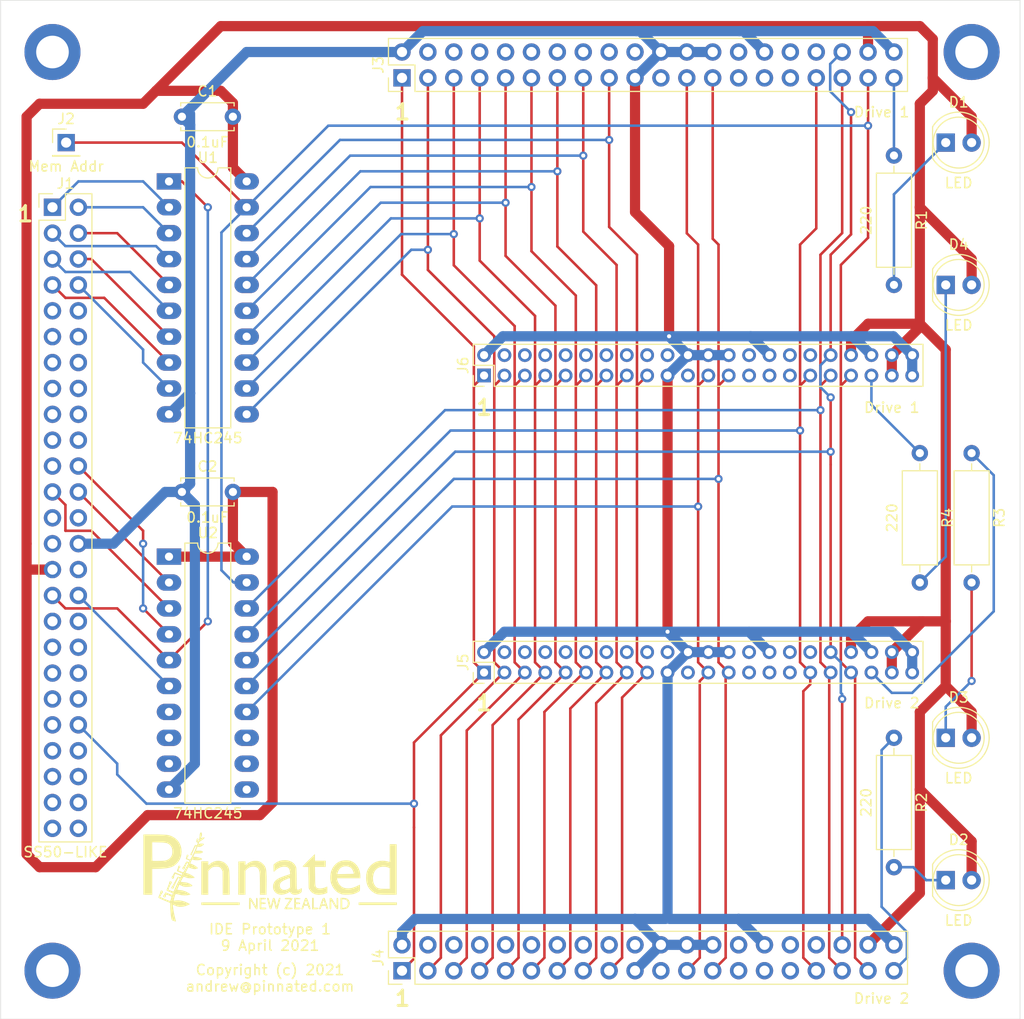
<source format=kicad_pcb>
(kicad_pcb (version 20171130) (host pcbnew "(5.1.6-0-10_14)")

  (general
    (thickness 1.6)
    (drawings 11)
    (tracks 451)
    (zones 0)
    (modules 23)
    (nets 143)
  )

  (page A4)
  (layers
    (0 F.Cu signal)
    (31 B.Cu signal)
    (32 B.Adhes user)
    (33 F.Adhes user)
    (34 B.Paste user)
    (35 F.Paste user)
    (36 B.SilkS user)
    (37 F.SilkS user)
    (38 B.Mask user)
    (39 F.Mask user)
    (40 Dwgs.User user)
    (41 Cmts.User user)
    (42 Eco1.User user)
    (43 Eco2.User user)
    (44 Edge.Cuts user)
    (45 Margin user)
    (46 B.CrtYd user)
    (47 F.CrtYd user)
    (48 B.Fab user)
    (49 F.Fab user)
  )

  (setup
    (last_trace_width 0.25)
    (trace_clearance 0.2)
    (zone_clearance 0.508)
    (zone_45_only no)
    (trace_min 0.2)
    (via_size 0.8)
    (via_drill 0.4)
    (via_min_size 0.4)
    (via_min_drill 0.3)
    (uvia_size 0.3)
    (uvia_drill 0.1)
    (uvias_allowed no)
    (uvia_min_size 0.2)
    (uvia_min_drill 0.1)
    (edge_width 0.05)
    (segment_width 0.2)
    (pcb_text_width 0.3)
    (pcb_text_size 1.5 1.5)
    (mod_edge_width 0.12)
    (mod_text_size 1 1)
    (mod_text_width 0.15)
    (pad_size 1.524 1.524)
    (pad_drill 0.762)
    (pad_to_mask_clearance 0.05)
    (aux_axis_origin 0 0)
    (visible_elements FFFFFFFF)
    (pcbplotparams
      (layerselection 0x010fc_ffffffff)
      (usegerberextensions false)
      (usegerberattributes true)
      (usegerberadvancedattributes true)
      (creategerberjobfile true)
      (excludeedgelayer true)
      (linewidth 0.100000)
      (plotframeref false)
      (viasonmask false)
      (mode 1)
      (useauxorigin false)
      (hpglpennumber 1)
      (hpglpenspeed 20)
      (hpglpendiameter 15.000000)
      (psnegative false)
      (psa4output false)
      (plotreference true)
      (plotvalue true)
      (plotinvisibletext false)
      (padsonsilk false)
      (subtractmaskfromsilk false)
      (outputformat 1)
      (mirror false)
      (drillshape 1)
      (scaleselection 1)
      (outputdirectory ""))
  )

  (net 0 "")
  (net 1 "Net-(J1-Pad50)")
  (net 2 "Net-(J1-Pad49)")
  (net 3 "Net-(J1-Pad48)")
  (net 4 "Net-(J1-Pad47)")
  (net 5 "Net-(J1-Pad46)")
  (net 6 "Net-(J1-Pad45)")
  (net 7 "Net-(J1-Pad44)")
  (net 8 "Net-(J1-Pad43)")
  (net 9 ~Reset)
  (net 10 "Net-(J1-Pad41)")
  (net 11 "Net-(J1-Pad40)")
  (net 12 "Net-(J1-Pad39)")
  (net 13 "Net-(J1-Pad38)")
  (net 14 "Net-(J1-Pad37)")
  (net 15 "Net-(J1-Pad36)")
  (net 16 "Net-(J1-Pad35)")
  (net 17 "Net-(J1-Pad34)")
  (net 18 "Net-(J1-Pad33)")
  (net 19 "Net-(J1-Pad32)")
  (net 20 "Net-(J1-Pad31)")
  (net 21 "Net-(J1-Pad30)")
  (net 22 +5v)
  (net 23 GND)
  (net 24 "Net-(J1-Pad27)")
  (net 25 "Net-(J1-Pad26)")
  (net 26 "Net-(J1-Pad25)")
  (net 27 "Net-(J1-Pad24)")
  (net 28 "Net-(J1-Pad23)")
  (net 29 "Net-(J1-Pad22)")
  (net 30 "Net-(J1-Pad21)")
  (net 31 "Net-(J1-Pad20)")
  (net 32 "Net-(J1-Pad19)")
  (net 33 "Net-(J1-Pad18)")
  (net 34 "Net-(J1-Pad17)")
  (net 35 "Net-(J1-Pad16)")
  (net 36 "Net-(J1-Pad15)")
  (net 37 "Net-(J1-Pad14)")
  (net 38 "Net-(J1-Pad13)")
  (net 39 "Net-(J1-Pad12)")
  (net 40 "Net-(J1-Pad11)")
  (net 41 "Net-(J1-Pad10)")
  (net 42 "Net-(J1-Pad9)")
  (net 43 "Net-(J1-Pad8)")
  (net 44 "Net-(J1-Pad7)")
  (net 45 "Net-(J1-Pad6)")
  (net 46 "Net-(J1-Pad5)")
  (net 47 "Net-(J1-Pad4)")
  (net 48 "Net-(J1-Pad3)")
  (net 49 "Net-(J1-Pad2)")
  (net 50 "Net-(J1-Pad1)")
  (net 51 ~FDD-Select)
  (net 52 "Net-(J3-Pad39)")
  (net 53 /A2)
  (net 54 /A0)
  (net 55 /A1)
  (net 56 ~R)
  (net 57 ~W)
  (net 58 /D0)
  (net 59 /D1)
  (net 60 /D2)
  (net 61 /D3)
  (net 62 /D4)
  (net 63 /D5)
  (net 64 /D6)
  (net 65 /D7)
  (net 66 "Net-(J4-Pad39)")
  (net 67 "Net-(J5-Pad39)")
  (net 68 "Net-(J6-Pad39)")
  (net 69 "Net-(U2-Pad13)")
  (net 70 "Net-(U2-Pad12)")
  (net 71 "Net-(U2-Pad11)")
  (net 72 "Net-(D1-Pad1)")
  (net 73 "Net-(D2-Pad1)")
  (net 74 "Net-(D3-Pad1)")
  (net 75 "Net-(D4-Pad1)")
  (net 76 "Net-(U2-Pad9)")
  (net 77 "Net-(U2-Pad8)")
  (net 78 "Net-(U2-Pad7)")
  (net 79 "Net-(J3-Pad34)")
  (net 80 "Net-(J3-Pad32)")
  (net 81 "Net-(J3-Pad31)")
  (net 82 "Net-(J3-Pad29)")
  (net 83 "Net-(J3-Pad28)")
  (net 84 "Net-(J3-Pad27)")
  (net 85 "Net-(J3-Pad21)")
  (net 86 "Net-(J3-Pad20)")
  (net 87 "Net-(J3-Pad18)")
  (net 88 "Net-(J3-Pad16)")
  (net 89 "Net-(J3-Pad14)")
  (net 90 "Net-(J3-Pad12)")
  (net 91 "Net-(J3-Pad10)")
  (net 92 "Net-(J3-Pad8)")
  (net 93 "Net-(J3-Pad6)")
  (net 94 "Net-(J3-Pad4)")
  (net 95 "Net-(J4-Pad34)")
  (net 96 "Net-(J4-Pad32)")
  (net 97 "Net-(J4-Pad31)")
  (net 98 "Net-(J4-Pad29)")
  (net 99 "Net-(J4-Pad28)")
  (net 100 "Net-(J4-Pad27)")
  (net 101 "Net-(J4-Pad21)")
  (net 102 "Net-(J4-Pad20)")
  (net 103 "Net-(J4-Pad18)")
  (net 104 "Net-(J4-Pad16)")
  (net 105 "Net-(J4-Pad14)")
  (net 106 "Net-(J4-Pad12)")
  (net 107 "Net-(J4-Pad10)")
  (net 108 "Net-(J4-Pad8)")
  (net 109 "Net-(J4-Pad6)")
  (net 110 "Net-(J4-Pad4)")
  (net 111 "Net-(J5-Pad34)")
  (net 112 "Net-(J5-Pad32)")
  (net 113 "Net-(J5-Pad31)")
  (net 114 "Net-(J5-Pad29)")
  (net 115 "Net-(J5-Pad28)")
  (net 116 "Net-(J5-Pad27)")
  (net 117 "Net-(J5-Pad21)")
  (net 118 "Net-(J5-Pad20)")
  (net 119 "Net-(J5-Pad18)")
  (net 120 "Net-(J5-Pad16)")
  (net 121 "Net-(J5-Pad14)")
  (net 122 "Net-(J5-Pad12)")
  (net 123 "Net-(J5-Pad10)")
  (net 124 "Net-(J5-Pad8)")
  (net 125 "Net-(J5-Pad6)")
  (net 126 "Net-(J5-Pad4)")
  (net 127 "Net-(J6-Pad34)")
  (net 128 "Net-(J6-Pad32)")
  (net 129 "Net-(J6-Pad31)")
  (net 130 "Net-(J6-Pad29)")
  (net 131 "Net-(J6-Pad28)")
  (net 132 "Net-(J6-Pad27)")
  (net 133 "Net-(J6-Pad21)")
  (net 134 "Net-(J6-Pad20)")
  (net 135 "Net-(J6-Pad18)")
  (net 136 "Net-(J6-Pad16)")
  (net 137 "Net-(J6-Pad14)")
  (net 138 "Net-(J6-Pad12)")
  (net 139 "Net-(J6-Pad10)")
  (net 140 "Net-(J6-Pad8)")
  (net 141 "Net-(J6-Pad6)")
  (net 142 "Net-(J6-Pad4)")

  (net_class Default "This is the default net class."
    (clearance 0.2)
    (trace_width 0.25)
    (via_dia 0.8)
    (via_drill 0.4)
    (uvia_dia 0.3)
    (uvia_drill 0.1)
    (add_net +5v)
    (add_net /A0)
    (add_net /A1)
    (add_net /A2)
    (add_net /D0)
    (add_net /D1)
    (add_net /D2)
    (add_net /D3)
    (add_net /D4)
    (add_net /D5)
    (add_net /D6)
    (add_net /D7)
    (add_net GND)
    (add_net "Net-(D1-Pad1)")
    (add_net "Net-(D2-Pad1)")
    (add_net "Net-(D3-Pad1)")
    (add_net "Net-(D4-Pad1)")
    (add_net "Net-(J1-Pad1)")
    (add_net "Net-(J1-Pad10)")
    (add_net "Net-(J1-Pad11)")
    (add_net "Net-(J1-Pad12)")
    (add_net "Net-(J1-Pad13)")
    (add_net "Net-(J1-Pad14)")
    (add_net "Net-(J1-Pad15)")
    (add_net "Net-(J1-Pad16)")
    (add_net "Net-(J1-Pad17)")
    (add_net "Net-(J1-Pad18)")
    (add_net "Net-(J1-Pad19)")
    (add_net "Net-(J1-Pad2)")
    (add_net "Net-(J1-Pad20)")
    (add_net "Net-(J1-Pad21)")
    (add_net "Net-(J1-Pad22)")
    (add_net "Net-(J1-Pad23)")
    (add_net "Net-(J1-Pad24)")
    (add_net "Net-(J1-Pad25)")
    (add_net "Net-(J1-Pad26)")
    (add_net "Net-(J1-Pad27)")
    (add_net "Net-(J1-Pad3)")
    (add_net "Net-(J1-Pad30)")
    (add_net "Net-(J1-Pad31)")
    (add_net "Net-(J1-Pad32)")
    (add_net "Net-(J1-Pad33)")
    (add_net "Net-(J1-Pad34)")
    (add_net "Net-(J1-Pad35)")
    (add_net "Net-(J1-Pad36)")
    (add_net "Net-(J1-Pad37)")
    (add_net "Net-(J1-Pad38)")
    (add_net "Net-(J1-Pad39)")
    (add_net "Net-(J1-Pad4)")
    (add_net "Net-(J1-Pad40)")
    (add_net "Net-(J1-Pad41)")
    (add_net "Net-(J1-Pad43)")
    (add_net "Net-(J1-Pad44)")
    (add_net "Net-(J1-Pad45)")
    (add_net "Net-(J1-Pad46)")
    (add_net "Net-(J1-Pad47)")
    (add_net "Net-(J1-Pad48)")
    (add_net "Net-(J1-Pad49)")
    (add_net "Net-(J1-Pad5)")
    (add_net "Net-(J1-Pad50)")
    (add_net "Net-(J1-Pad6)")
    (add_net "Net-(J1-Pad7)")
    (add_net "Net-(J1-Pad8)")
    (add_net "Net-(J1-Pad9)")
    (add_net "Net-(J3-Pad10)")
    (add_net "Net-(J3-Pad12)")
    (add_net "Net-(J3-Pad14)")
    (add_net "Net-(J3-Pad16)")
    (add_net "Net-(J3-Pad18)")
    (add_net "Net-(J3-Pad20)")
    (add_net "Net-(J3-Pad21)")
    (add_net "Net-(J3-Pad27)")
    (add_net "Net-(J3-Pad28)")
    (add_net "Net-(J3-Pad29)")
    (add_net "Net-(J3-Pad31)")
    (add_net "Net-(J3-Pad32)")
    (add_net "Net-(J3-Pad34)")
    (add_net "Net-(J3-Pad39)")
    (add_net "Net-(J3-Pad4)")
    (add_net "Net-(J3-Pad6)")
    (add_net "Net-(J3-Pad8)")
    (add_net "Net-(J4-Pad10)")
    (add_net "Net-(J4-Pad12)")
    (add_net "Net-(J4-Pad14)")
    (add_net "Net-(J4-Pad16)")
    (add_net "Net-(J4-Pad18)")
    (add_net "Net-(J4-Pad20)")
    (add_net "Net-(J4-Pad21)")
    (add_net "Net-(J4-Pad27)")
    (add_net "Net-(J4-Pad28)")
    (add_net "Net-(J4-Pad29)")
    (add_net "Net-(J4-Pad31)")
    (add_net "Net-(J4-Pad32)")
    (add_net "Net-(J4-Pad34)")
    (add_net "Net-(J4-Pad39)")
    (add_net "Net-(J4-Pad4)")
    (add_net "Net-(J4-Pad6)")
    (add_net "Net-(J4-Pad8)")
    (add_net "Net-(J5-Pad10)")
    (add_net "Net-(J5-Pad12)")
    (add_net "Net-(J5-Pad14)")
    (add_net "Net-(J5-Pad16)")
    (add_net "Net-(J5-Pad18)")
    (add_net "Net-(J5-Pad20)")
    (add_net "Net-(J5-Pad21)")
    (add_net "Net-(J5-Pad27)")
    (add_net "Net-(J5-Pad28)")
    (add_net "Net-(J5-Pad29)")
    (add_net "Net-(J5-Pad31)")
    (add_net "Net-(J5-Pad32)")
    (add_net "Net-(J5-Pad34)")
    (add_net "Net-(J5-Pad39)")
    (add_net "Net-(J5-Pad4)")
    (add_net "Net-(J5-Pad6)")
    (add_net "Net-(J5-Pad8)")
    (add_net "Net-(J6-Pad10)")
    (add_net "Net-(J6-Pad12)")
    (add_net "Net-(J6-Pad14)")
    (add_net "Net-(J6-Pad16)")
    (add_net "Net-(J6-Pad18)")
    (add_net "Net-(J6-Pad20)")
    (add_net "Net-(J6-Pad21)")
    (add_net "Net-(J6-Pad27)")
    (add_net "Net-(J6-Pad28)")
    (add_net "Net-(J6-Pad29)")
    (add_net "Net-(J6-Pad31)")
    (add_net "Net-(J6-Pad32)")
    (add_net "Net-(J6-Pad34)")
    (add_net "Net-(J6-Pad39)")
    (add_net "Net-(J6-Pad4)")
    (add_net "Net-(J6-Pad6)")
    (add_net "Net-(J6-Pad8)")
    (add_net "Net-(U2-Pad11)")
    (add_net "Net-(U2-Pad12)")
    (add_net "Net-(U2-Pad13)")
    (add_net "Net-(U2-Pad7)")
    (add_net "Net-(U2-Pad8)")
    (add_net "Net-(U2-Pad9)")
    (add_net ~FDD-Select)
    (add_net ~R)
    (add_net ~Reset)
    (add_net ~W)
  )

  (module Pinnated:Pinnule (layer F.Cu) (tedit 0) (tstamp 6070715E)
    (at 95 119)
    (path /6073DEE8)
    (fp_text reference "" (at 0 0) (layer F.SilkS) hide
      (effects (font (size 1.524 1.524) (thickness 0.3)))
    )
    (fp_text value "" (at 0.75 0) (layer F.SilkS) hide
      (effects (font (size 1.524 1.524) (thickness 0.3)))
    )
    (fp_poly (pts (xy -6.715926 -4.261099) (xy -6.704347 -4.237132) (xy -6.672594 -4.131083) (xy -6.679845 -4.021392)
      (xy -6.727717 -3.886819) (xy -6.731698 -3.877971) (xy -6.774197 -3.782359) (xy -6.788142 -3.735605)
      (xy -6.770774 -3.72854) (xy -6.719336 -3.751999) (xy -6.697229 -3.763421) (xy -6.597225 -3.796389)
      (xy -6.498791 -3.803924) (xy -6.397625 -3.794125) (xy -6.528452 -3.663299) (xy -6.628437 -3.57706)
      (xy -6.738464 -3.502095) (xy -6.792997 -3.473475) (xy -6.904473 -3.404533) (xy -6.970007 -3.310797)
      (xy -6.971733 -3.306737) (xy -7.006849 -3.213816) (xy -7.010516 -3.168431) (xy -6.980237 -3.161602)
      (xy -6.935309 -3.175786) (xy -6.842013 -3.198449) (xy -6.734567 -3.206127) (xy -6.629414 -3.200448)
      (xy -6.542997 -3.183041) (xy -6.491759 -3.155532) (xy -6.485587 -3.13127) (xy -6.5163 -3.095353)
      (xy -6.584244 -3.039183) (xy -6.652224 -2.990434) (xy -6.754441 -2.927937) (xy -6.838591 -2.898282)
      (xy -6.934271 -2.892355) (xy -6.966458 -2.893669) (xy -7.125237 -2.902097) (xy -7.197994 -2.714262)
      (xy -7.235745 -2.61428) (xy -7.262045 -2.539804) (xy -7.27075 -2.509166) (xy -7.241579 -2.502416)
      (xy -7.164148 -2.499878) (xy -7.053578 -2.501912) (xy -7.021277 -2.503234) (xy -6.866741 -2.505158)
      (xy -6.757256 -2.492995) (xy -6.675535 -2.464754) (xy -6.672027 -2.462966) (xy -6.605676 -2.421696)
      (xy -6.572971 -2.387705) (xy -6.57225 -2.384053) (xy -6.598054 -2.354294) (xy -6.662691 -2.312585)
      (xy -6.691313 -2.297556) (xy -6.773315 -2.26614) (xy -6.874527 -2.248042) (xy -7.012425 -2.240838)
      (xy -7.102619 -2.240581) (xy -7.394862 -2.242787) (xy -7.459806 -2.09182) (xy -7.496677 -2.002921)
      (xy -7.520209 -1.940054) (xy -7.52475 -1.922927) (xy -7.496641 -1.911479) (xy -7.426808 -1.905333)
      (xy -7.403582 -1.905) (xy -7.264689 -1.896163) (xy -7.115293 -1.872308) (xy -6.96862 -1.837415)
      (xy -6.837894 -1.79547) (xy -6.736339 -1.750453) (xy -6.677181 -1.706348) (xy -6.6675 -1.683329)
      (xy -6.696869 -1.647058) (xy -6.775919 -1.617131) (xy -6.891066 -1.594439) (xy -7.028725 -1.579878)
      (xy -7.175312 -1.574338) (xy -7.317242 -1.578714) (xy -7.440931 -1.593898) (xy -7.532795 -1.620784)
      (xy -7.542813 -1.625786) (xy -7.64025 -1.678434) (xy -7.743315 -1.469429) (xy -7.798373 -1.346427)
      (xy -7.817227 -1.267523) (xy -7.799193 -1.224181) (xy -7.743586 -1.207864) (xy -7.722283 -1.206987)
      (xy -7.657819 -1.189498) (xy -7.558852 -1.144358) (xy -7.442379 -1.081062) (xy -7.325395 -1.009107)
      (xy -7.224898 -0.937989) (xy -7.191375 -0.910372) (xy -7.064375 -0.798699) (xy -7.182418 -0.7486)
      (xy -7.283814 -0.715324) (xy -7.379017 -0.698876) (xy -7.390968 -0.6985) (xy -7.494161 -0.710896)
      (xy -7.62819 -0.74293) (xy -7.766593 -0.786871) (xy -7.882907 -0.834989) (xy -7.912711 -0.850922)
      (xy -7.976114 -0.881964) (xy -8.011557 -0.8879) (xy -8.012208 -0.887332) (xy -8.032123 -0.853532)
      (xy -8.071295 -0.779113) (xy -8.122004 -0.679571) (xy -8.176526 -0.570404) (xy -8.227142 -0.467109)
      (xy -8.26613 -0.385181) (xy -8.285767 -0.340119) (xy -8.28675 -0.336331) (xy -8.258522 -0.32262)
      (xy -8.185711 -0.3023) (xy -8.115221 -0.286393) (xy -8.015225 -0.255838) (xy -7.896275 -0.204767)
      (xy -7.769548 -0.140017) (xy -7.646225 -0.068428) (xy -7.537484 0.003163) (xy -7.454506 0.067919)
      (xy -7.40847 0.119001) (xy -7.406978 0.146811) (xy -7.447915 0.159085) (xy -7.536693 0.171069)
      (xy -7.657675 0.180911) (xy -7.72442 0.184409) (xy -7.884571 0.187953) (xy -8.005636 0.180568)
      (xy -8.111499 0.159502) (xy -8.207375 0.128784) (xy -8.31508 0.090373) (xy -8.403138 0.059268)
      (xy -8.446339 0.044302) (xy -8.482026 0.055146) (xy -8.530625 0.111894) (xy -8.596398 0.220043)
      (xy -8.628901 0.279733) (xy -8.688298 0.392804) (xy -8.734212 0.483246) (xy -8.759868 0.537568)
      (xy -8.763 0.546739) (xy -8.733768 0.555896) (xy -8.655909 0.566927) (xy -8.544183 0.577886)
      (xy -8.501063 0.581254) (xy -8.352735 0.596774) (xy -8.205757 0.619811) (xy -8.089624 0.645659)
      (xy -8.080375 0.648358) (xy -7.976215 0.687378) (xy -7.86348 0.741286) (xy -7.75732 0.801222)
      (xy -7.672888 0.858324) (xy -7.625336 0.903733) (xy -7.62 0.917588) (xy -7.649948 0.954548)
      (xy -7.732689 0.986662) (xy -7.857568 1.011679) (xy -8.013931 1.027348) (xy -8.15975 1.031642)
      (xy -8.30964 1.029435) (xy -8.41885 1.020089) (xy -8.510145 0.999105) (xy -8.60629 0.961981)
      (xy -8.677404 0.929319) (xy -8.893433 0.82723) (xy -8.982865 1.026557) (xy -9.046293 1.167872)
      (xy -9.082756 1.260659) (xy -9.089043 1.315281) (xy -9.061942 1.342101) (xy -8.998241 1.351481)
      (xy -8.894728 1.353783) (xy -8.881368 1.354038) (xy -8.585121 1.391249) (xy -8.286775 1.49112)
      (xy -8.024813 1.62914) (xy -7.924453 1.693048) (xy -7.849256 1.745171) (xy -7.812256 1.776345)
      (xy -7.8105 1.779851) (xy -7.839876 1.802134) (xy -7.918603 1.824683) (xy -8.032584 1.845245)
      (xy -8.167721 1.861568) (xy -8.309915 1.8714) (xy -8.395219 1.87325) (xy -8.688083 1.851054)
      (xy -8.908734 1.806177) (xy -9.064481 1.764411) (xy -9.170804 1.742365) (xy -9.24047 1.746923)
      (xy -9.286243 1.784971) (xy -9.320891 1.863394) (xy -9.357179 1.989076) (xy -9.376163 2.058272)
      (xy -9.412164 2.193076) (xy -9.438984 2.30347) (xy -9.453606 2.376349) (xy -9.454534 2.398799)
      (xy -9.419139 2.400645) (xy -9.339121 2.393051) (xy -9.240595 2.379008) (xy -8.999316 2.365481)
      (xy -8.731813 2.393871) (xy -8.455807 2.460261) (xy -8.189018 2.560728) (xy -8.016127 2.649884)
      (xy -7.864222 2.738907) (xy -7.940549 2.781485) (xy -8.114216 2.861362) (xy -8.322053 2.930847)
      (xy -8.534736 2.980399) (xy -8.570105 2.986285) (xy -8.845076 2.999567) (xy -9.115574 2.95693)
      (xy -9.345047 2.870773) (xy -9.433442 2.828021) (xy -9.496754 2.800149) (xy -9.515834 2.794)
      (xy -9.528577 2.823339) (xy -9.528711 2.90492) (xy -9.517802 3.029087) (xy -9.497414 3.186181)
      (xy -9.469112 3.366548) (xy -9.434461 3.560529) (xy -9.395024 3.75847) (xy -9.352367 3.950712)
      (xy -9.308055 4.1276) (xy -9.288188 4.198937) (xy -9.254366 4.32957) (xy -9.241664 4.412679)
      (xy -9.250931 4.442543) (xy -9.251952 4.442539) (xy -9.300491 4.431089) (xy -9.384795 4.40472)
      (xy -9.436324 4.386976) (xy -9.529573 4.349886) (xy -9.598261 4.31542) (xy -9.616547 4.302125)
      (xy -9.647667 4.239859) (xy -9.677997 4.123449) (xy -9.706259 3.962246) (xy -9.731175 3.765603)
      (xy -9.751468 3.542874) (xy -9.76586 3.30341) (xy -9.770619 3.174301) (xy -9.786536 2.617977)
      (xy -10.357409 2.380551) (xy -10.534951 2.304954) (xy -10.691787 2.234832) (xy -10.818591 2.174627)
      (xy -10.906037 2.128784) (xy -10.944799 2.101745) (xy -10.945624 2.100282) (xy -10.940864 2.052778)
      (xy -10.912458 1.966223) (xy -10.866234 1.857812) (xy -10.856608 1.837588) (xy -10.80455 1.719758)
      (xy -10.766201 1.613546) (xy -10.749079 1.540063) (xy -10.748813 1.534836) (xy -10.725356 1.451864)
      (xy -10.669652 1.405261) (xy -10.598646 1.406982) (xy -10.580688 1.416239) (xy -10.533811 1.471258)
      (xy -10.514506 1.544422) (xy -10.525577 1.610084) (xy -10.556309 1.6393) (xy -10.59637 1.676419)
      (xy -10.650439 1.753939) (xy -10.702154 1.846262) (xy -10.796688 2.033533) (xy -10.645032 2.098864)
      (xy -10.374007 2.214624) (xy -10.157798 2.304703) (xy -9.993633 2.370174) (xy -9.87874 2.412111)
      (xy -9.810347 2.431586) (xy -9.786591 2.431174) (xy -9.766463 2.390141) (xy -9.73935 2.309925)
      (xy -9.725297 2.260649) (xy -9.697645 2.157917) (xy -9.67442 2.072215) (xy -9.667759 2.047875)
      (xy -9.66688 2.013836) (xy -9.691896 1.98258) (xy -9.753041 1.946975) (xy -9.86055 1.899889)
      (xy -9.907519 1.880788) (xy -10.026366 1.836155) (xy -10.12351 1.805644) (xy -10.183719 1.793794)
      (xy -10.194137 1.795349) (xy -10.214056 1.836524) (xy -10.223401 1.91268) (xy -10.2235 1.921631)
      (xy -10.240335 2.015869) (xy -10.287 2.063749) (xy -10.370167 2.079065) (xy -10.440144 2.044406)
      (xy -10.476185 1.971874) (xy -10.4775 1.952625) (xy -10.451846 1.875719) (xy -10.414 1.8415)
      (xy -10.363501 1.797469) (xy -10.3505 1.764525) (xy -10.331556 1.709362) (xy -10.294938 1.654377)
      (xy -10.239375 1.58722) (xy -9.926022 1.716919) (xy -9.795778 1.767622) (xy -9.687181 1.803898)
      (xy -9.61334 1.821737) (xy -9.588278 1.820246) (xy -9.559631 1.770063) (xy -9.544179 1.728344)
      (xy -9.541351 1.696187) (xy -9.560756 1.666842) (xy -9.612027 1.63392) (xy -9.704798 1.591033)
      (xy -9.827961 1.54016) (xy -9.95594 1.486725) (xy -10.060448 1.439863) (xy -10.128274 1.405689)
      (xy -10.146856 1.392582) (xy -10.141334 1.355095) (xy -10.114708 1.272101) (xy -10.071394 1.15624)
      (xy -10.021245 1.033013) (xy -9.966092 0.894411) (xy -9.923807 0.77312) (xy -9.898949 0.683281)
      (xy -9.895069 0.641624) (xy -9.884322 0.579487) (xy -9.836947 0.520449) (xy -9.774703 0.485551)
      (xy -9.734635 0.48648) (xy -9.682729 0.527485) (xy -9.65335 0.568978) (xy -9.637291 0.626406)
      (xy -9.666818 0.680551) (xy -9.685128 0.699877) (xy -9.72139 0.751618) (xy -9.772318 0.843075)
      (xy -9.829935 0.957408) (xy -9.886263 1.077778) (xy -9.933324 1.187344) (xy -9.963142 1.269267)
      (xy -9.9695 1.300161) (xy -9.942071 1.325614) (xy -9.871134 1.363419) (xy -9.773714 1.406816)
      (xy -9.666837 1.449043) (xy -9.567529 1.483341) (xy -9.492813 1.502948) (xy -9.460504 1.502279)
      (xy -9.438946 1.464138) (xy -9.398825 1.380282) (xy -9.346111 1.263566) (xy -9.293668 1.143)
      (xy -9.215163 0.968303) (xy -9.123329 0.777288) (xy -9.032791 0.599924) (xy -8.991546 0.523875)
      (xy -8.832031 0.238125) (xy -8.911448 0.195952) (xy -8.971231 0.168791) (xy -8.999284 0.164202)
      (xy -9.031932 0.216385) (xy -9.08265 0.311003) (xy -9.14549 0.435489) (xy -9.214502 0.577275)
      (xy -9.283736 0.723792) (xy -9.347243 0.862471) (xy -9.399073 0.980746) (xy -9.433278 1.066046)
      (xy -9.444074 1.103836) (xy -9.468143 1.185096) (xy -9.524757 1.230374) (xy -9.596099 1.227478)
      (xy -9.612313 1.21897) (xy -9.666197 1.157839) (xy -9.67495 1.085603) (xy -9.637094 1.026156)
      (xy -9.624735 1.018399) (xy -9.589607 0.979937) (xy -9.532302 0.894849) (xy -9.459028 0.773313)
      (xy -9.375995 0.625507) (xy -9.313507 0.508251) (xy -9.22954 0.351045) (xy -9.153374 0.215695)
      (xy -9.090533 0.111459) (xy -9.046545 0.047593) (xy -9.029077 0.03175) (xy -8.977653 0.043243)
      (xy -8.898208 0.071477) (xy -8.884271 0.077182) (xy -8.810446 0.10405) (xy -8.769973 0.100596)
      (xy -8.739027 0.064129) (xy -8.73675 0.060508) (xy -8.723412 0.032561) (xy -8.727167 0.00742)
      (xy -8.755738 -0.019624) (xy -8.816851 -0.05328) (xy -8.91823 -0.098258) (xy -9.067599 -0.159268)
      (xy -9.153633 -0.193646) (xy -9.30614 -0.25441) (xy -9.370454 -0.109017) (xy -9.40471 -0.016225)
      (xy -9.419874 0.057128) (xy -9.417976 0.080136) (xy -9.424286 0.134) (xy -9.461103 0.196885)
      (xy -9.512805 0.245492) (xy -9.55939 0.245073) (xy -9.578574 0.234922) (xy -9.630811 0.174916)
      (xy -9.64636 0.097236) (xy -9.623386 0.027912) (xy -9.594894 0.003421) (xy -9.549726 -0.042367)
      (xy -9.496112 -0.126946) (xy -9.458054 -0.204547) (xy -9.411309 -0.297786) (xy -9.367129 -0.361599)
      (xy -9.340426 -0.380459) (xy -9.295358 -0.369175) (xy -9.205766 -0.338217) (xy -9.085612 -0.29263)
      (xy -8.978137 -0.24954) (xy -8.836945 -0.192406) (xy -8.742617 -0.157636) (xy -8.68352 -0.142886)
      (xy -8.648021 -0.145813) (xy -8.624487 -0.164077) (xy -8.614905 -0.176396) (xy -8.592436 -0.21337)
      (xy -8.593088 -0.24363) (xy -8.625268 -0.274293) (xy -8.697386 -0.312476) (xy -8.817851 -0.365295)
      (xy -8.85825 -0.382356) (xy -8.972284 -0.431858) (xy -9.063425 -0.474197) (xy -9.115855 -0.501938)
      (xy -9.121303 -0.505945) (xy -9.123415 -0.545521) (xy -9.102223 -0.62234) (xy -9.077184 -0.685328)
      (xy -9.038315 -0.787094) (xy -9.015095 -0.875132) (xy -9.011934 -0.909451) (xy -8.993114 -0.984562)
      (xy -8.940646 -1.03291) (xy -8.874321 -1.036342) (xy -8.87381 -1.036148) (xy -8.816834 -0.989821)
      (xy -8.803467 -0.926563) (xy -8.83688 -0.873218) (xy -8.877905 -0.823977) (xy -8.925628 -0.742552)
      (xy -8.966023 -0.655997) (xy -8.985061 -0.591364) (xy -8.98525 -0.587067) (xy -8.958609 -0.566032)
      (xy -8.89019 -0.52942) (xy -8.797255 -0.485036) (xy -8.697065 -0.440687) (xy -8.60688 -0.40418)
      (xy -8.543961 -0.383321) (xy -8.529853 -0.381104) (xy -8.513152 -0.388885) (xy -8.488451 -0.416102)
      (xy -8.452123 -0.468683) (xy -8.400542 -0.552555) (xy -8.330081 -0.673646) (xy -8.237113 -0.837884)
      (xy -8.118013 -1.051197) (xy -8.099221 -1.085001) (xy -8.046403 -1.182085) (xy -8.022443 -1.237877)
      (xy -8.025023 -1.266402) (xy -8.051825 -1.281691) (xy -8.065957 -1.286338) (xy -8.122664 -1.298896)
      (xy -8.142449 -1.296712) (xy -8.177151 -1.241665) (xy -8.223939 -1.147958) (xy -8.27353 -1.036731)
      (xy -8.316644 -0.929122) (xy -8.344 -0.846268) (xy -8.347823 -0.828956) (xy -8.382982 -0.729726)
      (xy -8.441065 -0.675937) (xy -8.511827 -0.675493) (xy -8.532813 -0.686191) (xy -8.590206 -0.749481)
      (xy -8.586831 -0.821988) (xy -8.540092 -0.879619) (xy -8.492874 -0.935278) (xy -8.431312 -1.029511)
      (xy -8.367718 -1.143253) (xy -8.359744 -1.158875) (xy -8.291602 -1.29279) (xy -8.242904 -1.3786)
      (xy -8.204024 -1.424657) (xy -8.165336 -1.439312) (xy -8.117213 -1.430915) (xy -8.066235 -1.413488)
      (xy -7.987747 -1.388813) (xy -7.946185 -1.392081) (xy -7.919109 -1.428694) (xy -7.908399 -1.451491)
      (xy -7.884631 -1.511902) (xy -7.880749 -1.538638) (xy -7.912702 -1.552801) (xy -7.986751 -1.583235)
      (xy -8.072438 -1.617598) (xy -8.179837 -1.663548) (xy -8.235764 -1.701299) (xy -8.248948 -1.742847)
      (xy -8.228122 -1.800187) (xy -8.218606 -1.818429) (xy -8.191186 -1.903809) (xy -8.184674 -1.973015)
      (xy -8.169712 -2.058564) (xy -8.127631 -2.107928) (xy -8.071147 -2.109655) (xy -8.048626 -2.095501)
      (xy -8.005291 -2.0319) (xy -8.01572 -1.970219) (xy -8.041357 -1.946266) (xy -8.082733 -1.900244)
      (xy -8.120539 -1.832492) (xy -8.142893 -1.768132) (xy -8.130205 -1.73682) (xy -8.103995 -1.724617)
      (xy -8.037352 -1.699725) (xy -7.948871 -1.665084) (xy -7.939823 -1.661462) (xy -7.893072 -1.642192)
      (xy -7.85799 -1.633453) (xy -7.827619 -1.642756) (xy -7.795003 -1.677609) (xy -7.753183 -1.745521)
      (xy -7.695203 -1.854) (xy -7.614106 -2.010556) (xy -7.611216 -2.016125) (xy -7.55484 -2.129424)
      (xy -7.489559 -2.267896) (xy -7.420676 -2.419371) (xy -7.353496 -2.571677) (xy -7.293323 -2.712644)
      (xy -7.245459 -2.8301) (xy -7.215208 -2.911873) (xy -7.20725 -2.943186) (xy -7.233613 -2.950942)
      (xy -7.262813 -2.951968) (xy -7.297162 -2.931516) (xy -7.343146 -2.867453) (xy -7.403946 -2.754469)
      (xy -7.482742 -2.587253) (xy -7.487204 -2.577391) (xy -7.55016 -2.434817) (xy -7.601507 -2.312426)
      (xy -7.636448 -2.22211) (xy -7.65019 -2.175758) (xy -7.650132 -2.173361) (xy -7.650543 -2.09743)
      (xy -7.692345 -2.068392) (xy -7.722864 -2.06948) (xy -7.78516 -2.102904) (xy -7.805758 -2.163155)
      (xy -7.777567 -2.224781) (xy -7.768354 -2.232835) (xy -7.738176 -2.274519) (xy -7.689032 -2.362504)
      (xy -7.627172 -2.484818) (xy -7.558849 -2.629484) (xy -7.54277 -2.664899) (xy -7.477078 -2.809783)
      (xy -7.420687 -2.932413) (xy -7.378671 -3.021884) (xy -7.356105 -3.067289) (xy -7.353985 -3.0706)
      (xy -7.319977 -3.068587) (xy -7.259363 -3.049707) (xy -7.202831 -3.034492) (xy -7.167578 -3.053018)
      (xy -7.134105 -3.117505) (xy -7.12796 -3.132071) (xy -7.092782 -3.221944) (xy -7.086203 -3.272726)
      (xy -7.111502 -3.303559) (xy -7.161683 -3.328911) (xy -7.218684 -3.366957) (xy -7.225222 -3.417657)
      (xy -7.219684 -3.437195) (xy -7.202489 -3.525518) (xy -7.201117 -3.576451) (xy -7.183556 -3.652723)
      (xy -7.130791 -3.697109) (xy -7.0684 -3.696026) (xy -7.025991 -3.652934) (xy -7.020495 -3.591031)
      (xy -7.052697 -3.541614) (xy -7.064375 -3.535732) (xy -7.101385 -3.49863) (xy -7.110487 -3.445267)
      (xy -7.090792 -3.404229) (xy -7.068689 -3.39725) (xy -7.025945 -3.426638) (xy -6.984288 -3.505509)
      (xy -6.947982 -3.619929) (xy -6.921293 -3.755959) (xy -6.908486 -3.899664) (xy -6.908012 -3.922261)
      (xy -6.898294 -4.080254) (xy -6.871492 -4.189374) (xy -6.849331 -4.232101) (xy -6.795246 -4.300347)
      (xy -6.754207 -4.309894) (xy -6.715926 -4.261099)) (layer F.SilkS) (width 0.01))
    (fp_poly (pts (xy -1.905332 2.13497) (xy -1.876535 2.153725) (xy -1.84095 2.193938) (xy -1.792897 2.262684)
      (xy -1.72669 2.367036) (xy -1.636648 2.51407) (xy -1.565372 2.631394) (xy -1.36525 2.960914)
      (xy -1.36525 2.541874) (xy -1.364929 2.37221) (xy -1.362819 2.256203) (xy -1.3572 2.184007)
      (xy -1.346352 2.145778) (xy -1.328556 2.131671) (xy -1.302091 2.131843) (xy -1.293813 2.132979)
      (xy -1.267807 2.138404) (xy -1.249029 2.152196) (xy -1.236303 2.183414) (xy -1.228452 2.241118)
      (xy -1.224298 2.334368) (xy -1.222665 2.472225) (xy -1.222376 2.663749) (xy -1.222375 2.682875)
      (xy -1.222657 2.879482) (xy -1.224249 3.02164) (xy -1.228272 3.118397) (xy -1.235845 3.178804)
      (xy -1.24809 3.21191) (xy -1.266127 3.226765) (xy -1.290397 3.232323) (xy -1.322432 3.23277)
      (xy -1.354198 3.219827) (xy -1.391119 3.186601) (xy -1.438623 3.126198) (xy -1.502136 3.031724)
      (xy -1.587082 2.896287) (xy -1.69799 2.714471) (xy -1.905 2.373085) (xy -1.905 2.805792)
      (xy -1.905473 2.978919) (xy -1.907875 3.098444) (xy -1.913682 3.174265) (xy -1.924368 3.21628)
      (xy -1.941409 3.234386) (xy -1.96628 3.23848) (xy -1.969497 3.2385) (xy -2.029314 3.220789)
      (xy -2.049712 3.197538) (xy -2.054542 3.153075) (xy -2.057657 3.056943) (xy -2.058907 2.920954)
      (xy -2.058143 2.756921) (xy -2.056653 2.64985) (xy -2.047875 2.143125) (xy -1.965297 2.133535)
      (xy -1.933025 2.130598) (xy -1.905332 2.13497)) (layer F.SilkS) (width 0.01))
    (fp_poly (pts (xy -0.574069 2.128256) (xy -0.485504 2.132885) (xy -0.436932 2.143554) (xy -0.416605 2.162679)
      (xy -0.41275 2.189299) (xy -0.420116 2.222854) (xy -0.451288 2.243008) (xy -0.519884 2.254302)
      (xy -0.627063 2.260736) (xy -0.841375 2.270125) (xy -0.850992 2.419448) (xy -0.860608 2.568772)
      (xy -0.644617 2.578198) (xy -0.529491 2.585247) (xy -0.464217 2.596844) (xy -0.435145 2.617598)
      (xy -0.428625 2.651125) (xy -0.435563 2.685381) (xy -0.465504 2.705888) (xy -0.532144 2.717303)
      (xy -0.642938 2.724013) (xy -0.85725 2.733401) (xy -0.85725 3.07975) (xy -0.619125 3.07975)
      (xy -0.498005 3.080739) (xy -0.427007 3.086679) (xy -0.392756 3.102028) (xy -0.381876 3.131245)
      (xy -0.381 3.159125) (xy -0.383153 3.196158) (xy -0.397611 3.219396) (xy -0.436374 3.232054)
      (xy -0.511442 3.237346) (xy -0.634815 3.238486) (xy -0.677334 3.2385) (xy -0.808769 3.236365)
      (xy -0.915208 3.23064) (xy -0.981385 3.222342) (xy -0.994834 3.217333) (xy -1.001841 3.180044)
      (xy -1.007869 3.090172) (xy -1.012502 2.958631) (xy -1.015323 2.796333) (xy -1.016 2.661708)
      (xy -1.016 2.12725) (xy -0.714375 2.12725) (xy -0.574069 2.128256)) (layer F.SilkS) (width 0.01))
    (fp_poly (pts (xy -0.17543 2.13117) (xy -0.149325 2.149768) (xy -0.125999 2.193299) (xy -0.100955 2.27202)
      (xy -0.069699 2.396186) (xy -0.045269 2.500312) (xy 0.001158 2.692442) (xy 0.039274 2.833835)
      (xy 0.068128 2.921609) (xy 0.08677 2.952885) (xy 0.094249 2.924781) (xy 0.094284 2.923325)
      (xy 0.10245 2.876368) (xy 0.123987 2.781768) (xy 0.155641 2.653168) (xy 0.194159 2.504212)
      (xy 0.195017 2.500964) (xy 0.237264 2.343561) (xy 0.268564 2.237799) (xy 0.293803 2.173823)
      (xy 0.317867 2.141781) (xy 0.345643 2.131819) (xy 0.377232 2.133514) (xy 0.411392 2.140865)
      (xy 0.438342 2.160438) (xy 0.462373 2.202218) (xy 0.487774 2.276189) (xy 0.518838 2.392339)
      (xy 0.558707 2.555875) (xy 0.657735 2.968625) (xy 0.692393 2.841625) (xy 0.716176 2.751633)
      (xy 0.749141 2.62328) (xy 0.785321 2.479871) (xy 0.79674 2.434054) (xy 0.83727 2.285748)
      (xy 0.874227 2.191264) (xy 0.913458 2.141627) (xy 0.960811 2.12786) (xy 0.99317 2.132502)
      (xy 1.00903 2.148575) (xy 1.010766 2.191944) (xy 0.996977 2.271456) (xy 0.966268 2.395961)
      (xy 0.931309 2.524125) (xy 0.868086 2.750943) (xy 0.819373 2.923947) (xy 0.782322 3.050402)
      (xy 0.754087 3.137575) (xy 0.731822 3.192735) (xy 0.71268 3.223147) (xy 0.693814 3.236078)
      (xy 0.672379 3.238796) (xy 0.65148 3.2385) (xy 0.619399 3.236455) (xy 0.593751 3.224602)
      (xy 0.571154 3.194361) (xy 0.548226 3.137153) (xy 0.521585 3.044399) (xy 0.487849 2.90752)
      (xy 0.443637 2.717936) (xy 0.439888 2.701715) (xy 0.370017 2.399349) (xy 0.25619 2.810987)
      (xy 0.208549 2.979257) (xy 0.172018 3.095566) (xy 0.142368 3.169567) (xy 0.115369 3.21092)
      (xy 0.086793 3.229279) (xy 0.071488 3.23273) (xy 0.003963 3.218755) (xy -0.030857 3.16923)
      (xy -0.048671 3.115108) (xy -0.077066 3.014999) (xy -0.112634 2.882395) (xy -0.151964 2.730786)
      (xy -0.191648 2.573662) (xy -0.228275 2.424513) (xy -0.258438 2.29683) (xy -0.278727 2.204104)
      (xy -0.28575 2.160615) (xy -0.258666 2.135253) (xy -0.20881 2.12725) (xy -0.17543 2.13117)) (layer F.SilkS) (width 0.01))
    (fp_poly (pts (xy 2.000302 2.130371) (xy 2.126279 2.139419) (xy 2.196506 2.153923) (xy 2.208682 2.162329)
      (xy 2.199099 2.199246) (xy 2.158536 2.278351) (xy 2.09261 2.389938) (xy 2.006941 2.524303)
      (xy 1.948619 2.611497) (xy 1.851695 2.754608) (xy 1.767854 2.87965) (xy 1.703446 2.977053)
      (xy 1.664824 3.037244) (xy 1.656714 3.051399) (xy 1.681352 3.063788) (xy 1.755858 3.075189)
      (xy 1.866605 3.083834) (xy 1.926589 3.086418) (xy 2.06092 3.092047) (xy 2.143908 3.100251)
      (xy 2.187706 3.114186) (xy 2.204468 3.137006) (xy 2.206625 3.159125) (xy 2.202621 3.185879)
      (xy 2.183656 3.20426) (xy 2.1393 3.216219) (xy 2.059122 3.223712) (xy 1.932692 3.228691)
      (xy 1.820153 3.231519) (xy 1.627301 3.233042) (xy 1.496063 3.227227) (xy 1.424965 3.213978)
      (xy 1.411602 3.204691) (xy 1.420976 3.167479) (xy 1.461251 3.087946) (xy 1.526882 2.975767)
      (xy 1.61232 2.840618) (xy 1.671074 2.752098) (xy 1.767986 2.607076) (xy 1.851819 2.478721)
      (xy 1.916215 2.376999) (xy 1.954812 2.311878) (xy 1.96289 2.294739) (xy 1.951165 2.273512)
      (xy 1.897254 2.260703) (xy 1.792751 2.25493) (xy 1.716828 2.25425) (xy 1.589581 2.252947)
      (xy 1.513097 2.246937) (xy 1.474655 2.233071) (xy 1.461537 2.208196) (xy 1.4605 2.19075)
      (xy 1.464388 2.163408) (xy 1.483235 2.145283) (xy 1.52781 2.134493) (xy 1.608882 2.129154)
      (xy 1.737222 2.127384) (xy 1.823751 2.12725) (xy 2.000302 2.130371)) (layer F.SilkS) (width 0.01))
    (fp_poly (pts (xy 2.674574 2.133996) (xy 2.8152 2.140003) (xy 2.904225 2.149106) (xy 2.953544 2.163837)
      (xy 2.975054 2.186728) (xy 2.978527 2.198687) (xy 2.976737 2.227835) (xy 2.949116 2.24465)
      (xy 2.883179 2.252373) (xy 2.766439 2.254249) (xy 2.764578 2.25425) (xy 2.54 2.25425)
      (xy 2.54 2.568719) (xy 2.738437 2.578172) (xy 2.848051 2.585717) (xy 2.909379 2.599061)
      (xy 2.937633 2.624101) (xy 2.94702 2.659062) (xy 2.948328 2.697301) (xy 2.929548 2.71871)
      (xy 2.87719 2.728145) (xy 2.777767 2.730463) (xy 2.748583 2.7305) (xy 2.54 2.7305)
      (xy 2.54 3.07975) (xy 2.76225 3.07975) (xy 2.878363 3.080917) (xy 2.944817 3.087713)
      (xy 2.975449 3.10508) (xy 2.984095 3.137959) (xy 2.9845 3.159125) (xy 2.982405 3.195896)
      (xy 2.968192 3.219087) (xy 2.929965 3.231828) (xy 2.855831 3.237249) (xy 2.733895 3.238479)
      (xy 2.682875 3.2385) (xy 2.38125 3.2385) (xy 2.38125 2.124867) (xy 2.674574 2.133996)) (layer F.SilkS) (width 0.01))
    (fp_poly (pts (xy 3.526092 2.133048) (xy 3.536343 2.134031) (xy 3.569939 2.139789) (xy 3.598286 2.155156)
      (xy 3.625658 2.188498) (xy 3.656334 2.248181) (xy 3.694588 2.34257) (xy 3.744697 2.480032)
      (xy 3.810937 2.668933) (xy 3.813468 2.676197) (xy 3.880815 2.87237) (xy 3.927679 3.016736)
      (xy 3.955976 3.116907) (xy 3.967622 3.180495) (xy 3.964533 3.215112) (xy 3.952187 3.227282)
      (xy 3.883783 3.234203) (xy 3.828114 3.191838) (xy 3.778653 3.094078) (xy 3.763127 3.050264)
      (xy 3.709646 2.88925) (xy 3.345346 2.88925) (xy 3.2903 3.063875) (xy 3.254662 3.164567)
      (xy 3.222058 3.217508) (xy 3.181677 3.236917) (xy 3.157502 3.2385) (xy 3.098384 3.23017)
      (xy 3.079281 3.214687) (xy 3.08898 3.178313) (xy 3.116187 3.092052) (xy 3.157589 2.966006)
      (xy 3.209873 2.810277) (xy 3.235154 2.736155) (xy 3.39725 2.736155) (xy 3.425603 2.751853)
      (xy 3.497185 2.761154) (xy 3.537248 2.76225) (xy 3.677247 2.76225) (xy 3.61018 2.555968)
      (xy 3.574229 2.457061) (xy 3.542943 2.391531) (xy 3.52277 2.372726) (xy 3.522026 2.373405)
      (xy 3.500906 2.415319) (xy 3.46997 2.495174) (xy 3.43714 2.58994) (xy 3.410337 2.676585)
      (xy 3.397485 2.73208) (xy 3.39725 2.736155) (xy 3.235154 2.736155) (xy 3.261843 2.657906)
      (xy 3.327499 2.467462) (xy 3.376786 2.328991) (xy 3.413946 2.234402) (xy 3.443217 2.175604)
      (xy 3.468839 2.144507) (xy 3.495051 2.133018) (xy 3.526092 2.133048)) (layer F.SilkS) (width 0.01))
    (fp_poly (pts (xy 4.28625 3.076968) (xy 4.516437 3.086296) (xy 4.636012 3.092923) (xy 4.705367 3.103519)
      (xy 4.73778 3.122286) (xy 4.746532 3.153425) (xy 4.746625 3.159125) (xy 4.74175 3.188501)
      (xy 4.719396 3.207746) (xy 4.667964 3.219576) (xy 4.575857 3.226713) (xy 4.437062 3.231712)
      (xy 4.1275 3.240799) (xy 4.1275 2.12725) (xy 4.28625 2.12725) (xy 4.28625 3.076968)) (layer F.SilkS) (width 0.01))
    (fp_poly (pts (xy 5.534719 2.65751) (xy 5.593246 2.831054) (xy 5.643852 2.983712) (xy 5.683253 3.105369)
      (xy 5.70817 3.185911) (xy 5.715509 3.214687) (xy 5.687921 3.232743) (xy 5.637247 3.2385)
      (xy 5.58982 3.229812) (xy 5.555047 3.194302) (xy 5.522201 3.117796) (xy 5.504022 3.062521)
      (xy 5.44855 2.886543) (xy 5.069354 2.905125) (xy 5.016534 3.063875) (xy 4.97008 3.173258)
      (xy 4.920928 3.225683) (xy 4.901488 3.231901) (xy 4.841497 3.231345) (xy 4.820715 3.222632)
      (xy 4.824563 3.188093) (xy 4.846679 3.103676) (xy 4.884084 2.979342) (xy 4.933797 2.825054)
      (xy 4.955009 2.76225) (xy 5.119649 2.76225) (xy 5.260714 2.76225) (xy 5.346818 2.759626)
      (xy 5.383674 2.746041) (xy 5.385488 2.712924) (xy 5.379119 2.690812) (xy 5.355194 2.617829)
      (xy 5.321107 2.516533) (xy 5.305542 2.470924) (xy 5.254625 2.322474) (xy 5.119649 2.76225)
      (xy 4.955009 2.76225) (xy 4.984949 2.673605) (xy 5.050896 2.483356) (xy 5.100738 2.344834)
      (xy 5.138768 2.24963) (xy 5.169277 2.189338) (xy 5.196558 2.155547) (xy 5.224904 2.13985)
      (xy 5.258604 2.133839) (xy 5.260575 2.133635) (xy 5.353419 2.124146) (xy 5.534719 2.65751)) (layer F.SilkS) (width 0.01))
    (fp_poly (pts (xy 6.000418 2.13497) (xy 6.029215 2.153725) (xy 6.0648 2.193938) (xy 6.112853 2.262684)
      (xy 6.17906 2.367036) (xy 6.269102 2.51407) (xy 6.340378 2.631394) (xy 6.5405 2.960914)
      (xy 6.5405 2.541874) (xy 6.540821 2.37221) (xy 6.542931 2.256203) (xy 6.54855 2.184007)
      (xy 6.559398 2.145778) (xy 6.577194 2.131671) (xy 6.603659 2.131843) (xy 6.611937 2.132979)
      (xy 6.637943 2.138404) (xy 6.656721 2.152196) (xy 6.669447 2.183414) (xy 6.677298 2.241118)
      (xy 6.681452 2.334368) (xy 6.683085 2.472225) (xy 6.683374 2.663749) (xy 6.683375 2.682875)
      (xy 6.683129 2.879419) (xy 6.681618 3.021521) (xy 6.677685 3.118239) (xy 6.670171 3.178629)
      (xy 6.657916 3.211749) (xy 6.639762 3.226657) (xy 6.614551 3.23241) (xy 6.613051 3.232624)
      (xy 6.574587 3.224454) (xy 6.526381 3.186673) (xy 6.464682 3.114238) (xy 6.385738 3.002104)
      (xy 6.285799 2.84523) (xy 6.161115 2.638571) (xy 6.121939 2.572253) (xy 6.00075 2.366382)
      (xy 6.00075 2.802441) (xy 6.000283 2.976343) (xy 5.997913 3.096606) (xy 5.992179 3.17309)
      (xy 5.981624 3.215656) (xy 5.964789 3.234162) (xy 5.940217 3.238468) (xy 5.936253 3.2385)
      (xy 5.876436 3.220789) (xy 5.856038 3.197538) (xy 5.851208 3.153075) (xy 5.848093 3.056943)
      (xy 5.846843 2.920954) (xy 5.847607 2.756921) (xy 5.849097 2.64985) (xy 5.857875 2.143125)
      (xy 5.940453 2.133535) (xy 5.972725 2.130598) (xy 6.000418 2.13497)) (layer F.SilkS) (width 0.01))
    (fp_poly (pts (xy 7.378019 2.142574) (xy 7.541731 2.19068) (xy 7.663967 2.274767) (xy 7.741155 2.377638)
      (xy 7.799706 2.538547) (xy 7.808612 2.709825) (xy 7.771797 2.87632) (xy 7.693189 3.022879)
      (xy 7.576713 3.134352) (xy 7.539365 3.156424) (xy 7.407101 3.203998) (xy 7.229152 3.229893)
      (xy 7.167562 3.233682) (xy 6.9215 3.245223) (xy 6.9215 2.25425) (xy 7.08025 2.25425)
      (xy 7.08025 3.1115) (xy 7.174857 3.1115) (xy 7.266683 3.099354) (xy 7.373603 3.069332)
      (xy 7.395219 3.061182) (xy 7.517758 2.989153) (xy 7.596045 2.883415) (xy 7.638242 2.732582)
      (xy 7.640131 2.719485) (xy 7.635768 2.555361) (xy 7.578142 2.420725) (xy 7.473131 2.321942)
      (xy 7.326611 2.265371) (xy 7.210389 2.25425) (xy 7.08025 2.25425) (xy 6.9215 2.25425)
      (xy 6.9215 2.12725) (xy 7.165475 2.12725) (xy 7.378019 2.142574)) (layer F.SilkS) (width 0.01))
    (fp_poly (pts (xy -2.9845 2.82575) (xy -6.731 2.82575) (xy -6.731 2.57175) (xy -2.9845 2.57175)
      (xy -2.9845 2.82575)) (layer F.SilkS) (width 0.01))
    (fp_poly (pts (xy 12.446 2.82575) (xy 8.6995 2.82575) (xy 8.6995 2.57175) (xy 12.446 2.57175)
      (xy 12.446 2.82575)) (layer F.SilkS) (width 0.01))
    (fp_poly (pts (xy -11.011658 -4.094855) (xy -10.725731 -4.09157) (xy -10.487988 -4.084994) (xy -10.29078 -4.074226)
      (xy -10.126458 -4.058366) (xy -9.987373 -4.036514) (xy -9.865875 -4.00777) (xy -9.754315 -3.971231)
      (xy -9.645044 -3.925999) (xy -9.55675 -3.884235) (xy -9.292756 -3.720934) (xy -9.072433 -3.515395)
      (xy -8.898259 -3.273708) (xy -8.772712 -3.001961) (xy -8.698272 -2.706244) (xy -8.677415 -2.392643)
      (xy -8.71262 -2.06725) (xy -8.751184 -1.905) (xy -8.854474 -1.64221) (xy -9.012135 -1.401768)
      (xy -9.174279 -1.226364) (xy -9.323613 -1.098498) (xy -9.482669 -0.994156) (xy -9.659567 -0.911058)
      (xy -9.862425 -0.846928) (xy -10.099364 -0.799488) (xy -10.378502 -0.766463) (xy -10.707958 -0.745573)
      (xy -10.914063 -0.738418) (xy -11.557 -0.721158) (xy -11.557 1.80975) (xy -12.41425 1.80975)
      (xy -12.41425 -2.43748) (xy -11.557 -2.43748) (xy -11.556193 -2.203925) (xy -11.553914 -1.991097)
      (xy -11.550373 -1.807259) (xy -11.545785 -1.66067) (xy -11.54036 -1.559592) (xy -11.53431 -1.512286)
      (xy -11.533188 -1.510135) (xy -11.495375 -1.503199) (xy -11.40436 -1.4985) (xy -11.270405 -1.496208)
      (xy -11.103774 -1.496494) (xy -10.91473 -1.499528) (xy -10.906125 -1.499725) (xy -10.68539 -1.505731)
      (xy -10.517058 -1.512852) (xy -10.390033 -1.522243) (xy -10.293218 -1.53506) (xy -10.215517 -1.552456)
      (xy -10.145834 -1.575587) (xy -10.134312 -1.580045) (xy -9.945536 -1.671224) (xy -9.805078 -1.782044)
      (xy -9.698113 -1.92544) (xy -9.663202 -1.991086) (xy -9.61245 -2.108616) (xy -9.584961 -2.21743)
      (xy -9.574363 -2.347408) (xy -9.573425 -2.412038) (xy -9.589793 -2.640839) (xy -9.643723 -2.827659)
      (xy -9.739905 -2.984847) (xy -9.82528 -3.07512) (xy -9.911089 -3.147096) (xy -10.000003 -3.203307)
      (xy -10.10149 -3.245902) (xy -10.225018 -3.277029) (xy -10.380054 -3.298839) (xy -10.576069 -3.313479)
      (xy -10.822529 -3.3231) (xy -10.929938 -3.325853) (xy -11.557 -3.340376) (xy -11.557 -2.43748)
      (xy -12.41425 -2.43748) (xy -12.41425 -4.09575) (xy -11.353418 -4.095751) (xy -11.011658 -4.094855)) (layer F.SilkS) (width 0.01))
    (fp_poly (pts (xy -4.777891 -1.47325) (xy -4.558846 -1.386164) (xy -4.363337 -1.253231) (xy -4.199893 -1.075722)
      (xy -4.098687 -0.90403) (xy -4.065853 -0.825083) (xy -4.038877 -0.736682) (xy -4.017223 -0.632097)
      (xy -4.000353 -0.504596) (xy -3.987732 -0.34745) (xy -3.978822 -0.153927) (xy -3.973087 0.082704)
      (xy -3.96999 0.369172) (xy -3.968993 0.712209) (xy -3.96899 0.722312) (xy -3.96875 1.80975)
      (xy -4.631878 1.80975) (xy -4.641627 0.658812) (xy -4.651375 -0.492125) (xy -4.73075 -0.649225)
      (xy -4.808683 -0.780059) (xy -4.89511 -0.866345) (xy -5.005749 -0.917386) (xy -5.156317 -0.942486)
      (xy -5.234687 -0.947505) (xy -5.443729 -0.940719) (xy -5.617515 -0.89433) (xy -5.773908 -0.800982)
      (xy -5.919458 -0.665515) (xy -6.06425 -0.510721) (xy -6.06425 1.80975) (xy -6.731 1.80975)
      (xy -6.731 -1.4605) (xy -6.06425 -1.4605) (xy -6.06425 -1.27) (xy -6.061585 -1.169515)
      (xy -6.054658 -1.100486) (xy -6.046654 -1.079501) (xy -6.01508 -1.099488) (xy -5.956151 -1.14985)
      (xy -5.927591 -1.176504) (xy -5.718821 -1.337713) (xy -5.490936 -1.446721) (xy -5.252466 -1.5048)
      (xy -5.011941 -1.513219) (xy -4.777891 -1.47325)) (layer F.SilkS) (width 0.01))
    (fp_poly (pts (xy -1.295104 -1.503163) (xy -1.186117 -1.492183) (xy -1.094829 -1.468563) (xy -0.998406 -1.428022)
      (xy -0.978213 -1.418341) (xy -0.807707 -1.310601) (xy -0.649008 -1.165101) (xy -0.518805 -0.99974)
      (xy -0.434889 -0.835539) (xy -0.407569 -0.744362) (xy -0.385402 -0.634849) (xy -0.368045 -0.500769)
      (xy -0.355156 -0.335892) (xy -0.346393 -0.133988) (xy -0.341412 0.111173) (xy -0.339871 0.405822)
      (xy -0.341427 0.756188) (xy -0.342224 0.849312) (xy -0.351072 1.80975) (xy -0.98425 1.80975)
      (xy -0.984879 0.833437) (xy -0.986077 0.57857) (xy -0.989157 0.333704) (xy -0.993845 0.108972)
      (xy -0.999869 -0.085497) (xy -1.006954 -0.239571) (xy -1.014828 -0.34312) (xy -1.017141 -0.361713)
      (xy -1.066105 -0.579796) (xy -1.144631 -0.743723) (xy -1.257083 -0.857628) (xy -1.407825 -0.92564)
      (xy -1.601221 -0.951891) (xy -1.641152 -0.952501) (xy -1.878793 -0.923864) (xy -2.088939 -0.838009)
      (xy -2.271399 -0.695017) (xy -2.299822 -0.664842) (xy -2.413 -0.539568) (xy -2.413 1.80975)
      (xy -3.112077 1.80975) (xy -3.103851 0.182562) (xy -3.095625 -1.444625) (xy -2.754313 -1.453637)
      (xy -2.413 -1.462649) (xy -2.413 -1.07877) (xy -2.24593 -1.21485) (xy -2.052996 -1.353764)
      (xy -1.86796 -1.443536) (xy -1.670076 -1.491698) (xy -1.444625 -1.505785) (xy -1.295104 -1.503163)) (layer F.SilkS) (width 0.01))
    (fp_poly (pts (xy 1.767922 -1.546619) (xy 2.012633 -1.469162) (xy 2.223623 -1.348751) (xy 2.395063 -1.188392)
      (xy 2.521128 -0.991093) (xy 2.573812 -0.851988) (xy 2.581678 -0.793669) (xy 2.588737 -0.680629)
      (xy 2.594741 -0.521643) (xy 2.59944 -0.325487) (xy 2.602587 -0.100939) (xy 2.603932 0.143226)
      (xy 2.603954 0.211827) (xy 2.604772 0.472468) (xy 2.607517 0.708009) (xy 2.611968 0.910933)
      (xy 2.617908 1.07372) (xy 2.625115 1.188852) (xy 2.633371 1.24881) (xy 2.634305 1.251639)
      (xy 2.680505 1.3151) (xy 2.755621 1.330209) (xy 2.864398 1.296997) (xy 2.948053 1.253742)
      (xy 3.029642 1.208416) (xy 3.0855 1.179845) (xy 3.098865 1.17475) (xy 3.105606 1.203566)
      (xy 3.11019 1.278296) (xy 3.1115 1.360329) (xy 3.106745 1.471043) (xy 3.085236 1.54984)
      (xy 3.036106 1.610691) (xy 2.948488 1.667572) (xy 2.825646 1.727895) (xy 2.648952 1.788153)
      (xy 2.470255 1.810552) (xy 2.302422 1.796883) (xy 2.158317 1.748935) (xy 2.050804 1.668498)
      (xy 2.013911 1.614968) (xy 1.977253 1.552436) (xy 1.952132 1.524142) (xy 1.951178 1.524)
      (xy 1.917312 1.53948) (xy 1.84963 1.57866) (xy 1.811618 1.602195) (xy 1.602504 1.707848)
      (xy 1.376607 1.776526) (xy 1.149463 1.806137) (xy 0.936604 1.794585) (xy 0.762 1.743681)
      (xy 0.569963 1.62492) (xy 0.425407 1.468234) (xy 0.331982 1.281645) (xy 0.29334 1.073176)
      (xy 0.304726 0.945265) (xy 0.96134 0.945265) (xy 0.979514 1.066225) (xy 1.019898 1.153691)
      (xy 1.065102 1.208042) (xy 1.187819 1.305896) (xy 1.324264 1.351374) (xy 1.485508 1.346679)
      (xy 1.611981 1.316842) (xy 1.727732 1.272117) (xy 1.834305 1.214251) (xy 1.871744 1.187019)
      (xy 1.9685 1.105605) (xy 1.9685 0.62878) (xy 1.967314 0.437942) (xy 1.963352 0.303482)
      (xy 1.956004 0.218315) (xy 1.94466 0.175356) (xy 1.928812 0.167478) (xy 1.882406 0.185506)
      (xy 1.793217 0.220063) (xy 1.677689 0.264779) (xy 1.633763 0.281772) (xy 1.393106 0.384556)
      (xy 1.210708 0.486191) (xy 1.081613 0.591563) (xy 1.000868 0.705561) (xy 0.963519 0.833075)
      (xy 0.96134 0.945265) (xy 0.304726 0.945265) (xy 0.313131 0.85085) (xy 0.328489 0.791115)
      (xy 0.390109 0.633458) (xy 0.480376 0.494659) (xy 0.605377 0.370278) (xy 0.771201 0.255876)
      (xy 0.983937 0.147013) (xy 1.249674 0.039251) (xy 1.461275 -0.034837) (xy 1.975216 -0.206375)
      (xy 1.960438 -0.417669) (xy 1.926644 -0.618114) (xy 1.855045 -0.769297) (xy 1.742938 -0.873412)
      (xy 1.587622 -0.932652) (xy 1.386392 -0.94921) (xy 1.309652 -0.945696) (xy 1.054504 -0.895887)
      (xy 0.807872 -0.784692) (xy 0.57401 -0.614081) (xy 0.553114 -0.595313) (xy 0.468867 -0.520707)
      (xy 0.403111 -0.466786) (xy 0.369344 -0.444583) (xy 0.36861 -0.4445) (xy 0.360792 -0.474101)
      (xy 0.354487 -0.554313) (xy 0.350415 -0.672254) (xy 0.34925 -0.790056) (xy 0.34925 -1.135611)
      (xy 0.480377 -1.254077) (xy 0.686478 -1.400301) (xy 0.934442 -1.503185) (xy 1.200639 -1.560644)
      (xy 1.495315 -1.578116) (xy 1.767922 -1.546619)) (layer F.SilkS) (width 0.01))
    (fp_poly (pts (xy 4.406423 -1.849438) (xy 4.415471 -1.524) (xy 5.461 -1.524) (xy 5.461 -0.92075)
      (xy 4.408153 -0.92075) (xy 4.418639 -0.007938) (xy 4.422479 0.28057) (xy 4.427558 0.512599)
      (xy 4.435209 0.695167) (xy 4.446768 0.835296) (xy 4.463568 0.940004) (xy 4.486943 1.016313)
      (xy 4.518228 1.071242) (xy 4.558757 1.111812) (xy 4.609863 1.145042) (xy 4.640927 1.161681)
      (xy 4.777178 1.202323) (xy 4.950022 1.20895) (xy 5.143666 1.183433) (xy 5.342316 1.127643)
      (xy 5.49911 1.059982) (xy 5.565133 1.028772) (xy 5.602298 1.016) (xy 5.609779 1.045455)
      (xy 5.615656 1.124652) (xy 5.619139 1.23984) (xy 5.61975 1.319245) (xy 5.61975 1.62249)
      (xy 5.500687 1.672878) (xy 5.25664 1.753399) (xy 4.997022 1.799327) (xy 4.740349 1.809343)
      (xy 4.50514 1.782128) (xy 4.394313 1.751742) (xy 4.184457 1.648898) (xy 4.008412 1.501253)
      (xy 3.880072 1.321813) (xy 3.794125 1.158875) (xy 3.762375 -0.904875) (xy 3.484562 -0.914049)
      (xy 3.33919 -0.921916) (xy 3.250163 -0.934747) (xy 3.210432 -0.953814) (xy 3.20675 -0.964192)
      (xy 3.228575 -0.996608) (xy 3.290062 -1.06688) (xy 3.38523 -1.168718) (xy 3.508094 -1.295834)
      (xy 3.652673 -1.441938) (xy 3.802062 -1.590018) (xy 4.397375 -2.174875) (xy 4.406423 -1.849438)) (layer F.SilkS) (width 0.01))
    (fp_poly (pts (xy 7.772352 -1.537219) (xy 7.88576 -1.511474) (xy 8.130005 -1.404991) (xy 8.346702 -1.246371)
      (xy 8.531225 -1.042692) (xy 8.678947 -0.801037) (xy 8.785243 -0.528484) (xy 8.845486 -0.232116)
      (xy 8.85778 -0.023813) (xy 8.85825 0.1905) (xy 6.566668 0.1905) (xy 6.58694 0.325437)
      (xy 6.612074 0.424713) (xy 6.657689 0.550793) (xy 6.708793 0.665554) (xy 6.840567 0.865407)
      (xy 7.01223 1.019733) (xy 7.21848 1.127617) (xy 7.454012 1.188142) (xy 7.713523 1.200389)
      (xy 7.991711 1.163442) (xy 8.283273 1.076383) (xy 8.509 0.976914) (xy 8.628296 0.917136)
      (xy 8.726044 0.868411) (xy 8.788444 0.837605) (xy 8.802687 0.830791) (xy 8.812918 0.855462)
      (xy 8.820947 0.930428) (xy 8.825687 1.042494) (xy 8.8265 1.119558) (xy 8.824669 1.271297)
      (xy 8.813605 1.375042) (xy 8.784949 1.446291) (xy 8.730343 1.500543) (xy 8.641427 1.553298)
      (xy 8.574027 1.587716) (xy 8.409473 1.665453) (xy 8.262447 1.720879) (xy 8.11478 1.758057)
      (xy 7.948303 1.781051) (xy 7.744848 1.793923) (xy 7.635875 1.79751) (xy 7.421908 1.800672)
      (xy 7.257923 1.796567) (xy 7.130736 1.784413) (xy 7.02716 1.763425) (xy 7.017519 1.760789)
      (xy 6.759136 1.656273) (xy 6.523798 1.496876) (xy 6.317331 1.288837) (xy 6.145563 1.038397)
      (xy 6.01432 0.751793) (xy 5.981056 0.650875) (xy 5.939721 0.448506) (xy 5.921377 0.210163)
      (xy 5.925701 -0.041062) (xy 5.943994 -0.206375) (xy 6.599863 -0.206375) (xy 7.411556 -0.215358)
      (xy 7.631072 -0.218561) (xy 7.82807 -0.222918) (xy 7.994143 -0.228123) (xy 8.120885 -0.233868)
      (xy 8.19989 -0.239846) (xy 8.22325 -0.245025) (xy 8.208904 -0.330945) (xy 8.172031 -0.448215)
      (xy 8.12188 -0.573205) (xy 8.067698 -0.682287) (xy 8.029522 -0.740002) (xy 7.885875 -0.866886)
      (xy 7.708628 -0.949467) (xy 7.510455 -0.986928) (xy 7.304031 -0.978451) (xy 7.10203 -0.923219)
      (xy 6.917126 -0.820414) (xy 6.90652 -0.812461) (xy 6.816936 -0.71962) (xy 6.729799 -0.588702)
      (xy 6.659183 -0.444053) (xy 6.620473 -0.3175) (xy 6.599863 -0.206375) (xy 5.943994 -0.206375)
      (xy 5.952372 -0.282078) (xy 5.996772 -0.47625) (xy 6.113904 -0.762088) (xy 6.274999 -1.013776)
      (xy 6.473835 -1.224659) (xy 6.704188 -1.388082) (xy 6.948344 -1.493872) (xy 7.134979 -1.53514)
      (xy 7.350595 -1.556422) (xy 7.571087 -1.557266) (xy 7.772352 -1.537219)) (layer F.SilkS) (width 0.01))
    (fp_poly (pts (xy 12.41425 1.80975) (xy 11.549062 1.80691) (xy 11.236505 1.804511) (xy 10.983898 1.799466)
      (xy 10.787743 1.791625) (xy 10.644539 1.780836) (xy 10.550786 1.766949) (xy 10.535059 1.763085)
      (xy 10.285808 1.672068) (xy 10.068504 1.540802) (xy 9.887939 1.383027) (xy 9.703823 1.164851)
      (xy 9.569101 0.924124) (xy 9.480953 0.653222) (xy 9.43656 0.344518) (xy 9.431882 0.206374)
      (xy 10.0965 0.206374) (xy 10.115222 0.476442) (xy 10.172845 0.702859) (xy 10.271553 0.89378)
      (xy 10.286056 0.914409) (xy 10.372618 1.021141) (xy 10.464133 1.102022) (xy 10.570833 1.160426)
      (xy 10.702949 1.199731) (xy 10.870714 1.223311) (xy 11.084359 1.234542) (xy 11.263312 1.236856)
      (xy 11.7475 1.23825) (xy 11.7475 -0.79212) (xy 11.660187 -0.8363) (xy 11.495835 -0.897119)
      (xy 11.299249 -0.93598) (xy 11.099398 -0.947853) (xy 11.035433 -0.944814) (xy 10.78043 -0.896822)
      (xy 10.562441 -0.798379) (xy 10.383591 -0.65209) (xy 10.246005 -0.460559) (xy 10.151808 -0.226392)
      (xy 10.103124 0.047806) (xy 10.0965 0.206374) (xy 9.431882 0.206374) (xy 9.42975 0.143454)
      (xy 9.448043 -0.173376) (xy 9.505827 -0.448544) (xy 9.607455 -0.69328) (xy 9.757281 -0.918815)
      (xy 9.905518 -1.083744) (xy 10.141651 -1.278075) (xy 10.40613 -1.415918) (xy 10.699812 -1.497615)
      (xy 11.015983 -1.523531) (xy 11.202383 -1.513152) (xy 11.400986 -1.48574) (xy 11.584108 -1.445879)
      (xy 11.691937 -1.411617) (xy 11.708342 -1.408709) (xy 11.721166 -1.418614) (xy 11.730848 -1.448072)
      (xy 11.737826 -1.503821) (xy 11.742537 -1.592602) (xy 11.745419 -1.721154) (xy 11.746911 -1.896218)
      (xy 11.74745 -2.124531) (xy 11.7475 -2.266729) (xy 11.7475 -3.14325) (xy 12.41425 -3.14325)
      (xy 12.41425 1.80975)) (layer F.SilkS) (width 0.01))
  )

  (module Package_DIP:DIP-20_W7.62mm_LongPads (layer F.Cu) (tedit 5A02E8C5) (tstamp 606FA410)
    (at 85.09 50.8)
    (descr "20-lead though-hole mounted DIP package, row spacing 7.62 mm (300 mils), LongPads")
    (tags "THT DIP DIL PDIP 2.54mm 7.62mm 300mil LongPads")
    (path /606AD6AC)
    (fp_text reference U1 (at 3.81 -2.33) (layer F.SilkS)
      (effects (font (size 1 1) (thickness 0.15)))
    )
    (fp_text value 74HC245 (at 3.81 25.19) (layer F.SilkS)
      (effects (font (size 1 1) (thickness 0.15)))
    )
    (fp_line (start 1.635 -1.27) (end 6.985 -1.27) (layer F.Fab) (width 0.1))
    (fp_line (start 6.985 -1.27) (end 6.985 24.13) (layer F.Fab) (width 0.1))
    (fp_line (start 6.985 24.13) (end 0.635 24.13) (layer F.Fab) (width 0.1))
    (fp_line (start 0.635 24.13) (end 0.635 -0.27) (layer F.Fab) (width 0.1))
    (fp_line (start 0.635 -0.27) (end 1.635 -1.27) (layer F.Fab) (width 0.1))
    (fp_line (start 2.81 -1.33) (end 1.56 -1.33) (layer F.SilkS) (width 0.12))
    (fp_line (start 1.56 -1.33) (end 1.56 24.19) (layer F.SilkS) (width 0.12))
    (fp_line (start 1.56 24.19) (end 6.06 24.19) (layer F.SilkS) (width 0.12))
    (fp_line (start 6.06 24.19) (end 6.06 -1.33) (layer F.SilkS) (width 0.12))
    (fp_line (start 6.06 -1.33) (end 4.81 -1.33) (layer F.SilkS) (width 0.12))
    (fp_line (start -1.45 -1.55) (end -1.45 24.4) (layer F.CrtYd) (width 0.05))
    (fp_line (start -1.45 24.4) (end 9.1 24.4) (layer F.CrtYd) (width 0.05))
    (fp_line (start 9.1 24.4) (end 9.1 -1.55) (layer F.CrtYd) (width 0.05))
    (fp_line (start 9.1 -1.55) (end -1.45 -1.55) (layer F.CrtYd) (width 0.05))
    (fp_text user %R (at 3.81 11.43) (layer F.Fab)
      (effects (font (size 1 1) (thickness 0.15)))
    )
    (fp_arc (start 3.81 -1.33) (end 2.81 -1.33) (angle -180) (layer F.SilkS) (width 0.12))
    (pad 20 thru_hole oval (at 7.62 0) (size 2.4 1.6) (drill 0.8) (layers *.Cu *.Mask)
      (net 22 +5v))
    (pad 10 thru_hole oval (at 0 22.86) (size 2.4 1.6) (drill 0.8) (layers *.Cu *.Mask)
      (net 23 GND))
    (pad 19 thru_hole oval (at 7.62 2.54) (size 2.4 1.6) (drill 0.8) (layers *.Cu *.Mask)
      (net 51 ~FDD-Select))
    (pad 9 thru_hole oval (at 0 20.32) (size 2.4 1.6) (drill 0.8) (layers *.Cu *.Mask)
      (net 43 "Net-(J1-Pad8)"))
    (pad 18 thru_hole oval (at 7.62 5.08) (size 2.4 1.6) (drill 0.8) (layers *.Cu *.Mask)
      (net 58 /D0))
    (pad 8 thru_hole oval (at 0 17.78) (size 2.4 1.6) (drill 0.8) (layers *.Cu *.Mask)
      (net 44 "Net-(J1-Pad7)"))
    (pad 17 thru_hole oval (at 7.62 7.62) (size 2.4 1.6) (drill 0.8) (layers *.Cu *.Mask)
      (net 59 /D1))
    (pad 7 thru_hole oval (at 0 15.24) (size 2.4 1.6) (drill 0.8) (layers *.Cu *.Mask)
      (net 45 "Net-(J1-Pad6)"))
    (pad 16 thru_hole oval (at 7.62 10.16) (size 2.4 1.6) (drill 0.8) (layers *.Cu *.Mask)
      (net 60 /D2))
    (pad 6 thru_hole oval (at 0 12.7) (size 2.4 1.6) (drill 0.8) (layers *.Cu *.Mask)
      (net 46 "Net-(J1-Pad5)"))
    (pad 15 thru_hole oval (at 7.62 12.7) (size 2.4 1.6) (drill 0.8) (layers *.Cu *.Mask)
      (net 61 /D3))
    (pad 5 thru_hole oval (at 0 10.16) (size 2.4 1.6) (drill 0.8) (layers *.Cu *.Mask)
      (net 47 "Net-(J1-Pad4)"))
    (pad 14 thru_hole oval (at 7.62 15.24) (size 2.4 1.6) (drill 0.8) (layers *.Cu *.Mask)
      (net 62 /D4))
    (pad 4 thru_hole oval (at 0 7.62) (size 2.4 1.6) (drill 0.8) (layers *.Cu *.Mask)
      (net 48 "Net-(J1-Pad3)"))
    (pad 13 thru_hole oval (at 7.62 17.78) (size 2.4 1.6) (drill 0.8) (layers *.Cu *.Mask)
      (net 63 /D5))
    (pad 3 thru_hole oval (at 0 5.08) (size 2.4 1.6) (drill 0.8) (layers *.Cu *.Mask)
      (net 49 "Net-(J1-Pad2)"))
    (pad 12 thru_hole oval (at 7.62 20.32) (size 2.4 1.6) (drill 0.8) (layers *.Cu *.Mask)
      (net 64 /D6))
    (pad 2 thru_hole oval (at 0 2.54) (size 2.4 1.6) (drill 0.8) (layers *.Cu *.Mask)
      (net 50 "Net-(J1-Pad1)"))
    (pad 11 thru_hole oval (at 7.62 22.86) (size 2.4 1.6) (drill 0.8) (layers *.Cu *.Mask)
      (net 65 /D7))
    (pad 1 thru_hole rect (at 0 0) (size 2.4 1.6) (drill 0.8) (layers *.Cu *.Mask)
      (net 20 "Net-(J1-Pad31)"))
    (model ${KISYS3DMOD}/Package_DIP.3dshapes/DIP-20_W7.62mm.wrl
      (at (xyz 0 0 0))
      (scale (xyz 1 1 1))
      (rotate (xyz 0 0 0))
    )
  )

  (module Connector_PinHeader_2.54mm:PinHeader_2x25_P2.54mm_Vertical (layer F.Cu) (tedit 59FED5CC) (tstamp 606FA2D3)
    (at 73.66 53.34)
    (descr "Through hole straight pin header, 2x25, 2.54mm pitch, double rows")
    (tags "Through hole pin header THT 2x25 2.54mm double row")
    (path /60682DAF)
    (fp_text reference J1 (at 1.27 -2.33) (layer F.SilkS)
      (effects (font (size 1 1) (thickness 0.15)))
    )
    (fp_text value SS50-LIKE (at 1.27 63.29) (layer F.SilkS)
      (effects (font (size 1 1) (thickness 0.15)))
    )
    (fp_line (start 0 -1.27) (end 3.81 -1.27) (layer F.Fab) (width 0.1))
    (fp_line (start 3.81 -1.27) (end 3.81 62.23) (layer F.Fab) (width 0.1))
    (fp_line (start 3.81 62.23) (end -1.27 62.23) (layer F.Fab) (width 0.1))
    (fp_line (start -1.27 62.23) (end -1.27 0) (layer F.Fab) (width 0.1))
    (fp_line (start -1.27 0) (end 0 -1.27) (layer F.Fab) (width 0.1))
    (fp_line (start -1.33 62.29) (end 3.87 62.29) (layer F.SilkS) (width 0.12))
    (fp_line (start -1.33 1.27) (end -1.33 62.29) (layer F.SilkS) (width 0.12))
    (fp_line (start 3.87 -1.33) (end 3.87 62.29) (layer F.SilkS) (width 0.12))
    (fp_line (start -1.33 1.27) (end 1.27 1.27) (layer F.SilkS) (width 0.12))
    (fp_line (start 1.27 1.27) (end 1.27 -1.33) (layer F.SilkS) (width 0.12))
    (fp_line (start 1.27 -1.33) (end 3.87 -1.33) (layer F.SilkS) (width 0.12))
    (fp_line (start -1.33 0) (end -1.33 -1.33) (layer F.SilkS) (width 0.12))
    (fp_line (start -1.33 -1.33) (end 0 -1.33) (layer F.SilkS) (width 0.12))
    (fp_line (start -1.8 -1.8) (end -1.8 62.75) (layer F.CrtYd) (width 0.05))
    (fp_line (start -1.8 62.75) (end 4.35 62.75) (layer F.CrtYd) (width 0.05))
    (fp_line (start 4.35 62.75) (end 4.35 -1.8) (layer F.CrtYd) (width 0.05))
    (fp_line (start 4.35 -1.8) (end -1.8 -1.8) (layer F.CrtYd) (width 0.05))
    (fp_text user %R (at 1.27 30.48 90) (layer F.Fab)
      (effects (font (size 1 1) (thickness 0.15)))
    )
    (pad 50 thru_hole oval (at 2.54 60.96) (size 1.7 1.7) (drill 1) (layers *.Cu *.Mask)
      (net 1 "Net-(J1-Pad50)"))
    (pad 49 thru_hole oval (at 0 60.96) (size 1.7 1.7) (drill 1) (layers *.Cu *.Mask)
      (net 2 "Net-(J1-Pad49)"))
    (pad 48 thru_hole oval (at 2.54 58.42) (size 1.7 1.7) (drill 1) (layers *.Cu *.Mask)
      (net 3 "Net-(J1-Pad48)"))
    (pad 47 thru_hole oval (at 0 58.42) (size 1.7 1.7) (drill 1) (layers *.Cu *.Mask)
      (net 4 "Net-(J1-Pad47)"))
    (pad 46 thru_hole oval (at 2.54 55.88) (size 1.7 1.7) (drill 1) (layers *.Cu *.Mask)
      (net 5 "Net-(J1-Pad46)"))
    (pad 45 thru_hole oval (at 0 55.88) (size 1.7 1.7) (drill 1) (layers *.Cu *.Mask)
      (net 6 "Net-(J1-Pad45)"))
    (pad 44 thru_hole oval (at 2.54 53.34) (size 1.7 1.7) (drill 1) (layers *.Cu *.Mask)
      (net 7 "Net-(J1-Pad44)"))
    (pad 43 thru_hole oval (at 0 53.34) (size 1.7 1.7) (drill 1) (layers *.Cu *.Mask)
      (net 8 "Net-(J1-Pad43)"))
    (pad 42 thru_hole oval (at 2.54 50.8) (size 1.7 1.7) (drill 1) (layers *.Cu *.Mask)
      (net 9 ~Reset))
    (pad 41 thru_hole oval (at 0 50.8) (size 1.7 1.7) (drill 1) (layers *.Cu *.Mask)
      (net 10 "Net-(J1-Pad41)"))
    (pad 40 thru_hole oval (at 2.54 48.26) (size 1.7 1.7) (drill 1) (layers *.Cu *.Mask)
      (net 11 "Net-(J1-Pad40)"))
    (pad 39 thru_hole oval (at 0 48.26) (size 1.7 1.7) (drill 1) (layers *.Cu *.Mask)
      (net 12 "Net-(J1-Pad39)"))
    (pad 38 thru_hole oval (at 2.54 45.72) (size 1.7 1.7) (drill 1) (layers *.Cu *.Mask)
      (net 13 "Net-(J1-Pad38)"))
    (pad 37 thru_hole oval (at 0 45.72) (size 1.7 1.7) (drill 1) (layers *.Cu *.Mask)
      (net 14 "Net-(J1-Pad37)"))
    (pad 36 thru_hole oval (at 2.54 43.18) (size 1.7 1.7) (drill 1) (layers *.Cu *.Mask)
      (net 15 "Net-(J1-Pad36)"))
    (pad 35 thru_hole oval (at 0 43.18) (size 1.7 1.7) (drill 1) (layers *.Cu *.Mask)
      (net 16 "Net-(J1-Pad35)"))
    (pad 34 thru_hole oval (at 2.54 40.64) (size 1.7 1.7) (drill 1) (layers *.Cu *.Mask)
      (net 17 "Net-(J1-Pad34)"))
    (pad 33 thru_hole oval (at 0 40.64) (size 1.7 1.7) (drill 1) (layers *.Cu *.Mask)
      (net 18 "Net-(J1-Pad33)"))
    (pad 32 thru_hole oval (at 2.54 38.1) (size 1.7 1.7) (drill 1) (layers *.Cu *.Mask)
      (net 19 "Net-(J1-Pad32)"))
    (pad 31 thru_hole oval (at 0 38.1) (size 1.7 1.7) (drill 1) (layers *.Cu *.Mask)
      (net 20 "Net-(J1-Pad31)"))
    (pad 30 thru_hole oval (at 2.54 35.56) (size 1.7 1.7) (drill 1) (layers *.Cu *.Mask)
      (net 21 "Net-(J1-Pad30)"))
    (pad 29 thru_hole oval (at 0 35.56) (size 1.7 1.7) (drill 1) (layers *.Cu *.Mask)
      (net 22 +5v))
    (pad 28 thru_hole oval (at 2.54 33.02) (size 1.7 1.7) (drill 1) (layers *.Cu *.Mask)
      (net 23 GND))
    (pad 27 thru_hole oval (at 0 33.02) (size 1.7 1.7) (drill 1) (layers *.Cu *.Mask)
      (net 24 "Net-(J1-Pad27)"))
    (pad 26 thru_hole oval (at 2.54 30.48) (size 1.7 1.7) (drill 1) (layers *.Cu *.Mask)
      (net 25 "Net-(J1-Pad26)"))
    (pad 25 thru_hole oval (at 0 30.48) (size 1.7 1.7) (drill 1) (layers *.Cu *.Mask)
      (net 26 "Net-(J1-Pad25)"))
    (pad 24 thru_hole oval (at 2.54 27.94) (size 1.7 1.7) (drill 1) (layers *.Cu *.Mask)
      (net 27 "Net-(J1-Pad24)"))
    (pad 23 thru_hole oval (at 0 27.94) (size 1.7 1.7) (drill 1) (layers *.Cu *.Mask)
      (net 28 "Net-(J1-Pad23)"))
    (pad 22 thru_hole oval (at 2.54 25.4) (size 1.7 1.7) (drill 1) (layers *.Cu *.Mask)
      (net 29 "Net-(J1-Pad22)"))
    (pad 21 thru_hole oval (at 0 25.4) (size 1.7 1.7) (drill 1) (layers *.Cu *.Mask)
      (net 30 "Net-(J1-Pad21)"))
    (pad 20 thru_hole oval (at 2.54 22.86) (size 1.7 1.7) (drill 1) (layers *.Cu *.Mask)
      (net 31 "Net-(J1-Pad20)"))
    (pad 19 thru_hole oval (at 0 22.86) (size 1.7 1.7) (drill 1) (layers *.Cu *.Mask)
      (net 32 "Net-(J1-Pad19)"))
    (pad 18 thru_hole oval (at 2.54 20.32) (size 1.7 1.7) (drill 1) (layers *.Cu *.Mask)
      (net 33 "Net-(J1-Pad18)"))
    (pad 17 thru_hole oval (at 0 20.32) (size 1.7 1.7) (drill 1) (layers *.Cu *.Mask)
      (net 34 "Net-(J1-Pad17)"))
    (pad 16 thru_hole oval (at 2.54 17.78) (size 1.7 1.7) (drill 1) (layers *.Cu *.Mask)
      (net 35 "Net-(J1-Pad16)"))
    (pad 15 thru_hole oval (at 0 17.78) (size 1.7 1.7) (drill 1) (layers *.Cu *.Mask)
      (net 36 "Net-(J1-Pad15)"))
    (pad 14 thru_hole oval (at 2.54 15.24) (size 1.7 1.7) (drill 1) (layers *.Cu *.Mask)
      (net 37 "Net-(J1-Pad14)"))
    (pad 13 thru_hole oval (at 0 15.24) (size 1.7 1.7) (drill 1) (layers *.Cu *.Mask)
      (net 38 "Net-(J1-Pad13)"))
    (pad 12 thru_hole oval (at 2.54 12.7) (size 1.7 1.7) (drill 1) (layers *.Cu *.Mask)
      (net 39 "Net-(J1-Pad12)"))
    (pad 11 thru_hole oval (at 0 12.7) (size 1.7 1.7) (drill 1) (layers *.Cu *.Mask)
      (net 40 "Net-(J1-Pad11)"))
    (pad 10 thru_hole oval (at 2.54 10.16) (size 1.7 1.7) (drill 1) (layers *.Cu *.Mask)
      (net 41 "Net-(J1-Pad10)"))
    (pad 9 thru_hole oval (at 0 10.16) (size 1.7 1.7) (drill 1) (layers *.Cu *.Mask)
      (net 42 "Net-(J1-Pad9)"))
    (pad 8 thru_hole oval (at 2.54 7.62) (size 1.7 1.7) (drill 1) (layers *.Cu *.Mask)
      (net 43 "Net-(J1-Pad8)"))
    (pad 7 thru_hole oval (at 0 7.62) (size 1.7 1.7) (drill 1) (layers *.Cu *.Mask)
      (net 44 "Net-(J1-Pad7)"))
    (pad 6 thru_hole oval (at 2.54 5.08) (size 1.7 1.7) (drill 1) (layers *.Cu *.Mask)
      (net 45 "Net-(J1-Pad6)"))
    (pad 5 thru_hole oval (at 0 5.08) (size 1.7 1.7) (drill 1) (layers *.Cu *.Mask)
      (net 46 "Net-(J1-Pad5)"))
    (pad 4 thru_hole oval (at 2.54 2.54) (size 1.7 1.7) (drill 1) (layers *.Cu *.Mask)
      (net 47 "Net-(J1-Pad4)"))
    (pad 3 thru_hole oval (at 0 2.54) (size 1.7 1.7) (drill 1) (layers *.Cu *.Mask)
      (net 48 "Net-(J1-Pad3)"))
    (pad 2 thru_hole oval (at 2.54 0) (size 1.7 1.7) (drill 1) (layers *.Cu *.Mask)
      (net 49 "Net-(J1-Pad2)"))
    (pad 1 thru_hole rect (at 0 0) (size 1.7 1.7) (drill 1) (layers *.Cu *.Mask)
      (net 50 "Net-(J1-Pad1)"))
    (model ${KISYS3DMOD}/Connector_PinHeader_2.54mm.3dshapes/PinHeader_2x25_P2.54mm_Vertical.wrl
      (at (xyz 0 0 0))
      (scale (xyz 1 1 1))
      (rotate (xyz 0 0 0))
    )
  )

  (module MountingHole:MountingHole_3.2mm_M3_ISO14580_Pad (layer F.Cu) (tedit 56D1B4CB) (tstamp 607029C6)
    (at 73.66 38.1)
    (descr "Mounting Hole 3.2mm, M3, ISO14580")
    (tags "mounting hole 3.2mm m3 iso14580")
    (path /6091619F)
    (attr virtual)
    (fp_text reference H4 (at 0 -3.75) (layer F.Fab)
      (effects (font (size 1 1) (thickness 0.15)))
    )
    (fp_text value MountingHole (at 0 3.75) (layer F.Fab)
      (effects (font (size 1 1) (thickness 0.15)))
    )
    (fp_circle (center 0 0) (end 3 0) (layer F.CrtYd) (width 0.05))
    (fp_circle (center 0 0) (end 2.75 0) (layer Cmts.User) (width 0.15))
    (fp_text user %R (at 0.3 0) (layer F.Fab)
      (effects (font (size 1 1) (thickness 0.15)))
    )
    (pad 1 thru_hole circle (at 0 0) (size 5.5 5.5) (drill 3.2) (layers *.Cu *.Mask))
  )

  (module MountingHole:MountingHole_3.2mm_M3_ISO14580_Pad (layer F.Cu) (tedit 56D1B4CB) (tstamp 607029BE)
    (at 73.66 128.27)
    (descr "Mounting Hole 3.2mm, M3, ISO14580")
    (tags "mounting hole 3.2mm m3 iso14580")
    (path /6090CAA1)
    (attr virtual)
    (fp_text reference H3 (at 0 -3.75) (layer F.Fab)
      (effects (font (size 1 1) (thickness 0.15)))
    )
    (fp_text value MountingHole (at 0 3.75) (layer F.Fab)
      (effects (font (size 1 1) (thickness 0.15)))
    )
    (fp_circle (center 0 0) (end 3 0) (layer F.CrtYd) (width 0.05))
    (fp_circle (center 0 0) (end 2.75 0) (layer Cmts.User) (width 0.15))
    (fp_text user %R (at 0.3 0) (layer F.Fab)
      (effects (font (size 1 1) (thickness 0.15)))
    )
    (pad 1 thru_hole circle (at 0 0) (size 5.5 5.5) (drill 3.2) (layers *.Cu *.Mask))
  )

  (module MountingHole:MountingHole_3.2mm_M3_ISO14580_Pad (layer F.Cu) (tedit 56D1B4CB) (tstamp 607029B6)
    (at 163.83 38.1)
    (descr "Mounting Hole 3.2mm, M3, ISO14580")
    (tags "mounting hole 3.2mm m3 iso14580")
    (path /60907FDC)
    (attr virtual)
    (fp_text reference H2 (at 0 -3.75) (layer F.Fab)
      (effects (font (size 1 1) (thickness 0.15)))
    )
    (fp_text value MountingHole (at 0 3.75) (layer F.Fab)
      (effects (font (size 1 1) (thickness 0.15)))
    )
    (fp_circle (center 0 0) (end 3 0) (layer F.CrtYd) (width 0.05))
    (fp_circle (center 0 0) (end 2.75 0) (layer Cmts.User) (width 0.15))
    (fp_text user %R (at 0.3 0) (layer F.Fab)
      (effects (font (size 1 1) (thickness 0.15)))
    )
    (pad 1 thru_hole circle (at 0 0) (size 5.5 5.5) (drill 3.2) (layers *.Cu *.Mask))
  )

  (module MountingHole:MountingHole_3.2mm_M3_ISO14580_Pad (layer F.Cu) (tedit 56D1B4CB) (tstamp 607029AE)
    (at 163.83 128.27)
    (descr "Mounting Hole 3.2mm, M3, ISO14580")
    (tags "mounting hole 3.2mm m3 iso14580")
    (path /60906F4A)
    (attr virtual)
    (fp_text reference H1 (at 0 -3.75) (layer F.Fab)
      (effects (font (size 1 1) (thickness 0.15)))
    )
    (fp_text value MountingHole (at 0 3.75) (layer F.Fab)
      (effects (font (size 1 1) (thickness 0.15)))
    )
    (fp_circle (center 0 0) (end 3 0) (layer F.CrtYd) (width 0.05))
    (fp_circle (center 0 0) (end 2.75 0) (layer Cmts.User) (width 0.15))
    (fp_text user %R (at 0.3 0) (layer F.Fab)
      (effects (font (size 1 1) (thickness 0.15)))
    )
    (pad 1 thru_hole circle (at 0 0) (size 5.5 5.5) (drill 3.2) (layers *.Cu *.Mask))
  )

  (module Capacitor_THT:C_Disc_D5.0mm_W2.5mm_P5.00mm (layer F.Cu) (tedit 5AE50EF0) (tstamp 6070291E)
    (at 86.36 81.28)
    (descr "C, Disc series, Radial, pin pitch=5.00mm, , diameter*width=5*2.5mm^2, Capacitor, http://cdn-reichelt.de/documents/datenblatt/B300/DS_KERKO_TC.pdf")
    (tags "C Disc series Radial pin pitch 5.00mm  diameter 5mm width 2.5mm Capacitor")
    (path /608560E1)
    (fp_text reference C2 (at 2.5 -2.5) (layer F.SilkS)
      (effects (font (size 1 1) (thickness 0.15)))
    )
    (fp_text value 0.1uF (at 2.5 2.5) (layer F.SilkS)
      (effects (font (size 1 1) (thickness 0.15)))
    )
    (fp_line (start 6.05 -1.5) (end -1.05 -1.5) (layer F.CrtYd) (width 0.05))
    (fp_line (start 6.05 1.5) (end 6.05 -1.5) (layer F.CrtYd) (width 0.05))
    (fp_line (start -1.05 1.5) (end 6.05 1.5) (layer F.CrtYd) (width 0.05))
    (fp_line (start -1.05 -1.5) (end -1.05 1.5) (layer F.CrtYd) (width 0.05))
    (fp_line (start 5.12 1.055) (end 5.12 1.37) (layer F.SilkS) (width 0.12))
    (fp_line (start 5.12 -1.37) (end 5.12 -1.055) (layer F.SilkS) (width 0.12))
    (fp_line (start -0.12 1.055) (end -0.12 1.37) (layer F.SilkS) (width 0.12))
    (fp_line (start -0.12 -1.37) (end -0.12 -1.055) (layer F.SilkS) (width 0.12))
    (fp_line (start -0.12 1.37) (end 5.12 1.37) (layer F.SilkS) (width 0.12))
    (fp_line (start -0.12 -1.37) (end 5.12 -1.37) (layer F.SilkS) (width 0.12))
    (fp_line (start 5 -1.25) (end 0 -1.25) (layer F.Fab) (width 0.1))
    (fp_line (start 5 1.25) (end 5 -1.25) (layer F.Fab) (width 0.1))
    (fp_line (start 0 1.25) (end 5 1.25) (layer F.Fab) (width 0.1))
    (fp_line (start 0 -1.25) (end 0 1.25) (layer F.Fab) (width 0.1))
    (fp_text user %R (at 2.5 0) (layer F.Fab)
      (effects (font (size 1 1) (thickness 0.15)))
    )
    (pad 2 thru_hole circle (at 5 0) (size 1.6 1.6) (drill 0.8) (layers *.Cu *.Mask)
      (net 22 +5v))
    (pad 1 thru_hole circle (at 0 0) (size 1.6 1.6) (drill 0.8) (layers *.Cu *.Mask)
      (net 23 GND))
    (model ${KISYS3DMOD}/Capacitor_THT.3dshapes/C_Disc_D5.0mm_W2.5mm_P5.00mm.wrl
      (at (xyz 0 0 0))
      (scale (xyz 1 1 1))
      (rotate (xyz 0 0 0))
    )
  )

  (module Capacitor_THT:C_Disc_D5.0mm_W2.5mm_P5.00mm (layer F.Cu) (tedit 5AE50EF0) (tstamp 60702909)
    (at 86.36 44.45)
    (descr "C, Disc series, Radial, pin pitch=5.00mm, , diameter*width=5*2.5mm^2, Capacitor, http://cdn-reichelt.de/documents/datenblatt/B300/DS_KERKO_TC.pdf")
    (tags "C Disc series Radial pin pitch 5.00mm  diameter 5mm width 2.5mm Capacitor")
    (path /608559EF)
    (fp_text reference C1 (at 2.5 -2.5) (layer F.SilkS)
      (effects (font (size 1 1) (thickness 0.15)))
    )
    (fp_text value 0.1uF (at 2.5 2.5) (layer F.SilkS)
      (effects (font (size 1 1) (thickness 0.15)))
    )
    (fp_line (start 6.05 -1.5) (end -1.05 -1.5) (layer F.CrtYd) (width 0.05))
    (fp_line (start 6.05 1.5) (end 6.05 -1.5) (layer F.CrtYd) (width 0.05))
    (fp_line (start -1.05 1.5) (end 6.05 1.5) (layer F.CrtYd) (width 0.05))
    (fp_line (start -1.05 -1.5) (end -1.05 1.5) (layer F.CrtYd) (width 0.05))
    (fp_line (start 5.12 1.055) (end 5.12 1.37) (layer F.SilkS) (width 0.12))
    (fp_line (start 5.12 -1.37) (end 5.12 -1.055) (layer F.SilkS) (width 0.12))
    (fp_line (start -0.12 1.055) (end -0.12 1.37) (layer F.SilkS) (width 0.12))
    (fp_line (start -0.12 -1.37) (end -0.12 -1.055) (layer F.SilkS) (width 0.12))
    (fp_line (start -0.12 1.37) (end 5.12 1.37) (layer F.SilkS) (width 0.12))
    (fp_line (start -0.12 -1.37) (end 5.12 -1.37) (layer F.SilkS) (width 0.12))
    (fp_line (start 5 -1.25) (end 0 -1.25) (layer F.Fab) (width 0.1))
    (fp_line (start 5 1.25) (end 5 -1.25) (layer F.Fab) (width 0.1))
    (fp_line (start 0 1.25) (end 5 1.25) (layer F.Fab) (width 0.1))
    (fp_line (start 0 -1.25) (end 0 1.25) (layer F.Fab) (width 0.1))
    (fp_text user %R (at 2.5 0) (layer F.Fab)
      (effects (font (size 1 1) (thickness 0.15)))
    )
    (pad 2 thru_hole circle (at 5 0) (size 1.6 1.6) (drill 0.8) (layers *.Cu *.Mask)
      (net 22 +5v))
    (pad 1 thru_hole circle (at 0 0) (size 1.6 1.6) (drill 0.8) (layers *.Cu *.Mask)
      (net 23 GND))
    (model ${KISYS3DMOD}/Capacitor_THT.3dshapes/C_Disc_D5.0mm_W2.5mm_P5.00mm.wrl
      (at (xyz 0 0 0))
      (scale (xyz 1 1 1))
      (rotate (xyz 0 0 0))
    )
  )

  (module Connector_PinHeader_2.00mm:PinHeader_2x22_P2.00mm_Vertical (layer F.Cu) (tedit 59FED667) (tstamp 60701CCC)
    (at 116 69.85 90)
    (descr "Through hole straight pin header, 2x22, 2.00mm pitch, double rows")
    (tags "Through hole pin header THT 2x22 2.00mm double row")
    (path /6080182B)
    (fp_text reference J6 (at 1 -2.06 90) (layer F.SilkS)
      (effects (font (size 1 1) (thickness 0.15)))
    )
    (fp_text value "Drive 1" (at -3.15 40 180) (layer F.SilkS)
      (effects (font (size 1 1) (thickness 0.15)))
    )
    (fp_line (start 0 -1) (end 3 -1) (layer F.Fab) (width 0.1))
    (fp_line (start 3 -1) (end 3 43) (layer F.Fab) (width 0.1))
    (fp_line (start 3 43) (end -1 43) (layer F.Fab) (width 0.1))
    (fp_line (start -1 43) (end -1 0) (layer F.Fab) (width 0.1))
    (fp_line (start -1 0) (end 0 -1) (layer F.Fab) (width 0.1))
    (fp_line (start -1.06 43.06) (end 3.06 43.06) (layer F.SilkS) (width 0.12))
    (fp_line (start -1.06 1) (end -1.06 43.06) (layer F.SilkS) (width 0.12))
    (fp_line (start 3.06 -1.06) (end 3.06 43.06) (layer F.SilkS) (width 0.12))
    (fp_line (start -1.06 1) (end 1 1) (layer F.SilkS) (width 0.12))
    (fp_line (start 1 1) (end 1 -1.06) (layer F.SilkS) (width 0.12))
    (fp_line (start 1 -1.06) (end 3.06 -1.06) (layer F.SilkS) (width 0.12))
    (fp_line (start -1.06 0) (end -1.06 -1.06) (layer F.SilkS) (width 0.12))
    (fp_line (start -1.06 -1.06) (end 0 -1.06) (layer F.SilkS) (width 0.12))
    (fp_line (start -1.5 -1.5) (end -1.5 43.5) (layer F.CrtYd) (width 0.05))
    (fp_line (start -1.5 43.5) (end 3.5 43.5) (layer F.CrtYd) (width 0.05))
    (fp_line (start 3.5 43.5) (end 3.5 -1.5) (layer F.CrtYd) (width 0.05))
    (fp_line (start 3.5 -1.5) (end -1.5 -1.5) (layer F.CrtYd) (width 0.05))
    (fp_text user %R (at 1 21) (layer F.Fab)
      (effects (font (size 1 1) (thickness 0.15)))
    )
    (pad 44 thru_hole oval (at 2 42 90) (size 1.35 1.35) (drill 0.8) (layers *.Cu *.Mask)
      (net 23 GND))
    (pad 43 thru_hole oval (at 0 42 90) (size 1.35 1.35) (drill 0.8) (layers *.Cu *.Mask)
      (net 23 GND))
    (pad 42 thru_hole oval (at 2 40 90) (size 1.35 1.35) (drill 0.8) (layers *.Cu *.Mask)
      (net 22 +5v))
    (pad 41 thru_hole oval (at 0 40 90) (size 1.35 1.35) (drill 0.8) (layers *.Cu *.Mask)
      (net 22 +5v))
    (pad 40 thru_hole oval (at 2 38 90) (size 1.35 1.35) (drill 0.8) (layers *.Cu *.Mask)
      (net 23 GND))
    (pad 39 thru_hole oval (at 0 38 90) (size 1.35 1.35) (drill 0.8) (layers *.Cu *.Mask)
      (net 68 "Net-(J6-Pad39)"))
    (pad 38 thru_hole oval (at 2 36 90) (size 1.35 1.35) (drill 0.8) (layers *.Cu *.Mask)
      (net 22 +5v))
    (pad 37 thru_hole oval (at 0 36 90) (size 1.35 1.35) (drill 0.8) (layers *.Cu *.Mask)
      (net 51 ~FDD-Select))
    (pad 36 thru_hole oval (at 2 34 90) (size 1.35 1.35) (drill 0.8) (layers *.Cu *.Mask)
      (net 53 /A2))
    (pad 35 thru_hole oval (at 0 34 90) (size 1.35 1.35) (drill 0.8) (layers *.Cu *.Mask)
      (net 54 /A0))
    (pad 34 thru_hole oval (at 2 32 90) (size 1.35 1.35) (drill 0.8) (layers *.Cu *.Mask)
      (net 127 "Net-(J6-Pad34)"))
    (pad 33 thru_hole oval (at 0 32 90) (size 1.35 1.35) (drill 0.8) (layers *.Cu *.Mask)
      (net 55 /A1))
    (pad 32 thru_hole oval (at 2 30 90) (size 1.35 1.35) (drill 0.8) (layers *.Cu *.Mask)
      (net 128 "Net-(J6-Pad32)"))
    (pad 31 thru_hole oval (at 0 30 90) (size 1.35 1.35) (drill 0.8) (layers *.Cu *.Mask)
      (net 129 "Net-(J6-Pad31)"))
    (pad 30 thru_hole oval (at 2 28 90) (size 1.35 1.35) (drill 0.8) (layers *.Cu *.Mask)
      (net 23 GND))
    (pad 29 thru_hole oval (at 0 28 90) (size 1.35 1.35) (drill 0.8) (layers *.Cu *.Mask)
      (net 130 "Net-(J6-Pad29)"))
    (pad 28 thru_hole oval (at 2 26 90) (size 1.35 1.35) (drill 0.8) (layers *.Cu *.Mask)
      (net 131 "Net-(J6-Pad28)"))
    (pad 27 thru_hole oval (at 0 26 90) (size 1.35 1.35) (drill 0.8) (layers *.Cu *.Mask)
      (net 132 "Net-(J6-Pad27)"))
    (pad 26 thru_hole oval (at 2 24 90) (size 1.35 1.35) (drill 0.8) (layers *.Cu *.Mask)
      (net 23 GND))
    (pad 25 thru_hole oval (at 0 24 90) (size 1.35 1.35) (drill 0.8) (layers *.Cu *.Mask)
      (net 56 ~R))
    (pad 24 thru_hole oval (at 2 22 90) (size 1.35 1.35) (drill 0.8) (layers *.Cu *.Mask)
      (net 23 GND))
    (pad 23 thru_hole oval (at 0 22 90) (size 1.35 1.35) (drill 0.8) (layers *.Cu *.Mask)
      (net 57 ~W))
    (pad 22 thru_hole oval (at 2 20 90) (size 1.35 1.35) (drill 0.8) (layers *.Cu *.Mask)
      (net 23 GND))
    (pad 21 thru_hole oval (at 0 20 90) (size 1.35 1.35) (drill 0.8) (layers *.Cu *.Mask)
      (net 133 "Net-(J6-Pad21)"))
    (pad 20 thru_hole oval (at 2 18 90) (size 1.35 1.35) (drill 0.8) (layers *.Cu *.Mask)
      (net 134 "Net-(J6-Pad20)"))
    (pad 19 thru_hole oval (at 0 18 90) (size 1.35 1.35) (drill 0.8) (layers *.Cu *.Mask)
      (net 23 GND))
    (pad 18 thru_hole oval (at 2 16 90) (size 1.35 1.35) (drill 0.8) (layers *.Cu *.Mask)
      (net 135 "Net-(J6-Pad18)"))
    (pad 17 thru_hole oval (at 0 16 90) (size 1.35 1.35) (drill 0.8) (layers *.Cu *.Mask)
      (net 58 /D0))
    (pad 16 thru_hole oval (at 2 14 90) (size 1.35 1.35) (drill 0.8) (layers *.Cu *.Mask)
      (net 136 "Net-(J6-Pad16)"))
    (pad 15 thru_hole oval (at 0 14 90) (size 1.35 1.35) (drill 0.8) (layers *.Cu *.Mask)
      (net 59 /D1))
    (pad 14 thru_hole oval (at 2 12 90) (size 1.35 1.35) (drill 0.8) (layers *.Cu *.Mask)
      (net 137 "Net-(J6-Pad14)"))
    (pad 13 thru_hole oval (at 0 12 90) (size 1.35 1.35) (drill 0.8) (layers *.Cu *.Mask)
      (net 60 /D2))
    (pad 12 thru_hole oval (at 2 10 90) (size 1.35 1.35) (drill 0.8) (layers *.Cu *.Mask)
      (net 138 "Net-(J6-Pad12)"))
    (pad 11 thru_hole oval (at 0 10 90) (size 1.35 1.35) (drill 0.8) (layers *.Cu *.Mask)
      (net 61 /D3))
    (pad 10 thru_hole oval (at 2 8 90) (size 1.35 1.35) (drill 0.8) (layers *.Cu *.Mask)
      (net 139 "Net-(J6-Pad10)"))
    (pad 9 thru_hole oval (at 0 8 90) (size 1.35 1.35) (drill 0.8) (layers *.Cu *.Mask)
      (net 62 /D4))
    (pad 8 thru_hole oval (at 2 6 90) (size 1.35 1.35) (drill 0.8) (layers *.Cu *.Mask)
      (net 140 "Net-(J6-Pad8)"))
    (pad 7 thru_hole oval (at 0 6 90) (size 1.35 1.35) (drill 0.8) (layers *.Cu *.Mask)
      (net 63 /D5))
    (pad 6 thru_hole oval (at 2 4 90) (size 1.35 1.35) (drill 0.8) (layers *.Cu *.Mask)
      (net 141 "Net-(J6-Pad6)"))
    (pad 5 thru_hole oval (at 0 4 90) (size 1.35 1.35) (drill 0.8) (layers *.Cu *.Mask)
      (net 64 /D6))
    (pad 4 thru_hole oval (at 2 2 90) (size 1.35 1.35) (drill 0.8) (layers *.Cu *.Mask)
      (net 142 "Net-(J6-Pad4)"))
    (pad 3 thru_hole oval (at 0 2 90) (size 1.35 1.35) (drill 0.8) (layers *.Cu *.Mask)
      (net 65 /D7))
    (pad 2 thru_hole oval (at 2 0 90) (size 1.35 1.35) (drill 0.8) (layers *.Cu *.Mask)
      (net 23 GND))
    (pad 1 thru_hole rect (at 0 0 90) (size 1.35 1.35) (drill 0.8) (layers *.Cu *.Mask)
      (net 9 ~Reset))
    (model ${KISYS3DMOD}/Connector_PinHeader_2.00mm.3dshapes/PinHeader_2x22_P2.00mm_Vertical.wrl
      (at (xyz 0 0 0))
      (scale (xyz 1 1 1))
      (rotate (xyz 0 0 0))
    )
  )

  (module Connector_PinHeader_2.00mm:PinHeader_2x22_P2.00mm_Vertical (layer F.Cu) (tedit 59FED667) (tstamp 60701C8A)
    (at 116 99 90)
    (descr "Through hole straight pin header, 2x22, 2.00mm pitch, double rows")
    (tags "Through hole pin header THT 2x22 2.00mm double row")
    (path /607FEA4F)
    (fp_text reference J5 (at 1 -2.06 90) (layer F.SilkS)
      (effects (font (size 1 1) (thickness 0.15)))
    )
    (fp_text value "Drive 2" (at -3 40 180) (layer F.SilkS)
      (effects (font (size 1 1) (thickness 0.15)))
    )
    (fp_line (start 0 -1) (end 3 -1) (layer F.Fab) (width 0.1))
    (fp_line (start 3 -1) (end 3 43) (layer F.Fab) (width 0.1))
    (fp_line (start 3 43) (end -1 43) (layer F.Fab) (width 0.1))
    (fp_line (start -1 43) (end -1 0) (layer F.Fab) (width 0.1))
    (fp_line (start -1 0) (end 0 -1) (layer F.Fab) (width 0.1))
    (fp_line (start -1.06 43.06) (end 3.06 43.06) (layer F.SilkS) (width 0.12))
    (fp_line (start -1.06 1) (end -1.06 43.06) (layer F.SilkS) (width 0.12))
    (fp_line (start 3.06 -1.06) (end 3.06 43.06) (layer F.SilkS) (width 0.12))
    (fp_line (start -1.06 1) (end 1 1) (layer F.SilkS) (width 0.12))
    (fp_line (start 1 1) (end 1 -1.06) (layer F.SilkS) (width 0.12))
    (fp_line (start 1 -1.06) (end 3.06 -1.06) (layer F.SilkS) (width 0.12))
    (fp_line (start -1.06 0) (end -1.06 -1.06) (layer F.SilkS) (width 0.12))
    (fp_line (start -1.06 -1.06) (end 0 -1.06) (layer F.SilkS) (width 0.12))
    (fp_line (start -1.5 -1.5) (end -1.5 43.5) (layer F.CrtYd) (width 0.05))
    (fp_line (start -1.5 43.5) (end 3.5 43.5) (layer F.CrtYd) (width 0.05))
    (fp_line (start 3.5 43.5) (end 3.5 -1.5) (layer F.CrtYd) (width 0.05))
    (fp_line (start 3.5 -1.5) (end -1.5 -1.5) (layer F.CrtYd) (width 0.05))
    (fp_text user %R (at 1 21) (layer F.Fab)
      (effects (font (size 1 1) (thickness 0.15)))
    )
    (pad 44 thru_hole oval (at 2 42 90) (size 1.35 1.35) (drill 0.8) (layers *.Cu *.Mask)
      (net 23 GND))
    (pad 43 thru_hole oval (at 0 42 90) (size 1.35 1.35) (drill 0.8) (layers *.Cu *.Mask)
      (net 23 GND))
    (pad 42 thru_hole oval (at 2 40 90) (size 1.35 1.35) (drill 0.8) (layers *.Cu *.Mask)
      (net 22 +5v))
    (pad 41 thru_hole oval (at 0 40 90) (size 1.35 1.35) (drill 0.8) (layers *.Cu *.Mask)
      (net 22 +5v))
    (pad 40 thru_hole oval (at 2 38 90) (size 1.35 1.35) (drill 0.8) (layers *.Cu *.Mask)
      (net 23 GND))
    (pad 39 thru_hole oval (at 0 38 90) (size 1.35 1.35) (drill 0.8) (layers *.Cu *.Mask)
      (net 67 "Net-(J5-Pad39)"))
    (pad 38 thru_hole oval (at 2 36 90) (size 1.35 1.35) (drill 0.8) (layers *.Cu *.Mask)
      (net 22 +5v))
    (pad 37 thru_hole oval (at 0 36 90) (size 1.35 1.35) (drill 0.8) (layers *.Cu *.Mask)
      (net 51 ~FDD-Select))
    (pad 36 thru_hole oval (at 2 34 90) (size 1.35 1.35) (drill 0.8) (layers *.Cu *.Mask)
      (net 53 /A2))
    (pad 35 thru_hole oval (at 0 34 90) (size 1.35 1.35) (drill 0.8) (layers *.Cu *.Mask)
      (net 54 /A0))
    (pad 34 thru_hole oval (at 2 32 90) (size 1.35 1.35) (drill 0.8) (layers *.Cu *.Mask)
      (net 111 "Net-(J5-Pad34)"))
    (pad 33 thru_hole oval (at 0 32 90) (size 1.35 1.35) (drill 0.8) (layers *.Cu *.Mask)
      (net 55 /A1))
    (pad 32 thru_hole oval (at 2 30 90) (size 1.35 1.35) (drill 0.8) (layers *.Cu *.Mask)
      (net 112 "Net-(J5-Pad32)"))
    (pad 31 thru_hole oval (at 0 30 90) (size 1.35 1.35) (drill 0.8) (layers *.Cu *.Mask)
      (net 113 "Net-(J5-Pad31)"))
    (pad 30 thru_hole oval (at 2 28 90) (size 1.35 1.35) (drill 0.8) (layers *.Cu *.Mask)
      (net 23 GND))
    (pad 29 thru_hole oval (at 0 28 90) (size 1.35 1.35) (drill 0.8) (layers *.Cu *.Mask)
      (net 114 "Net-(J5-Pad29)"))
    (pad 28 thru_hole oval (at 2 26 90) (size 1.35 1.35) (drill 0.8) (layers *.Cu *.Mask)
      (net 115 "Net-(J5-Pad28)"))
    (pad 27 thru_hole oval (at 0 26 90) (size 1.35 1.35) (drill 0.8) (layers *.Cu *.Mask)
      (net 116 "Net-(J5-Pad27)"))
    (pad 26 thru_hole oval (at 2 24 90) (size 1.35 1.35) (drill 0.8) (layers *.Cu *.Mask)
      (net 23 GND))
    (pad 25 thru_hole oval (at 0 24 90) (size 1.35 1.35) (drill 0.8) (layers *.Cu *.Mask)
      (net 56 ~R))
    (pad 24 thru_hole oval (at 2 22 90) (size 1.35 1.35) (drill 0.8) (layers *.Cu *.Mask)
      (net 23 GND))
    (pad 23 thru_hole oval (at 0 22 90) (size 1.35 1.35) (drill 0.8) (layers *.Cu *.Mask)
      (net 57 ~W))
    (pad 22 thru_hole oval (at 2 20 90) (size 1.35 1.35) (drill 0.8) (layers *.Cu *.Mask)
      (net 23 GND))
    (pad 21 thru_hole oval (at 0 20 90) (size 1.35 1.35) (drill 0.8) (layers *.Cu *.Mask)
      (net 117 "Net-(J5-Pad21)"))
    (pad 20 thru_hole oval (at 2 18 90) (size 1.35 1.35) (drill 0.8) (layers *.Cu *.Mask)
      (net 118 "Net-(J5-Pad20)"))
    (pad 19 thru_hole oval (at 0 18 90) (size 1.35 1.35) (drill 0.8) (layers *.Cu *.Mask)
      (net 23 GND))
    (pad 18 thru_hole oval (at 2 16 90) (size 1.35 1.35) (drill 0.8) (layers *.Cu *.Mask)
      (net 119 "Net-(J5-Pad18)"))
    (pad 17 thru_hole oval (at 0 16 90) (size 1.35 1.35) (drill 0.8) (layers *.Cu *.Mask)
      (net 58 /D0))
    (pad 16 thru_hole oval (at 2 14 90) (size 1.35 1.35) (drill 0.8) (layers *.Cu *.Mask)
      (net 120 "Net-(J5-Pad16)"))
    (pad 15 thru_hole oval (at 0 14 90) (size 1.35 1.35) (drill 0.8) (layers *.Cu *.Mask)
      (net 59 /D1))
    (pad 14 thru_hole oval (at 2 12 90) (size 1.35 1.35) (drill 0.8) (layers *.Cu *.Mask)
      (net 121 "Net-(J5-Pad14)"))
    (pad 13 thru_hole oval (at 0 12 90) (size 1.35 1.35) (drill 0.8) (layers *.Cu *.Mask)
      (net 60 /D2))
    (pad 12 thru_hole oval (at 2 10 90) (size 1.35 1.35) (drill 0.8) (layers *.Cu *.Mask)
      (net 122 "Net-(J5-Pad12)"))
    (pad 11 thru_hole oval (at 0 10 90) (size 1.35 1.35) (drill 0.8) (layers *.Cu *.Mask)
      (net 61 /D3))
    (pad 10 thru_hole oval (at 2 8 90) (size 1.35 1.35) (drill 0.8) (layers *.Cu *.Mask)
      (net 123 "Net-(J5-Pad10)"))
    (pad 9 thru_hole oval (at 0 8 90) (size 1.35 1.35) (drill 0.8) (layers *.Cu *.Mask)
      (net 62 /D4))
    (pad 8 thru_hole oval (at 2 6 90) (size 1.35 1.35) (drill 0.8) (layers *.Cu *.Mask)
      (net 124 "Net-(J5-Pad8)"))
    (pad 7 thru_hole oval (at 0 6 90) (size 1.35 1.35) (drill 0.8) (layers *.Cu *.Mask)
      (net 63 /D5))
    (pad 6 thru_hole oval (at 2 4 90) (size 1.35 1.35) (drill 0.8) (layers *.Cu *.Mask)
      (net 125 "Net-(J5-Pad6)"))
    (pad 5 thru_hole oval (at 0 4 90) (size 1.35 1.35) (drill 0.8) (layers *.Cu *.Mask)
      (net 64 /D6))
    (pad 4 thru_hole oval (at 2 2 90) (size 1.35 1.35) (drill 0.8) (layers *.Cu *.Mask)
      (net 126 "Net-(J5-Pad4)"))
    (pad 3 thru_hole oval (at 0 2 90) (size 1.35 1.35) (drill 0.8) (layers *.Cu *.Mask)
      (net 65 /D7))
    (pad 2 thru_hole oval (at 2 0 90) (size 1.35 1.35) (drill 0.8) (layers *.Cu *.Mask)
      (net 23 GND))
    (pad 1 thru_hole rect (at 0 0 90) (size 1.35 1.35) (drill 0.8) (layers *.Cu *.Mask)
      (net 9 ~Reset))
    (model ${KISYS3DMOD}/Connector_PinHeader_2.00mm.3dshapes/PinHeader_2x22_P2.00mm_Vertical.wrl
      (at (xyz 0 0 0))
      (scale (xyz 1 1 1))
      (rotate (xyz 0 0 0))
    )
  )

  (module Connector_PinHeader_2.54mm:PinHeader_2x20_P2.54mm_Vertical (layer F.Cu) (tedit 59FED5CC) (tstamp 60701C48)
    (at 107.95 128.27 90)
    (descr "Through hole straight pin header, 2x20, 2.54mm pitch, double rows")
    (tags "Through hole pin header THT 2x20 2.54mm double row")
    (path /607F3256)
    (fp_text reference J4 (at 1.27 -2.33 90) (layer F.SilkS)
      (effects (font (size 1 1) (thickness 0.15)))
    )
    (fp_text value "Drive 2" (at -2.73 47.05 180) (layer F.SilkS)
      (effects (font (size 1 1) (thickness 0.15)))
    )
    (fp_line (start 0 -1.27) (end 3.81 -1.27) (layer F.Fab) (width 0.1))
    (fp_line (start 3.81 -1.27) (end 3.81 49.53) (layer F.Fab) (width 0.1))
    (fp_line (start 3.81 49.53) (end -1.27 49.53) (layer F.Fab) (width 0.1))
    (fp_line (start -1.27 49.53) (end -1.27 0) (layer F.Fab) (width 0.1))
    (fp_line (start -1.27 0) (end 0 -1.27) (layer F.Fab) (width 0.1))
    (fp_line (start -1.33 49.59) (end 3.87 49.59) (layer F.SilkS) (width 0.12))
    (fp_line (start -1.33 1.27) (end -1.33 49.59) (layer F.SilkS) (width 0.12))
    (fp_line (start 3.87 -1.33) (end 3.87 49.59) (layer F.SilkS) (width 0.12))
    (fp_line (start -1.33 1.27) (end 1.27 1.27) (layer F.SilkS) (width 0.12))
    (fp_line (start 1.27 1.27) (end 1.27 -1.33) (layer F.SilkS) (width 0.12))
    (fp_line (start 1.27 -1.33) (end 3.87 -1.33) (layer F.SilkS) (width 0.12))
    (fp_line (start -1.33 0) (end -1.33 -1.33) (layer F.SilkS) (width 0.12))
    (fp_line (start -1.33 -1.33) (end 0 -1.33) (layer F.SilkS) (width 0.12))
    (fp_line (start -1.8 -1.8) (end -1.8 50.05) (layer F.CrtYd) (width 0.05))
    (fp_line (start -1.8 50.05) (end 4.35 50.05) (layer F.CrtYd) (width 0.05))
    (fp_line (start 4.35 50.05) (end 4.35 -1.8) (layer F.CrtYd) (width 0.05))
    (fp_line (start 4.35 -1.8) (end -1.8 -1.8) (layer F.CrtYd) (width 0.05))
    (fp_text user %R (at 1.27 24.13) (layer F.Fab)
      (effects (font (size 1 1) (thickness 0.15)))
    )
    (pad 40 thru_hole oval (at 2.54 48.26 90) (size 1.7 1.7) (drill 1) (layers *.Cu *.Mask)
      (net 23 GND))
    (pad 39 thru_hole oval (at 0 48.26 90) (size 1.7 1.7) (drill 1) (layers *.Cu *.Mask)
      (net 66 "Net-(J4-Pad39)"))
    (pad 38 thru_hole oval (at 2.54 45.72 90) (size 1.7 1.7) (drill 1) (layers *.Cu *.Mask)
      (net 22 +5v))
    (pad 37 thru_hole oval (at 0 45.72 90) (size 1.7 1.7) (drill 1) (layers *.Cu *.Mask)
      (net 51 ~FDD-Select))
    (pad 36 thru_hole oval (at 2.54 43.18 90) (size 1.7 1.7) (drill 1) (layers *.Cu *.Mask)
      (net 53 /A2))
    (pad 35 thru_hole oval (at 0 43.18 90) (size 1.7 1.7) (drill 1) (layers *.Cu *.Mask)
      (net 54 /A0))
    (pad 34 thru_hole oval (at 2.54 40.64 90) (size 1.7 1.7) (drill 1) (layers *.Cu *.Mask)
      (net 95 "Net-(J4-Pad34)"))
    (pad 33 thru_hole oval (at 0 40.64 90) (size 1.7 1.7) (drill 1) (layers *.Cu *.Mask)
      (net 55 /A1))
    (pad 32 thru_hole oval (at 2.54 38.1 90) (size 1.7 1.7) (drill 1) (layers *.Cu *.Mask)
      (net 96 "Net-(J4-Pad32)"))
    (pad 31 thru_hole oval (at 0 38.1 90) (size 1.7 1.7) (drill 1) (layers *.Cu *.Mask)
      (net 97 "Net-(J4-Pad31)"))
    (pad 30 thru_hole oval (at 2.54 35.56 90) (size 1.7 1.7) (drill 1) (layers *.Cu *.Mask)
      (net 23 GND))
    (pad 29 thru_hole oval (at 0 35.56 90) (size 1.7 1.7) (drill 1) (layers *.Cu *.Mask)
      (net 98 "Net-(J4-Pad29)"))
    (pad 28 thru_hole oval (at 2.54 33.02 90) (size 1.7 1.7) (drill 1) (layers *.Cu *.Mask)
      (net 99 "Net-(J4-Pad28)"))
    (pad 27 thru_hole oval (at 0 33.02 90) (size 1.7 1.7) (drill 1) (layers *.Cu *.Mask)
      (net 100 "Net-(J4-Pad27)"))
    (pad 26 thru_hole oval (at 2.54 30.48 90) (size 1.7 1.7) (drill 1) (layers *.Cu *.Mask)
      (net 23 GND))
    (pad 25 thru_hole oval (at 0 30.48 90) (size 1.7 1.7) (drill 1) (layers *.Cu *.Mask)
      (net 56 ~R))
    (pad 24 thru_hole oval (at 2.54 27.94 90) (size 1.7 1.7) (drill 1) (layers *.Cu *.Mask)
      (net 23 GND))
    (pad 23 thru_hole oval (at 0 27.94 90) (size 1.7 1.7) (drill 1) (layers *.Cu *.Mask)
      (net 57 ~W))
    (pad 22 thru_hole oval (at 2.54 25.4 90) (size 1.7 1.7) (drill 1) (layers *.Cu *.Mask)
      (net 23 GND))
    (pad 21 thru_hole oval (at 0 25.4 90) (size 1.7 1.7) (drill 1) (layers *.Cu *.Mask)
      (net 101 "Net-(J4-Pad21)"))
    (pad 20 thru_hole oval (at 2.54 22.86 90) (size 1.7 1.7) (drill 1) (layers *.Cu *.Mask)
      (net 102 "Net-(J4-Pad20)"))
    (pad 19 thru_hole oval (at 0 22.86 90) (size 1.7 1.7) (drill 1) (layers *.Cu *.Mask)
      (net 23 GND))
    (pad 18 thru_hole oval (at 2.54 20.32 90) (size 1.7 1.7) (drill 1) (layers *.Cu *.Mask)
      (net 103 "Net-(J4-Pad18)"))
    (pad 17 thru_hole oval (at 0 20.32 90) (size 1.7 1.7) (drill 1) (layers *.Cu *.Mask)
      (net 58 /D0))
    (pad 16 thru_hole oval (at 2.54 17.78 90) (size 1.7 1.7) (drill 1) (layers *.Cu *.Mask)
      (net 104 "Net-(J4-Pad16)"))
    (pad 15 thru_hole oval (at 0 17.78 90) (size 1.7 1.7) (drill 1) (layers *.Cu *.Mask)
      (net 59 /D1))
    (pad 14 thru_hole oval (at 2.54 15.24 90) (size 1.7 1.7) (drill 1) (layers *.Cu *.Mask)
      (net 105 "Net-(J4-Pad14)"))
    (pad 13 thru_hole oval (at 0 15.24 90) (size 1.7 1.7) (drill 1) (layers *.Cu *.Mask)
      (net 60 /D2))
    (pad 12 thru_hole oval (at 2.54 12.7 90) (size 1.7 1.7) (drill 1) (layers *.Cu *.Mask)
      (net 106 "Net-(J4-Pad12)"))
    (pad 11 thru_hole oval (at 0 12.7 90) (size 1.7 1.7) (drill 1) (layers *.Cu *.Mask)
      (net 61 /D3))
    (pad 10 thru_hole oval (at 2.54 10.16 90) (size 1.7 1.7) (drill 1) (layers *.Cu *.Mask)
      (net 107 "Net-(J4-Pad10)"))
    (pad 9 thru_hole oval (at 0 10.16 90) (size 1.7 1.7) (drill 1) (layers *.Cu *.Mask)
      (net 62 /D4))
    (pad 8 thru_hole oval (at 2.54 7.62 90) (size 1.7 1.7) (drill 1) (layers *.Cu *.Mask)
      (net 108 "Net-(J4-Pad8)"))
    (pad 7 thru_hole oval (at 0 7.62 90) (size 1.7 1.7) (drill 1) (layers *.Cu *.Mask)
      (net 63 /D5))
    (pad 6 thru_hole oval (at 2.54 5.08 90) (size 1.7 1.7) (drill 1) (layers *.Cu *.Mask)
      (net 109 "Net-(J4-Pad6)"))
    (pad 5 thru_hole oval (at 0 5.08 90) (size 1.7 1.7) (drill 1) (layers *.Cu *.Mask)
      (net 64 /D6))
    (pad 4 thru_hole oval (at 2.54 2.54 90) (size 1.7 1.7) (drill 1) (layers *.Cu *.Mask)
      (net 110 "Net-(J4-Pad4)"))
    (pad 3 thru_hole oval (at 0 2.54 90) (size 1.7 1.7) (drill 1) (layers *.Cu *.Mask)
      (net 65 /D7))
    (pad 2 thru_hole oval (at 2.54 0 90) (size 1.7 1.7) (drill 1) (layers *.Cu *.Mask)
      (net 23 GND))
    (pad 1 thru_hole rect (at 0 0 90) (size 1.7 1.7) (drill 1) (layers *.Cu *.Mask)
      (net 9 ~Reset))
    (model ${KISYS3DMOD}/Connector_PinHeader_2.54mm.3dshapes/PinHeader_2x20_P2.54mm_Vertical.wrl
      (at (xyz 0 0 0))
      (scale (xyz 1 1 1))
      (rotate (xyz 0 0 0))
    )
  )

  (module Connector_PinHeader_2.54mm:PinHeader_2x20_P2.54mm_Vertical (layer F.Cu) (tedit 59FED5CC) (tstamp 60701C0A)
    (at 107.95 40.64 90)
    (descr "Through hole straight pin header, 2x20, 2.54mm pitch, double rows")
    (tags "Through hole pin header THT 2x20 2.54mm double row")
    (path /607EEC75)
    (fp_text reference J3 (at 1.27 -2.33 90) (layer F.SilkS)
      (effects (font (size 1 1) (thickness 0.15)))
    )
    (fp_text value "Drive 1" (at -3.36 47.05) (layer F.SilkS)
      (effects (font (size 1 1) (thickness 0.15)))
    )
    (fp_line (start 0 -1.27) (end 3.81 -1.27) (layer F.Fab) (width 0.1))
    (fp_line (start 3.81 -1.27) (end 3.81 49.53) (layer F.Fab) (width 0.1))
    (fp_line (start 3.81 49.53) (end -1.27 49.53) (layer F.Fab) (width 0.1))
    (fp_line (start -1.27 49.53) (end -1.27 0) (layer F.Fab) (width 0.1))
    (fp_line (start -1.27 0) (end 0 -1.27) (layer F.Fab) (width 0.1))
    (fp_line (start -1.33 49.59) (end 3.87 49.59) (layer F.SilkS) (width 0.12))
    (fp_line (start -1.33 1.27) (end -1.33 49.59) (layer F.SilkS) (width 0.12))
    (fp_line (start 3.87 -1.33) (end 3.87 49.59) (layer F.SilkS) (width 0.12))
    (fp_line (start -1.33 1.27) (end 1.27 1.27) (layer F.SilkS) (width 0.12))
    (fp_line (start 1.27 1.27) (end 1.27 -1.33) (layer F.SilkS) (width 0.12))
    (fp_line (start 1.27 -1.33) (end 3.87 -1.33) (layer F.SilkS) (width 0.12))
    (fp_line (start -1.33 0) (end -1.33 -1.33) (layer F.SilkS) (width 0.12))
    (fp_line (start -1.33 -1.33) (end 0 -1.33) (layer F.SilkS) (width 0.12))
    (fp_line (start -1.8 -1.8) (end -1.8 50.05) (layer F.CrtYd) (width 0.05))
    (fp_line (start -1.8 50.05) (end 4.35 50.05) (layer F.CrtYd) (width 0.05))
    (fp_line (start 4.35 50.05) (end 4.35 -1.8) (layer F.CrtYd) (width 0.05))
    (fp_line (start 4.35 -1.8) (end -1.8 -1.8) (layer F.CrtYd) (width 0.05))
    (fp_text user %R (at 1.27 24.13) (layer F.Fab)
      (effects (font (size 1 1) (thickness 0.15)))
    )
    (pad 40 thru_hole oval (at 2.54 48.26 90) (size 1.7 1.7) (drill 1) (layers *.Cu *.Mask)
      (net 23 GND))
    (pad 39 thru_hole oval (at 0 48.26 90) (size 1.7 1.7) (drill 1) (layers *.Cu *.Mask)
      (net 52 "Net-(J3-Pad39)"))
    (pad 38 thru_hole oval (at 2.54 45.72 90) (size 1.7 1.7) (drill 1) (layers *.Cu *.Mask)
      (net 22 +5v))
    (pad 37 thru_hole oval (at 0 45.72 90) (size 1.7 1.7) (drill 1) (layers *.Cu *.Mask)
      (net 51 ~FDD-Select))
    (pad 36 thru_hole oval (at 2.54 43.18 90) (size 1.7 1.7) (drill 1) (layers *.Cu *.Mask)
      (net 53 /A2))
    (pad 35 thru_hole oval (at 0 43.18 90) (size 1.7 1.7) (drill 1) (layers *.Cu *.Mask)
      (net 54 /A0))
    (pad 34 thru_hole oval (at 2.54 40.64 90) (size 1.7 1.7) (drill 1) (layers *.Cu *.Mask)
      (net 79 "Net-(J3-Pad34)"))
    (pad 33 thru_hole oval (at 0 40.64 90) (size 1.7 1.7) (drill 1) (layers *.Cu *.Mask)
      (net 55 /A1))
    (pad 32 thru_hole oval (at 2.54 38.1 90) (size 1.7 1.7) (drill 1) (layers *.Cu *.Mask)
      (net 80 "Net-(J3-Pad32)"))
    (pad 31 thru_hole oval (at 0 38.1 90) (size 1.7 1.7) (drill 1) (layers *.Cu *.Mask)
      (net 81 "Net-(J3-Pad31)"))
    (pad 30 thru_hole oval (at 2.54 35.56 90) (size 1.7 1.7) (drill 1) (layers *.Cu *.Mask)
      (net 23 GND))
    (pad 29 thru_hole oval (at 0 35.56 90) (size 1.7 1.7) (drill 1) (layers *.Cu *.Mask)
      (net 82 "Net-(J3-Pad29)"))
    (pad 28 thru_hole oval (at 2.54 33.02 90) (size 1.7 1.7) (drill 1) (layers *.Cu *.Mask)
      (net 83 "Net-(J3-Pad28)"))
    (pad 27 thru_hole oval (at 0 33.02 90) (size 1.7 1.7) (drill 1) (layers *.Cu *.Mask)
      (net 84 "Net-(J3-Pad27)"))
    (pad 26 thru_hole oval (at 2.54 30.48 90) (size 1.7 1.7) (drill 1) (layers *.Cu *.Mask)
      (net 23 GND))
    (pad 25 thru_hole oval (at 0 30.48 90) (size 1.7 1.7) (drill 1) (layers *.Cu *.Mask)
      (net 56 ~R))
    (pad 24 thru_hole oval (at 2.54 27.94 90) (size 1.7 1.7) (drill 1) (layers *.Cu *.Mask)
      (net 23 GND))
    (pad 23 thru_hole oval (at 0 27.94 90) (size 1.7 1.7) (drill 1) (layers *.Cu *.Mask)
      (net 57 ~W))
    (pad 22 thru_hole oval (at 2.54 25.4 90) (size 1.7 1.7) (drill 1) (layers *.Cu *.Mask)
      (net 23 GND))
    (pad 21 thru_hole oval (at 0 25.4 90) (size 1.7 1.7) (drill 1) (layers *.Cu *.Mask)
      (net 85 "Net-(J3-Pad21)"))
    (pad 20 thru_hole oval (at 2.54 22.86 90) (size 1.7 1.7) (drill 1) (layers *.Cu *.Mask)
      (net 86 "Net-(J3-Pad20)"))
    (pad 19 thru_hole oval (at 0 22.86 90) (size 1.7 1.7) (drill 1) (layers *.Cu *.Mask)
      (net 23 GND))
    (pad 18 thru_hole oval (at 2.54 20.32 90) (size 1.7 1.7) (drill 1) (layers *.Cu *.Mask)
      (net 87 "Net-(J3-Pad18)"))
    (pad 17 thru_hole oval (at 0 20.32 90) (size 1.7 1.7) (drill 1) (layers *.Cu *.Mask)
      (net 58 /D0))
    (pad 16 thru_hole oval (at 2.54 17.78 90) (size 1.7 1.7) (drill 1) (layers *.Cu *.Mask)
      (net 88 "Net-(J3-Pad16)"))
    (pad 15 thru_hole oval (at 0 17.78 90) (size 1.7 1.7) (drill 1) (layers *.Cu *.Mask)
      (net 59 /D1))
    (pad 14 thru_hole oval (at 2.54 15.24 90) (size 1.7 1.7) (drill 1) (layers *.Cu *.Mask)
      (net 89 "Net-(J3-Pad14)"))
    (pad 13 thru_hole oval (at 0 15.24 90) (size 1.7 1.7) (drill 1) (layers *.Cu *.Mask)
      (net 60 /D2))
    (pad 12 thru_hole oval (at 2.54 12.7 90) (size 1.7 1.7) (drill 1) (layers *.Cu *.Mask)
      (net 90 "Net-(J3-Pad12)"))
    (pad 11 thru_hole oval (at 0 12.7 90) (size 1.7 1.7) (drill 1) (layers *.Cu *.Mask)
      (net 61 /D3))
    (pad 10 thru_hole oval (at 2.54 10.16 90) (size 1.7 1.7) (drill 1) (layers *.Cu *.Mask)
      (net 91 "Net-(J3-Pad10)"))
    (pad 9 thru_hole oval (at 0 10.16 90) (size 1.7 1.7) (drill 1) (layers *.Cu *.Mask)
      (net 62 /D4))
    (pad 8 thru_hole oval (at 2.54 7.62 90) (size 1.7 1.7) (drill 1) (layers *.Cu *.Mask)
      (net 92 "Net-(J3-Pad8)"))
    (pad 7 thru_hole oval (at 0 7.62 90) (size 1.7 1.7) (drill 1) (layers *.Cu *.Mask)
      (net 63 /D5))
    (pad 6 thru_hole oval (at 2.54 5.08 90) (size 1.7 1.7) (drill 1) (layers *.Cu *.Mask)
      (net 93 "Net-(J3-Pad6)"))
    (pad 5 thru_hole oval (at 0 5.08 90) (size 1.7 1.7) (drill 1) (layers *.Cu *.Mask)
      (net 64 /D6))
    (pad 4 thru_hole oval (at 2.54 2.54 90) (size 1.7 1.7) (drill 1) (layers *.Cu *.Mask)
      (net 94 "Net-(J3-Pad4)"))
    (pad 3 thru_hole oval (at 0 2.54 90) (size 1.7 1.7) (drill 1) (layers *.Cu *.Mask)
      (net 65 /D7))
    (pad 2 thru_hole oval (at 2.54 0 90) (size 1.7 1.7) (drill 1) (layers *.Cu *.Mask)
      (net 23 GND))
    (pad 1 thru_hole rect (at 0 0 90) (size 1.7 1.7) (drill 1) (layers *.Cu *.Mask)
      (net 9 ~Reset))
    (model ${KISYS3DMOD}/Connector_PinHeader_2.54mm.3dshapes/PinHeader_2x20_P2.54mm_Vertical.wrl
      (at (xyz 0 0 0))
      (scale (xyz 1 1 1))
      (rotate (xyz 0 0 0))
    )
  )

  (module LED_THT:LED_D5.0mm (layer F.Cu) (tedit 5995936A) (tstamp 60700B3D)
    (at 161.29 60.96)
    (descr "LED, diameter 5.0mm, 2 pins, http://cdn-reichelt.de/documents/datenblatt/A500/LL-504BC2E-009.pdf")
    (tags "LED diameter 5.0mm 2 pins")
    (path /6074D3D1)
    (fp_text reference D4 (at 1.27 -3.96) (layer F.SilkS)
      (effects (font (size 1 1) (thickness 0.15)))
    )
    (fp_text value LED (at 1.27 3.96) (layer F.SilkS)
      (effects (font (size 1 1) (thickness 0.15)))
    )
    (fp_circle (center 1.27 0) (end 3.77 0) (layer F.Fab) (width 0.1))
    (fp_circle (center 1.27 0) (end 3.77 0) (layer F.SilkS) (width 0.12))
    (fp_line (start -1.23 -1.469694) (end -1.23 1.469694) (layer F.Fab) (width 0.1))
    (fp_line (start -1.29 -1.545) (end -1.29 1.545) (layer F.SilkS) (width 0.12))
    (fp_line (start -1.95 -3.25) (end -1.95 3.25) (layer F.CrtYd) (width 0.05))
    (fp_line (start -1.95 3.25) (end 4.5 3.25) (layer F.CrtYd) (width 0.05))
    (fp_line (start 4.5 3.25) (end 4.5 -3.25) (layer F.CrtYd) (width 0.05))
    (fp_line (start 4.5 -3.25) (end -1.95 -3.25) (layer F.CrtYd) (width 0.05))
    (fp_text user %R (at 1.25 0) (layer F.Fab)
      (effects (font (size 0.8 0.8) (thickness 0.2)))
    )
    (fp_arc (start 1.27 0) (end -1.29 1.54483) (angle -148.9) (layer F.SilkS) (width 0.12))
    (fp_arc (start 1.27 0) (end -1.29 -1.54483) (angle 148.9) (layer F.SilkS) (width 0.12))
    (fp_arc (start 1.27 0) (end -1.23 -1.469694) (angle 299.1) (layer F.Fab) (width 0.1))
    (pad 2 thru_hole circle (at 2.54 0) (size 1.8 1.8) (drill 0.9) (layers *.Cu *.Mask)
      (net 22 +5v))
    (pad 1 thru_hole rect (at 0 0) (size 1.8 1.8) (drill 0.9) (layers *.Cu *.Mask)
      (net 75 "Net-(D4-Pad1)"))
    (model ${KISYS3DMOD}/LED_THT.3dshapes/LED_D5.0mm.wrl
      (at (xyz 0 0 0))
      (scale (xyz 1 1 1))
      (rotate (xyz 0 0 0))
    )
  )

  (module LED_THT:LED_D5.0mm (layer F.Cu) (tedit 5995936A) (tstamp 60705C5C)
    (at 161.29 105.41)
    (descr "LED, diameter 5.0mm, 2 pins, http://cdn-reichelt.de/documents/datenblatt/A500/LL-504BC2E-009.pdf")
    (tags "LED diameter 5.0mm 2 pins")
    (path /60723AEB)
    (fp_text reference D3 (at 1.27 -3.96) (layer F.SilkS)
      (effects (font (size 1 1) (thickness 0.15)))
    )
    (fp_text value LED (at 1.27 3.96) (layer F.SilkS)
      (effects (font (size 1 1) (thickness 0.15)))
    )
    (fp_circle (center 1.27 0) (end 3.77 0) (layer F.Fab) (width 0.1))
    (fp_circle (center 1.27 0) (end 3.77 0) (layer F.SilkS) (width 0.12))
    (fp_line (start -1.23 -1.469694) (end -1.23 1.469694) (layer F.Fab) (width 0.1))
    (fp_line (start -1.29 -1.545) (end -1.29 1.545) (layer F.SilkS) (width 0.12))
    (fp_line (start -1.95 -3.25) (end -1.95 3.25) (layer F.CrtYd) (width 0.05))
    (fp_line (start -1.95 3.25) (end 4.5 3.25) (layer F.CrtYd) (width 0.05))
    (fp_line (start 4.5 3.25) (end 4.5 -3.25) (layer F.CrtYd) (width 0.05))
    (fp_line (start 4.5 -3.25) (end -1.95 -3.25) (layer F.CrtYd) (width 0.05))
    (fp_text user %R (at 1.25 0) (layer F.Fab)
      (effects (font (size 0.8 0.8) (thickness 0.2)))
    )
    (fp_arc (start 1.27 0) (end -1.29 1.54483) (angle -148.9) (layer F.SilkS) (width 0.12))
    (fp_arc (start 1.27 0) (end -1.29 -1.54483) (angle 148.9) (layer F.SilkS) (width 0.12))
    (fp_arc (start 1.27 0) (end -1.23 -1.469694) (angle 299.1) (layer F.Fab) (width 0.1))
    (pad 2 thru_hole circle (at 2.54 0) (size 1.8 1.8) (drill 0.9) (layers *.Cu *.Mask)
      (net 22 +5v))
    (pad 1 thru_hole rect (at 0 0) (size 1.8 1.8) (drill 0.9) (layers *.Cu *.Mask)
      (net 74 "Net-(D3-Pad1)"))
    (model ${KISYS3DMOD}/LED_THT.3dshapes/LED_D5.0mm.wrl
      (at (xyz 0 0 0))
      (scale (xyz 1 1 1))
      (rotate (xyz 0 0 0))
    )
  )

  (module LED_THT:LED_D5.0mm (layer F.Cu) (tedit 5995936A) (tstamp 60700B19)
    (at 161.29 119.38)
    (descr "LED, diameter 5.0mm, 2 pins, http://cdn-reichelt.de/documents/datenblatt/A500/LL-504BC2E-009.pdf")
    (tags "LED diameter 5.0mm 2 pins")
    (path /6071DA2A)
    (fp_text reference D2 (at 1.27 -3.96) (layer F.SilkS)
      (effects (font (size 1 1) (thickness 0.15)))
    )
    (fp_text value LED (at 1.27 3.96) (layer F.SilkS)
      (effects (font (size 1 1) (thickness 0.15)))
    )
    (fp_circle (center 1.27 0) (end 3.77 0) (layer F.Fab) (width 0.1))
    (fp_circle (center 1.27 0) (end 3.77 0) (layer F.SilkS) (width 0.12))
    (fp_line (start -1.23 -1.469694) (end -1.23 1.469694) (layer F.Fab) (width 0.1))
    (fp_line (start -1.29 -1.545) (end -1.29 1.545) (layer F.SilkS) (width 0.12))
    (fp_line (start -1.95 -3.25) (end -1.95 3.25) (layer F.CrtYd) (width 0.05))
    (fp_line (start -1.95 3.25) (end 4.5 3.25) (layer F.CrtYd) (width 0.05))
    (fp_line (start 4.5 3.25) (end 4.5 -3.25) (layer F.CrtYd) (width 0.05))
    (fp_line (start 4.5 -3.25) (end -1.95 -3.25) (layer F.CrtYd) (width 0.05))
    (fp_text user %R (at 1.25 0) (layer F.Fab)
      (effects (font (size 0.8 0.8) (thickness 0.2)))
    )
    (fp_arc (start 1.27 0) (end -1.29 1.54483) (angle -148.9) (layer F.SilkS) (width 0.12))
    (fp_arc (start 1.27 0) (end -1.29 -1.54483) (angle 148.9) (layer F.SilkS) (width 0.12))
    (fp_arc (start 1.27 0) (end -1.23 -1.469694) (angle 299.1) (layer F.Fab) (width 0.1))
    (pad 2 thru_hole circle (at 2.54 0) (size 1.8 1.8) (drill 0.9) (layers *.Cu *.Mask)
      (net 22 +5v))
    (pad 1 thru_hole rect (at 0 0) (size 1.8 1.8) (drill 0.9) (layers *.Cu *.Mask)
      (net 73 "Net-(D2-Pad1)"))
    (model ${KISYS3DMOD}/LED_THT.3dshapes/LED_D5.0mm.wrl
      (at (xyz 0 0 0))
      (scale (xyz 1 1 1))
      (rotate (xyz 0 0 0))
    )
  )

  (module LED_THT:LED_D5.0mm (layer F.Cu) (tedit 5995936A) (tstamp 60700B07)
    (at 161.29 46.99)
    (descr "LED, diameter 5.0mm, 2 pins, http://cdn-reichelt.de/documents/datenblatt/A500/LL-504BC2E-009.pdf")
    (tags "LED diameter 5.0mm 2 pins")
    (path /6076F985)
    (fp_text reference D1 (at 1.27 -3.96) (layer F.SilkS)
      (effects (font (size 1 1) (thickness 0.15)))
    )
    (fp_text value LED (at 1.27 3.96) (layer F.SilkS)
      (effects (font (size 1 1) (thickness 0.15)))
    )
    (fp_circle (center 1.27 0) (end 3.77 0) (layer F.Fab) (width 0.1))
    (fp_circle (center 1.27 0) (end 3.77 0) (layer F.SilkS) (width 0.12))
    (fp_line (start -1.23 -1.469694) (end -1.23 1.469694) (layer F.Fab) (width 0.1))
    (fp_line (start -1.29 -1.545) (end -1.29 1.545) (layer F.SilkS) (width 0.12))
    (fp_line (start -1.95 -3.25) (end -1.95 3.25) (layer F.CrtYd) (width 0.05))
    (fp_line (start -1.95 3.25) (end 4.5 3.25) (layer F.CrtYd) (width 0.05))
    (fp_line (start 4.5 3.25) (end 4.5 -3.25) (layer F.CrtYd) (width 0.05))
    (fp_line (start 4.5 -3.25) (end -1.95 -3.25) (layer F.CrtYd) (width 0.05))
    (fp_text user %R (at 1.25 0) (layer F.Fab)
      (effects (font (size 0.8 0.8) (thickness 0.2)))
    )
    (fp_arc (start 1.27 0) (end -1.29 1.54483) (angle -148.9) (layer F.SilkS) (width 0.12))
    (fp_arc (start 1.27 0) (end -1.29 -1.54483) (angle 148.9) (layer F.SilkS) (width 0.12))
    (fp_arc (start 1.27 0) (end -1.23 -1.469694) (angle 299.1) (layer F.Fab) (width 0.1))
    (pad 2 thru_hole circle (at 2.54 0) (size 1.8 1.8) (drill 0.9) (layers *.Cu *.Mask)
      (net 22 +5v))
    (pad 1 thru_hole rect (at 0 0) (size 1.8 1.8) (drill 0.9) (layers *.Cu *.Mask)
      (net 72 "Net-(D1-Pad1)"))
    (model ${KISYS3DMOD}/LED_THT.3dshapes/LED_D5.0mm.wrl
      (at (xyz 0 0 0))
      (scale (xyz 1 1 1))
      (rotate (xyz 0 0 0))
    )
  )

  (module Resistor_THT:R_Axial_DIN0309_L9.0mm_D3.2mm_P12.70mm_Horizontal (layer F.Cu) (tedit 5AE5139B) (tstamp 606FAD6F)
    (at 158.75 77.47 270)
    (descr "Resistor, Axial_DIN0309 series, Axial, Horizontal, pin pitch=12.7mm, 0.5W = 1/2W, length*diameter=9*3.2mm^2, http://cdn-reichelt.de/documents/datenblatt/B400/1_4W%23YAG.pdf")
    (tags "Resistor Axial_DIN0309 series Axial Horizontal pin pitch 12.7mm 0.5W = 1/2W length 9mm diameter 3.2mm")
    (path /6074D3D8)
    (fp_text reference R4 (at 6.35 -2.72 90) (layer F.SilkS)
      (effects (font (size 1 1) (thickness 0.15)))
    )
    (fp_text value 220 (at 6.35 2.72 90) (layer F.SilkS)
      (effects (font (size 1 1) (thickness 0.15)))
    )
    (fp_line (start 13.75 -1.85) (end -1.05 -1.85) (layer F.CrtYd) (width 0.05))
    (fp_line (start 13.75 1.85) (end 13.75 -1.85) (layer F.CrtYd) (width 0.05))
    (fp_line (start -1.05 1.85) (end 13.75 1.85) (layer F.CrtYd) (width 0.05))
    (fp_line (start -1.05 -1.85) (end -1.05 1.85) (layer F.CrtYd) (width 0.05))
    (fp_line (start 11.66 0) (end 10.97 0) (layer F.SilkS) (width 0.12))
    (fp_line (start 1.04 0) (end 1.73 0) (layer F.SilkS) (width 0.12))
    (fp_line (start 10.97 -1.72) (end 1.73 -1.72) (layer F.SilkS) (width 0.12))
    (fp_line (start 10.97 1.72) (end 10.97 -1.72) (layer F.SilkS) (width 0.12))
    (fp_line (start 1.73 1.72) (end 10.97 1.72) (layer F.SilkS) (width 0.12))
    (fp_line (start 1.73 -1.72) (end 1.73 1.72) (layer F.SilkS) (width 0.12))
    (fp_line (start 12.7 0) (end 10.85 0) (layer F.Fab) (width 0.1))
    (fp_line (start 0 0) (end 1.85 0) (layer F.Fab) (width 0.1))
    (fp_line (start 10.85 -1.6) (end 1.85 -1.6) (layer F.Fab) (width 0.1))
    (fp_line (start 10.85 1.6) (end 10.85 -1.6) (layer F.Fab) (width 0.1))
    (fp_line (start 1.85 1.6) (end 10.85 1.6) (layer F.Fab) (width 0.1))
    (fp_line (start 1.85 -1.6) (end 1.85 1.6) (layer F.Fab) (width 0.1))
    (fp_text user %R (at 6.35 0 90) (layer F.Fab)
      (effects (font (size 1 1) (thickness 0.15)))
    )
    (pad 2 thru_hole oval (at 12.7 0 270) (size 1.6 1.6) (drill 0.8) (layers *.Cu *.Mask)
      (net 75 "Net-(D4-Pad1)"))
    (pad 1 thru_hole circle (at 0 0 270) (size 1.6 1.6) (drill 0.8) (layers *.Cu *.Mask)
      (net 68 "Net-(J6-Pad39)"))
    (model ${KISYS3DMOD}/Resistor_THT.3dshapes/R_Axial_DIN0309_L9.0mm_D3.2mm_P12.70mm_Horizontal.wrl
      (at (xyz 0 0 0))
      (scale (xyz 1 1 1))
      (rotate (xyz 0 0 0))
    )
  )

  (module Resistor_THT:R_Axial_DIN0309_L9.0mm_D3.2mm_P12.70mm_Horizontal (layer F.Cu) (tedit 5AE5139B) (tstamp 606FAD58)
    (at 163.83 77.47 270)
    (descr "Resistor, Axial_DIN0309 series, Axial, Horizontal, pin pitch=12.7mm, 0.5W = 1/2W, length*diameter=9*3.2mm^2, http://cdn-reichelt.de/documents/datenblatt/B400/1_4W%23YAG.pdf")
    (tags "Resistor Axial_DIN0309 series Axial Horizontal pin pitch 12.7mm 0.5W = 1/2W length 9mm diameter 3.2mm")
    (path /60723AF2)
    (fp_text reference R3 (at 6.35 -2.72 90) (layer F.SilkS)
      (effects (font (size 1 1) (thickness 0.15)))
    )
    (fp_text value 220 (at 6.35 2.72 90) (layer F.Fab)
      (effects (font (size 1 1) (thickness 0.15)))
    )
    (fp_line (start 13.75 -1.85) (end -1.05 -1.85) (layer F.CrtYd) (width 0.05))
    (fp_line (start 13.75 1.85) (end 13.75 -1.85) (layer F.CrtYd) (width 0.05))
    (fp_line (start -1.05 1.85) (end 13.75 1.85) (layer F.CrtYd) (width 0.05))
    (fp_line (start -1.05 -1.85) (end -1.05 1.85) (layer F.CrtYd) (width 0.05))
    (fp_line (start 11.66 0) (end 10.97 0) (layer F.SilkS) (width 0.12))
    (fp_line (start 1.04 0) (end 1.73 0) (layer F.SilkS) (width 0.12))
    (fp_line (start 10.97 -1.72) (end 1.73 -1.72) (layer F.SilkS) (width 0.12))
    (fp_line (start 10.97 1.72) (end 10.97 -1.72) (layer F.SilkS) (width 0.12))
    (fp_line (start 1.73 1.72) (end 10.97 1.72) (layer F.SilkS) (width 0.12))
    (fp_line (start 1.73 -1.72) (end 1.73 1.72) (layer F.SilkS) (width 0.12))
    (fp_line (start 12.7 0) (end 10.85 0) (layer F.Fab) (width 0.1))
    (fp_line (start 0 0) (end 1.85 0) (layer F.Fab) (width 0.1))
    (fp_line (start 10.85 -1.6) (end 1.85 -1.6) (layer F.Fab) (width 0.1))
    (fp_line (start 10.85 1.6) (end 10.85 -1.6) (layer F.Fab) (width 0.1))
    (fp_line (start 1.85 1.6) (end 10.85 1.6) (layer F.Fab) (width 0.1))
    (fp_line (start 1.85 -1.6) (end 1.85 1.6) (layer F.Fab) (width 0.1))
    (fp_text user %R (at 6.35 0 90) (layer F.Fab)
      (effects (font (size 1 1) (thickness 0.15)))
    )
    (pad 2 thru_hole oval (at 12.7 0 270) (size 1.6 1.6) (drill 0.8) (layers *.Cu *.Mask)
      (net 74 "Net-(D3-Pad1)"))
    (pad 1 thru_hole circle (at 0 0 270) (size 1.6 1.6) (drill 0.8) (layers *.Cu *.Mask)
      (net 67 "Net-(J5-Pad39)"))
    (model ${KISYS3DMOD}/Resistor_THT.3dshapes/R_Axial_DIN0309_L9.0mm_D3.2mm_P12.70mm_Horizontal.wrl
      (at (xyz 0 0 0))
      (scale (xyz 1 1 1))
      (rotate (xyz 0 0 0))
    )
  )

  (module Resistor_THT:R_Axial_DIN0309_L9.0mm_D3.2mm_P12.70mm_Horizontal (layer F.Cu) (tedit 5AE5139B) (tstamp 606FAD41)
    (at 156.21 105.41 270)
    (descr "Resistor, Axial_DIN0309 series, Axial, Horizontal, pin pitch=12.7mm, 0.5W = 1/2W, length*diameter=9*3.2mm^2, http://cdn-reichelt.de/documents/datenblatt/B400/1_4W%23YAG.pdf")
    (tags "Resistor Axial_DIN0309 series Axial Horizontal pin pitch 12.7mm 0.5W = 1/2W length 9mm diameter 3.2mm")
    (path /6071DA31)
    (fp_text reference R2 (at 6.35 -2.72 90) (layer F.SilkS)
      (effects (font (size 1 1) (thickness 0.15)))
    )
    (fp_text value 220 (at 6.35 2.72 90) (layer F.SilkS)
      (effects (font (size 1 1) (thickness 0.15)))
    )
    (fp_line (start 13.75 -1.85) (end -1.05 -1.85) (layer F.CrtYd) (width 0.05))
    (fp_line (start 13.75 1.85) (end 13.75 -1.85) (layer F.CrtYd) (width 0.05))
    (fp_line (start -1.05 1.85) (end 13.75 1.85) (layer F.CrtYd) (width 0.05))
    (fp_line (start -1.05 -1.85) (end -1.05 1.85) (layer F.CrtYd) (width 0.05))
    (fp_line (start 11.66 0) (end 10.97 0) (layer F.SilkS) (width 0.12))
    (fp_line (start 1.04 0) (end 1.73 0) (layer F.SilkS) (width 0.12))
    (fp_line (start 10.97 -1.72) (end 1.73 -1.72) (layer F.SilkS) (width 0.12))
    (fp_line (start 10.97 1.72) (end 10.97 -1.72) (layer F.SilkS) (width 0.12))
    (fp_line (start 1.73 1.72) (end 10.97 1.72) (layer F.SilkS) (width 0.12))
    (fp_line (start 1.73 -1.72) (end 1.73 1.72) (layer F.SilkS) (width 0.12))
    (fp_line (start 12.7 0) (end 10.85 0) (layer F.Fab) (width 0.1))
    (fp_line (start 0 0) (end 1.85 0) (layer F.Fab) (width 0.1))
    (fp_line (start 10.85 -1.6) (end 1.85 -1.6) (layer F.Fab) (width 0.1))
    (fp_line (start 10.85 1.6) (end 10.85 -1.6) (layer F.Fab) (width 0.1))
    (fp_line (start 1.85 1.6) (end 10.85 1.6) (layer F.Fab) (width 0.1))
    (fp_line (start 1.85 -1.6) (end 1.85 1.6) (layer F.Fab) (width 0.1))
    (fp_text user %R (at 6.35 0 90) (layer F.Fab)
      (effects (font (size 1 1) (thickness 0.15)))
    )
    (pad 2 thru_hole oval (at 12.7 0 270) (size 1.6 1.6) (drill 0.8) (layers *.Cu *.Mask)
      (net 73 "Net-(D2-Pad1)"))
    (pad 1 thru_hole circle (at 0 0 270) (size 1.6 1.6) (drill 0.8) (layers *.Cu *.Mask)
      (net 66 "Net-(J4-Pad39)"))
    (model ${KISYS3DMOD}/Resistor_THT.3dshapes/R_Axial_DIN0309_L9.0mm_D3.2mm_P12.70mm_Horizontal.wrl
      (at (xyz 0 0 0))
      (scale (xyz 1 1 1))
      (rotate (xyz 0 0 0))
    )
  )

  (module Resistor_THT:R_Axial_DIN0309_L9.0mm_D3.2mm_P12.70mm_Horizontal (layer F.Cu) (tedit 5AE5139B) (tstamp 606FAD2A)
    (at 156.21 48.26 270)
    (descr "Resistor, Axial_DIN0309 series, Axial, Horizontal, pin pitch=12.7mm, 0.5W = 1/2W, length*diameter=9*3.2mm^2, http://cdn-reichelt.de/documents/datenblatt/B400/1_4W%23YAG.pdf")
    (tags "Resistor Axial_DIN0309 series Axial Horizontal pin pitch 12.7mm 0.5W = 1/2W length 9mm diameter 3.2mm")
    (path /60772D02)
    (fp_text reference R1 (at 6.35 -2.72 90) (layer F.SilkS)
      (effects (font (size 1 1) (thickness 0.15)))
    )
    (fp_text value 220 (at 6.35 2.72 90) (layer F.SilkS)
      (effects (font (size 1 1) (thickness 0.15)))
    )
    (fp_line (start 13.75 -1.85) (end -1.05 -1.85) (layer F.CrtYd) (width 0.05))
    (fp_line (start 13.75 1.85) (end 13.75 -1.85) (layer F.CrtYd) (width 0.05))
    (fp_line (start -1.05 1.85) (end 13.75 1.85) (layer F.CrtYd) (width 0.05))
    (fp_line (start -1.05 -1.85) (end -1.05 1.85) (layer F.CrtYd) (width 0.05))
    (fp_line (start 11.66 0) (end 10.97 0) (layer F.SilkS) (width 0.12))
    (fp_line (start 1.04 0) (end 1.73 0) (layer F.SilkS) (width 0.12))
    (fp_line (start 10.97 -1.72) (end 1.73 -1.72) (layer F.SilkS) (width 0.12))
    (fp_line (start 10.97 1.72) (end 10.97 -1.72) (layer F.SilkS) (width 0.12))
    (fp_line (start 1.73 1.72) (end 10.97 1.72) (layer F.SilkS) (width 0.12))
    (fp_line (start 1.73 -1.72) (end 1.73 1.72) (layer F.SilkS) (width 0.12))
    (fp_line (start 12.7 0) (end 10.85 0) (layer F.Fab) (width 0.1))
    (fp_line (start 0 0) (end 1.85 0) (layer F.Fab) (width 0.1))
    (fp_line (start 10.85 -1.6) (end 1.85 -1.6) (layer F.Fab) (width 0.1))
    (fp_line (start 10.85 1.6) (end 10.85 -1.6) (layer F.Fab) (width 0.1))
    (fp_line (start 1.85 1.6) (end 10.85 1.6) (layer F.Fab) (width 0.1))
    (fp_line (start 1.85 -1.6) (end 1.85 1.6) (layer F.Fab) (width 0.1))
    (fp_text user %R (at 6.35 0 90) (layer F.Fab)
      (effects (font (size 1 1) (thickness 0.15)))
    )
    (pad 2 thru_hole oval (at 12.7 0 270) (size 1.6 1.6) (drill 0.8) (layers *.Cu *.Mask)
      (net 72 "Net-(D1-Pad1)"))
    (pad 1 thru_hole circle (at 0 0 270) (size 1.6 1.6) (drill 0.8) (layers *.Cu *.Mask)
      (net 52 "Net-(J3-Pad39)"))
    (model ${KISYS3DMOD}/Resistor_THT.3dshapes/R_Axial_DIN0309_L9.0mm_D3.2mm_P12.70mm_Horizontal.wrl
      (at (xyz 0 0 0))
      (scale (xyz 1 1 1))
      (rotate (xyz 0 0 0))
    )
  )

  (module Package_DIP:DIP-20_W7.62mm_LongPads (layer F.Cu) (tedit 5A02E8C5) (tstamp 606FA438)
    (at 85.09 87.63)
    (descr "20-lead though-hole mounted DIP package, row spacing 7.62 mm (300 mils), LongPads")
    (tags "THT DIP DIL PDIP 2.54mm 7.62mm 300mil LongPads")
    (path /606EA4EE)
    (fp_text reference U2 (at 3.81 -2.33) (layer F.SilkS)
      (effects (font (size 1 1) (thickness 0.15)))
    )
    (fp_text value 74HC245 (at 3.81 25.19) (layer F.SilkS)
      (effects (font (size 1 1) (thickness 0.15)))
    )
    (fp_line (start 1.635 -1.27) (end 6.985 -1.27) (layer F.Fab) (width 0.1))
    (fp_line (start 6.985 -1.27) (end 6.985 24.13) (layer F.Fab) (width 0.1))
    (fp_line (start 6.985 24.13) (end 0.635 24.13) (layer F.Fab) (width 0.1))
    (fp_line (start 0.635 24.13) (end 0.635 -0.27) (layer F.Fab) (width 0.1))
    (fp_line (start 0.635 -0.27) (end 1.635 -1.27) (layer F.Fab) (width 0.1))
    (fp_line (start 2.81 -1.33) (end 1.56 -1.33) (layer F.SilkS) (width 0.12))
    (fp_line (start 1.56 -1.33) (end 1.56 24.19) (layer F.SilkS) (width 0.12))
    (fp_line (start 1.56 24.19) (end 6.06 24.19) (layer F.SilkS) (width 0.12))
    (fp_line (start 6.06 24.19) (end 6.06 -1.33) (layer F.SilkS) (width 0.12))
    (fp_line (start 6.06 -1.33) (end 4.81 -1.33) (layer F.SilkS) (width 0.12))
    (fp_line (start -1.45 -1.55) (end -1.45 24.4) (layer F.CrtYd) (width 0.05))
    (fp_line (start -1.45 24.4) (end 9.1 24.4) (layer F.CrtYd) (width 0.05))
    (fp_line (start 9.1 24.4) (end 9.1 -1.55) (layer F.CrtYd) (width 0.05))
    (fp_line (start 9.1 -1.55) (end -1.45 -1.55) (layer F.CrtYd) (width 0.05))
    (fp_text user %R (at 3.81 11.43) (layer F.Fab)
      (effects (font (size 1 1) (thickness 0.15)))
    )
    (fp_arc (start 3.81 -1.33) (end 2.81 -1.33) (angle -180) (layer F.SilkS) (width 0.12))
    (pad 20 thru_hole oval (at 7.62 0) (size 2.4 1.6) (drill 0.8) (layers *.Cu *.Mask)
      (net 22 +5v))
    (pad 10 thru_hole oval (at 0 22.86) (size 2.4 1.6) (drill 0.8) (layers *.Cu *.Mask)
      (net 23 GND))
    (pad 19 thru_hole oval (at 7.62 2.54) (size 2.4 1.6) (drill 0.8) (layers *.Cu *.Mask)
      (net 51 ~FDD-Select))
    (pad 9 thru_hole oval (at 0 20.32) (size 2.4 1.6) (drill 0.8) (layers *.Cu *.Mask)
      (net 76 "Net-(U2-Pad9)"))
    (pad 18 thru_hole oval (at 7.62 5.08) (size 2.4 1.6) (drill 0.8) (layers *.Cu *.Mask)
      (net 54 /A0))
    (pad 8 thru_hole oval (at 0 17.78) (size 2.4 1.6) (drill 0.8) (layers *.Cu *.Mask)
      (net 77 "Net-(U2-Pad8)"))
    (pad 17 thru_hole oval (at 7.62 7.62) (size 2.4 1.6) (drill 0.8) (layers *.Cu *.Mask)
      (net 55 /A1))
    (pad 7 thru_hole oval (at 0 15.24) (size 2.4 1.6) (drill 0.8) (layers *.Cu *.Mask)
      (net 78 "Net-(U2-Pad7)"))
    (pad 16 thru_hole oval (at 7.62 10.16) (size 2.4 1.6) (drill 0.8) (layers *.Cu *.Mask)
      (net 53 /A2))
    (pad 6 thru_hole oval (at 0 12.7) (size 2.4 1.6) (drill 0.8) (layers *.Cu *.Mask)
      (net 19 "Net-(J1-Pad32)"))
    (pad 15 thru_hole oval (at 7.62 12.7) (size 2.4 1.6) (drill 0.8) (layers *.Cu *.Mask)
      (net 56 ~R))
    (pad 5 thru_hole oval (at 0 10.16) (size 2.4 1.6) (drill 0.8) (layers *.Cu *.Mask)
      (net 20 "Net-(J1-Pad31)"))
    (pad 14 thru_hole oval (at 7.62 15.24) (size 2.4 1.6) (drill 0.8) (layers *.Cu *.Mask)
      (net 57 ~W))
    (pad 4 thru_hole oval (at 0 7.62) (size 2.4 1.6) (drill 0.8) (layers *.Cu *.Mask)
      (net 29 "Net-(J1-Pad22)"))
    (pad 13 thru_hole oval (at 7.62 17.78) (size 2.4 1.6) (drill 0.8) (layers *.Cu *.Mask)
      (net 69 "Net-(U2-Pad13)"))
    (pad 3 thru_hole oval (at 0 5.08) (size 2.4 1.6) (drill 0.8) (layers *.Cu *.Mask)
      (net 28 "Net-(J1-Pad23)"))
    (pad 12 thru_hole oval (at 7.62 20.32) (size 2.4 1.6) (drill 0.8) (layers *.Cu *.Mask)
      (net 70 "Net-(U2-Pad12)"))
    (pad 2 thru_hole oval (at 0 2.54) (size 2.4 1.6) (drill 0.8) (layers *.Cu *.Mask)
      (net 27 "Net-(J1-Pad24)"))
    (pad 11 thru_hole oval (at 7.62 22.86) (size 2.4 1.6) (drill 0.8) (layers *.Cu *.Mask)
      (net 71 "Net-(U2-Pad11)"))
    (pad 1 thru_hole rect (at 0 0) (size 2.4 1.6) (drill 0.8) (layers *.Cu *.Mask)
      (net 22 +5v))
    (model ${KISYS3DMOD}/Package_DIP.3dshapes/DIP-20_W7.62mm.wrl
      (at (xyz 0 0 0))
      (scale (xyz 1 1 1))
      (rotate (xyz 0 0 0))
    )
  )

  (module Connector_PinHeader_2.54mm:PinHeader_1x01_P2.54mm_Vertical (layer F.Cu) (tedit 59FED5CC) (tstamp 606FA2E8)
    (at 75 46.99)
    (descr "Through hole straight pin header, 1x01, 2.54mm pitch, single row")
    (tags "Through hole pin header THT 1x01 2.54mm single row")
    (path /607CF687)
    (fp_text reference J2 (at 0 -2.33) (layer F.SilkS)
      (effects (font (size 1 1) (thickness 0.15)))
    )
    (fp_text value "Mem Addr" (at 0 2.33) (layer F.SilkS)
      (effects (font (size 1 1) (thickness 0.15)))
    )
    (fp_line (start -0.635 -1.27) (end 1.27 -1.27) (layer F.Fab) (width 0.1))
    (fp_line (start 1.27 -1.27) (end 1.27 1.27) (layer F.Fab) (width 0.1))
    (fp_line (start 1.27 1.27) (end -1.27 1.27) (layer F.Fab) (width 0.1))
    (fp_line (start -1.27 1.27) (end -1.27 -0.635) (layer F.Fab) (width 0.1))
    (fp_line (start -1.27 -0.635) (end -0.635 -1.27) (layer F.Fab) (width 0.1))
    (fp_line (start -1.33 1.33) (end 1.33 1.33) (layer F.SilkS) (width 0.12))
    (fp_line (start -1.33 1.27) (end -1.33 1.33) (layer F.SilkS) (width 0.12))
    (fp_line (start 1.33 1.27) (end 1.33 1.33) (layer F.SilkS) (width 0.12))
    (fp_line (start -1.33 1.27) (end 1.33 1.27) (layer F.SilkS) (width 0.12))
    (fp_line (start -1.33 0) (end -1.33 -1.33) (layer F.SilkS) (width 0.12))
    (fp_line (start -1.33 -1.33) (end 0 -1.33) (layer F.SilkS) (width 0.12))
    (fp_line (start -1.8 -1.8) (end -1.8 1.8) (layer F.CrtYd) (width 0.05))
    (fp_line (start -1.8 1.8) (end 1.8 1.8) (layer F.CrtYd) (width 0.05))
    (fp_line (start 1.8 1.8) (end 1.8 -1.8) (layer F.CrtYd) (width 0.05))
    (fp_line (start 1.8 -1.8) (end -1.8 -1.8) (layer F.CrtYd) (width 0.05))
    (fp_text user %R (at 0 0 90) (layer F.Fab)
      (effects (font (size 1 1) (thickness 0.15)))
    )
    (pad 1 thru_hole rect (at 0 0) (size 1.7 1.7) (drill 1) (layers *.Cu *.Mask)
      (net 51 ~FDD-Select))
    (model ${KISYS3DMOD}/Connector_PinHeader_2.54mm.3dshapes/PinHeader_1x01_P2.54mm_Vertical.wrl
      (at (xyz 0 0 0))
      (scale (xyz 1 1 1))
      (rotate (xyz 0 0 0))
    )
  )

  (gr_text 1 (at 71 54) (layer F.SilkS)
    (effects (font (size 1.5 1.5) (thickness 0.3)))
  )
  (gr_text 1 (at 108 44) (layer F.SilkS)
    (effects (font (size 1.5 1.5) (thickness 0.3)))
  )
  (gr_text 1 (at 116 73) (layer F.SilkS)
    (effects (font (size 1.5 1.5) (thickness 0.3)))
  )
  (gr_text 1 (at 116 102) (layer F.SilkS)
    (effects (font (size 1.5 1.5) (thickness 0.3)))
  )
  (gr_text 1 (at 108 131) (layer F.SilkS)
    (effects (font (size 1.5 1.5) (thickness 0.3)))
  )
  (gr_text "Copyright (c) 2021\nandrew@pinnated.com" (at 95 129) (layer F.SilkS)
    (effects (font (size 1 1) (thickness 0.15)))
  )
  (gr_text "IDE Prototype 1\n9 April 2021" (at 95 125) (layer F.SilkS)
    (effects (font (size 1 1) (thickness 0.15)))
  )
  (gr_line (start 68.58 133.02) (end 68.58 33.02) (layer Edge.Cuts) (width 0.05) (tstamp 60701F16))
  (gr_line (start 168.58 133.02) (end 68.58 133.02) (layer Edge.Cuts) (width 0.05))
  (gr_line (start 168.58 33.02) (end 168.58 133.02) (layer Edge.Cuts) (width 0.05))
  (gr_line (start 68.58 33.02) (end 168.58 33.02) (layer Edge.Cuts) (width 0.05))

  (segment (start 114.999999 97.999999) (end 116 99) (width 0.25) (layer F.Cu) (net 9))
  (segment (start 116 69.85) (end 114.999999 70.850001) (width 0.25) (layer F.Cu) (net 9))
  (segment (start 114.999999 70.850001) (end 114.999999 71.000001) (width 0.25) (layer F.Cu) (net 9))
  (segment (start 114.999999 71.000001) (end 114.999999 67.000001) (width 0.25) (layer F.Cu) (net 9))
  (segment (start 114.999999 71.000001) (end 114.999999 97.999999) (width 0.25) (layer F.Cu) (net 9))
  (segment (start 107.95 59.950002) (end 107.95 59.95) (width 0.25) (layer F.Cu) (net 9))
  (segment (start 114.999999 67.000001) (end 107.999999 60.000001) (width 0.25) (layer F.Cu) (net 9))
  (segment (start 107.95 59.95) (end 107.95 40.64) (width 0.25) (layer F.Cu) (net 9))
  (segment (start 107.999999 60.000001) (end 107.95 59.950002) (width 0.25) (layer F.Cu) (net 9) (tstamp 60705ADB))
  (segment (start 109.125001 105.874999) (end 116 99) (width 0.25) (layer F.Cu) (net 9))
  (segment (start 107.95 128.27) (end 109.125001 127.094999) (width 0.25) (layer F.Cu) (net 9))
  (segment (start 76.2 104.14) (end 80.01 107.95) (width 0.25) (layer B.Cu) (net 9))
  (segment (start 109.125001 114.205001) (end 109.125001 111.874999) (width 0.25) (layer F.Cu) (net 9))
  (segment (start 109.125001 127.094999) (end 109.125001 114.205001) (width 0.25) (layer F.Cu) (net 9))
  (segment (start 109.125001 111.874999) (end 109.125001 105.874999) (width 0.25) (layer F.Cu) (net 9) (tstamp 606FE20F))
  (via (at 109.125001 111.874999) (size 0.8) (drill 0.4) (layers F.Cu B.Cu) (net 9))
  (segment (start 82.874999 111.874999) (end 80.01 109.01) (width 0.25) (layer B.Cu) (net 9))
  (segment (start 109.125001 111.874999) (end 82.874999 111.874999) (width 0.25) (layer B.Cu) (net 9))
  (segment (start 80.01 107.95) (end 80.01 109.01) (width 0.25) (layer B.Cu) (net 9))
  (segment (start 85.09 100.33) (end 76.2 91.44) (width 0.25) (layer B.Cu) (net 19))
  (segment (start 80.01 92.71) (end 74.93 92.71) (width 0.25) (layer F.Cu) (net 20))
  (segment (start 74.93 92.71) (end 73.66 91.44) (width 0.25) (layer F.Cu) (net 20))
  (segment (start 85.09 97.79) (end 80.01 92.71) (width 0.25) (layer F.Cu) (net 20))
  (segment (start 85.09 50.8) (end 86.36 50.8) (width 0.25) (layer F.Cu) (net 20))
  (segment (start 86.36 50.8) (end 88.9 53.34) (width 0.25) (layer F.Cu) (net 20))
  (via (at 88.9 53.34) (size 0.8) (drill 0.4) (layers F.Cu B.Cu) (net 20))
  (segment (start 87.63 95.25) (end 85.09 97.79) (width 0.25) (layer F.Cu) (net 20))
  (segment (start 87.63 95.25) (end 88.9 93.98) (width 0.25) (layer F.Cu) (net 20))
  (via (at 88.9 93.98) (size 0.8) (drill 0.4) (layers F.Cu B.Cu) (net 20))
  (segment (start 88.9 93.98) (end 88.9 53.34) (width 0.25) (layer B.Cu) (net 20))
  (segment (start 91.36 49.45) (end 92.71 50.8) (width 1) (layer F.Cu) (net 22))
  (segment (start 91.36 44.45) (end 91.36 49.45) (width 1) (layer F.Cu) (net 22))
  (segment (start 73.66 88.9) (end 71.12 88.9) (width 1) (layer F.Cu) (net 22))
  (segment (start 71.12 88.9) (end 71.12 86.36) (width 1) (layer F.Cu) (net 22))
  (segment (start 71.12 86.36) (end 71.12 44.45) (width 1) (layer F.Cu) (net 22))
  (segment (start 153.67 38.1) (end 153.67 35.56) (width 1) (layer F.Cu) (net 22))
  (segment (start 153.67 35.56) (end 90.17 35.56) (width 1) (layer F.Cu) (net 22))
  (segment (start 71.12 44.45) (end 72.39 43.18) (width 1) (layer F.Cu) (net 22))
  (segment (start 72.39 43.18) (end 82.55 43.18) (width 1) (layer F.Cu) (net 22))
  (segment (start 91.36 44.45) (end 91.36 43.1) (width 1) (layer F.Cu) (net 22))
  (segment (start 90.17 41.91) (end 83.82 41.91) (width 1) (layer F.Cu) (net 22))
  (segment (start 91.36 43.1) (end 90.17 41.91) (width 1) (layer F.Cu) (net 22))
  (segment (start 83.82 41.91) (end 82.55 43.18) (width 1) (layer F.Cu) (net 22))
  (segment (start 90.17 35.56) (end 83.82 41.91) (width 1) (layer F.Cu) (net 22))
  (segment (start 71.12 88.9) (end 71.12 116.84) (width 1) (layer F.Cu) (net 22))
  (segment (start 71.12 116.84) (end 72.39 118.11) (width 1) (layer F.Cu) (net 22))
  (segment (start 91.36 86.28) (end 92.71 87.63) (width 1) (layer F.Cu) (net 22))
  (segment (start 91.36 81.28) (end 91.36 86.28) (width 1) (layer F.Cu) (net 22))
  (segment (start 92.71 87.63) (end 85.09 87.63) (width 1) (layer F.Cu) (net 22))
  (segment (start 95.25 81.28) (end 91.36 81.28) (width 1) (layer F.Cu) (net 22))
  (segment (start 153.67 35.56) (end 158.75 35.56) (width 1) (layer F.Cu) (net 22))
  (segment (start 158.75 35.56) (end 160.02 36.83) (width 1) (layer F.Cu) (net 22))
  (segment (start 160.02 41.91) (end 158.75 43.18) (width 1) (layer F.Cu) (net 22))
  (segment (start 158.75 65.1) (end 158.75 64.77) (width 0.25) (layer F.Cu) (net 22))
  (segment (start 156 67.85) (end 158.75 65.1) (width 1) (layer F.Cu) (net 22))
  (segment (start 163.83 46.99) (end 163.83 44.45) (width 1) (layer F.Cu) (net 22))
  (segment (start 163.83 44.45) (end 160.02 40.64) (width 1) (layer F.Cu) (net 22))
  (segment (start 160.02 40.64) (end 160.02 41.91) (width 1) (layer F.Cu) (net 22))
  (segment (start 160.02 36.83) (end 160.02 40.64) (width 1) (layer F.Cu) (net 22))
  (segment (start 163.83 60.96) (end 163.83 58.42) (width 1) (layer F.Cu) (net 22))
  (segment (start 158.75 53.34) (end 158.75 64.77) (width 1) (layer F.Cu) (net 22))
  (segment (start 163.83 58.42) (end 158.75 53.34) (width 1) (layer F.Cu) (net 22))
  (segment (start 158.75 43.18) (end 158.75 53.34) (width 1) (layer F.Cu) (net 22))
  (segment (start 156 67.85) (end 156 69.85) (width 1) (layer F.Cu) (net 22))
  (segment (start 152 67.85) (end 152 66.44) (width 1) (layer F.Cu) (net 22))
  (segment (start 153.67 64.77) (end 158.75 64.77) (width 1) (layer F.Cu) (net 22))
  (segment (start 152 66.44) (end 153.67 64.77) (width 1) (layer F.Cu) (net 22))
  (segment (start 161.29 67.31) (end 158.75 64.77) (width 1) (layer F.Cu) (net 22))
  (segment (start 158.75 102.87) (end 161.29 100.33) (width 1) (layer F.Cu) (net 22))
  (segment (start 153.67 125.73) (end 158.75 120.65) (width 1) (layer F.Cu) (net 22))
  (segment (start 156 97) (end 156 99) (width 1) (layer F.Cu) (net 22))
  (segment (start 152 97) (end 152 95.65) (width 1) (layer F.Cu) (net 22))
  (segment (start 152 95.65) (end 153.67 93.98) (width 1) (layer F.Cu) (net 22))
  (segment (start 161.29 93.98) (end 161.29 67.31) (width 1) (layer F.Cu) (net 22))
  (segment (start 161.29 100.33) (end 161.29 93.98) (width 1) (layer F.Cu) (net 22))
  (segment (start 153.67 93.98) (end 158.75 93.98) (width 1) (layer F.Cu) (net 22))
  (segment (start 156 97) (end 159.02 93.98) (width 1) (layer F.Cu) (net 22))
  (segment (start 158.75 93.98) (end 161.29 93.98) (width 1) (layer F.Cu) (net 22))
  (segment (start 163.83 102.87) (end 161.29 100.33) (width 1) (layer F.Cu) (net 22))
  (segment (start 163.83 105.41) (end 163.83 102.87) (width 1) (layer F.Cu) (net 22))
  (segment (start 163.83 119.38) (end 163.83 115.57) (width 1) (layer F.Cu) (net 22))
  (segment (start 158.75 110.49) (end 158.75 102.87) (width 1) (layer F.Cu) (net 22))
  (segment (start 163.83 115.57) (end 158.75 110.49) (width 1) (layer F.Cu) (net 22))
  (segment (start 158.75 120.65) (end 158.75 110.49) (width 1) (layer F.Cu) (net 22))
  (segment (start 72.39 118.11) (end 77.89 118.11) (width 1) (layer F.Cu) (net 22))
  (segment (start 95.25 111.75) (end 95.25 81.28) (width 1) (layer F.Cu) (net 22))
  (segment (start 94 113) (end 95.25 111.75) (width 1) (layer F.Cu) (net 22))
  (segment (start 83 113) (end 94 113) (width 1) (layer F.Cu) (net 22))
  (segment (start 77.89 118.11) (end 83 113) (width 1) (layer F.Cu) (net 22))
  (segment (start 116 67.85) (end 117.85 66) (width 1) (layer B.Cu) (net 23))
  (segment (start 134.15 66) (end 136 67.85) (width 1) (layer B.Cu) (net 23))
  (segment (start 136 67.85) (end 138 67.85) (width 1) (layer B.Cu) (net 23))
  (segment (start 138 67.85) (end 140 67.85) (width 1) (layer B.Cu) (net 23))
  (segment (start 117.85 66) (end 134 66) (width 1) (layer B.Cu) (net 23))
  (segment (start 134 66) (end 134.15 66) (width 0.25) (layer B.Cu) (net 23))
  (segment (start 142.15 66) (end 144 67.85) (width 1) (layer B.Cu) (net 23))
  (segment (start 142 66) (end 142.15 66) (width 0.25) (layer B.Cu) (net 23))
  (segment (start 134 66) (end 142 66) (width 1) (layer B.Cu) (net 23))
  (segment (start 152.15 66) (end 154 67.85) (width 1) (layer B.Cu) (net 23))
  (segment (start 142.15 66) (end 152 66) (width 1) (layer B.Cu) (net 23))
  (segment (start 152 66) (end 152.15 66) (width 0.25) (layer B.Cu) (net 23))
  (segment (start 156.15 66) (end 158 67.85) (width 1) (layer B.Cu) (net 23))
  (segment (start 152 66) (end 156.15 66) (width 1) (layer B.Cu) (net 23))
  (segment (start 158 67.85) (end 158 69.85) (width 1) (layer B.Cu) (net 23))
  (segment (start 116 97) (end 118 95) (width 1) (layer B.Cu) (net 23))
  (segment (start 118 95) (end 134 95) (width 1) (layer B.Cu) (net 23))
  (segment (start 134 95) (end 136 97) (width 1) (layer B.Cu) (net 23))
  (segment (start 136 97) (end 134 99) (width 1) (layer B.Cu) (net 23))
  (segment (start 136 97) (end 138 97) (width 1) (layer B.Cu) (net 23))
  (segment (start 138 97) (end 140 97) (width 1) (layer B.Cu) (net 23))
  (segment (start 142 95) (end 144 97) (width 1) (layer B.Cu) (net 23))
  (segment (start 134 95) (end 142 95) (width 1) (layer B.Cu) (net 23))
  (segment (start 152 95) (end 154 97) (width 1) (layer B.Cu) (net 23))
  (segment (start 142 95) (end 152 95) (width 1) (layer B.Cu) (net 23))
  (segment (start 156 95) (end 158 97) (width 1) (layer B.Cu) (net 23))
  (segment (start 152 95) (end 156 95) (width 1) (layer B.Cu) (net 23))
  (segment (start 158 97) (end 158 99) (width 1) (layer B.Cu) (net 23))
  (segment (start 107.95 38.1) (end 110 36.05) (width 1) (layer B.Cu) (net 23))
  (segment (start 131.3 36.05) (end 133.35 38.1) (width 1) (layer B.Cu) (net 23))
  (segment (start 130.81 40.64) (end 133.35 38.1) (width 1) (layer B.Cu) (net 23))
  (segment (start 133.35 38.1) (end 135.89 38.1) (width 1) (layer B.Cu) (net 23))
  (segment (start 135.89 38.1) (end 138.43 38.1) (width 1) (layer B.Cu) (net 23))
  (segment (start 154.16 36.05) (end 156.21 38.1) (width 1) (layer B.Cu) (net 23))
  (segment (start 110 36.05) (end 130.95 36.05) (width 1) (layer B.Cu) (net 23))
  (segment (start 130.95 36.05) (end 131.3 36.05) (width 0.25) (layer B.Cu) (net 23))
  (segment (start 141.46 36.05) (end 141.05 36.05) (width 0.25) (layer B.Cu) (net 23))
  (segment (start 143.51 38.1) (end 141.46 36.05) (width 1) (layer B.Cu) (net 23))
  (segment (start 141.05 36.05) (end 154.16 36.05) (width 1) (layer B.Cu) (net 23))
  (segment (start 130.95 36.05) (end 141.05 36.05) (width 1) (layer B.Cu) (net 23))
  (segment (start 130.81 40.64) (end 130.81 53.81) (width 1) (layer F.Cu) (net 23))
  (via (at 134.15 66) (size 0.8) (drill 0.4) (layers F.Cu B.Cu) (net 23))
  (segment (start 134.15 57.15) (end 134.15 66) (width 1) (layer F.Cu) (net 23))
  (segment (start 130.81 53.81) (end 134.15 57.15) (width 1) (layer F.Cu) (net 23))
  (segment (start 87.159999 71.590001) (end 85.09 73.66) (width 1) (layer B.Cu) (net 23))
  (segment (start 86.36 44.45) (end 87.159999 45.249999) (width 1) (layer B.Cu) (net 23))
  (segment (start 87.159999 80.480001) (end 86.36 81.28) (width 1) (layer B.Cu) (net 23))
  (segment (start 87.159999 71.590001) (end 87.159999 80.480001) (width 1) (layer B.Cu) (net 23))
  (segment (start 86.36 81.28) (end 87.63 82.55) (width 1) (layer B.Cu) (net 23))
  (segment (start 85.09 110.49) (end 87.63 107.95) (width 1) (layer B.Cu) (net 23))
  (segment (start 87.63 107.95) (end 87.63 82.55) (width 1) (layer B.Cu) (net 23))
  (segment (start 107.95 38.1) (end 92.71 38.1) (width 1) (layer B.Cu) (net 23))
  (segment (start 133.35 125.73) (end 135.89 125.73) (width 1) (layer B.Cu) (net 23))
  (segment (start 135.89 125.73) (end 138.43 125.73) (width 1) (layer B.Cu) (net 23))
  (segment (start 130.81 128.27) (end 133.35 125.73) (width 1) (layer B.Cu) (net 23))
  (segment (start 107.95 125.73) (end 107.95 124.46) (width 1) (layer B.Cu) (net 23))
  (segment (start 107.95 124.46) (end 109.22 123.19) (width 1) (layer B.Cu) (net 23))
  (segment (start 153.67 123.19) (end 156.21 125.73) (width 1) (layer B.Cu) (net 23))
  (segment (start 133.35 125.73) (end 130.81 123.19) (width 1) (layer B.Cu) (net 23))
  (segment (start 109.22 123.19) (end 130.81 123.19) (width 1) (layer B.Cu) (net 23))
  (segment (start 143.51 125.73) (end 140.97 123.19) (width 1) (layer B.Cu) (net 23))
  (segment (start 140.97 123.19) (end 153.67 123.19) (width 1) (layer B.Cu) (net 23))
  (segment (start 134.19 123.19) (end 140.97 123.19) (width 1) (layer B.Cu) (net 23))
  (segment (start 134 99) (end 134 123) (width 1) (layer B.Cu) (net 23))
  (segment (start 134 123) (end 133.81 123.19) (width 0.25) (layer B.Cu) (net 23))
  (segment (start 133.81 123.19) (end 134.19 123.19) (width 0.25) (layer B.Cu) (net 23))
  (segment (start 130.81 123.19) (end 133.81 123.19) (width 1) (layer B.Cu) (net 23))
  (segment (start 134 123) (end 134.19 123.19) (width 0.25) (layer B.Cu) (net 23))
  (segment (start 134 95) (end 134 95) (width 0.25) (layer B.Cu) (net 23) (tstamp 606FDE34))
  (via (at 134 95) (size 0.8) (drill 0.4) (layers F.Cu B.Cu) (net 23))
  (segment (start 134 95) (end 134 69.85) (width 1) (layer F.Cu) (net 23))
  (segment (start 134 69.85) (end 136 67.85) (width 1) (layer B.Cu) (net 23))
  (segment (start 86.36 81.28) (end 84.72 81.28) (width 1) (layer B.Cu) (net 23))
  (segment (start 84.72 81.28) (end 82 84) (width 1) (layer B.Cu) (net 23))
  (segment (start 82 84) (end 79.64 86.36) (width 1) (layer B.Cu) (net 23))
  (segment (start 76.2 86.36) (end 79.64 86.36) (width 1) (layer B.Cu) (net 23))
  (segment (start 87.159999 44.159999) (end 86.905 43.905) (width 0.25) (layer B.Cu) (net 23))
  (segment (start 87.159999 45.840001) (end 87.159999 44.159999) (width 1) (layer B.Cu) (net 23))
  (segment (start 86.905 43.905) (end 86.36 44.45) (width 1) (layer B.Cu) (net 23))
  (segment (start 87.159999 45.840001) (end 87.159999 71.590001) (width 1) (layer B.Cu) (net 23))
  (segment (start 92.71 38.1) (end 86.905 43.905) (width 1) (layer B.Cu) (net 23))
  (segment (start 87.159999 45.249999) (end 87.159999 45.840001) (width 1) (layer B.Cu) (net 23))
  (segment (start 85.09 90.17) (end 76.2 81.28) (width 0.25) (layer F.Cu) (net 27))
  (segment (start 85.09 92.71) (end 77.47 85.09) (width 0.25) (layer F.Cu) (net 28))
  (segment (start 77.47 85.09) (end 74.93 85.09) (width 0.25) (layer F.Cu) (net 28))
  (segment (start 74.93 85.09) (end 74.93 82.55) (width 0.25) (layer F.Cu) (net 28))
  (segment (start 74.93 82.55) (end 73.66 81.28) (width 0.25) (layer F.Cu) (net 28))
  (via (at 82.55 92.71) (size 0.8) (drill 0.4) (layers F.Cu B.Cu) (net 29))
  (segment (start 85.09 95.25) (end 82.55 92.71) (width 0.25) (layer F.Cu) (net 29))
  (via (at 82.55 86.36) (size 0.8) (drill 0.4) (layers F.Cu B.Cu) (net 29))
  (segment (start 82.55 92.71) (end 82.55 86.36) (width 0.25) (layer B.Cu) (net 29))
  (segment (start 82.55 85.09) (end 76.2 78.74) (width 0.25) (layer F.Cu) (net 29))
  (segment (start 82.55 86.36) (end 82.55 85.09) (width 0.25) (layer F.Cu) (net 29))
  (segment (start 82.55 68.58) (end 85.09 71.12) (width 0.25) (layer B.Cu) (net 43))
  (segment (start 82.55 67.31) (end 82.55 68.58) (width 0.25) (layer B.Cu) (net 43))
  (segment (start 76.2 60.96) (end 82.55 67.31) (width 0.25) (layer B.Cu) (net 43))
  (segment (start 85.09 68.58) (end 78.74 62.23) (width 0.25) (layer F.Cu) (net 44))
  (segment (start 74.93 62.23) (end 73.66 60.96) (width 0.25) (layer F.Cu) (net 44))
  (segment (start 78.74 62.23) (end 74.93 62.23) (width 0.25) (layer F.Cu) (net 44))
  (segment (start 85.09 66.04) (end 78.74 59.69) (width 0.25) (layer F.Cu) (net 45))
  (segment (start 76.2 58.42) (end 77.47 58.42) (width 0.25) (layer F.Cu) (net 45))
  (segment (start 77.47 58.42) (end 78.74 59.69) (width 0.25) (layer F.Cu) (net 45))
  (segment (start 73.66 58.42) (end 74.93 59.69) (width 0.25) (layer B.Cu) (net 46))
  (segment (start 81.28 59.69) (end 85.09 63.5) (width 0.25) (layer B.Cu) (net 46))
  (segment (start 74.93 59.69) (end 81.28 59.69) (width 0.25) (layer B.Cu) (net 46))
  (segment (start 80.01 55.88) (end 85.09 60.96) (width 0.25) (layer F.Cu) (net 47))
  (segment (start 76.2 55.88) (end 80.01 55.88) (width 0.25) (layer F.Cu) (net 47))
  (segment (start 73.66 55.88) (end 74.93 57.15) (width 0.25) (layer B.Cu) (net 48))
  (segment (start 83.82 57.15) (end 85.09 58.42) (width 0.25) (layer B.Cu) (net 48))
  (segment (start 74.93 57.15) (end 83.82 57.15) (width 0.25) (layer B.Cu) (net 48))
  (segment (start 82.55 53.34) (end 85.09 55.88) (width 0.25) (layer B.Cu) (net 49))
  (segment (start 76.2 53.34) (end 82.55 53.34) (width 0.25) (layer B.Cu) (net 49))
  (segment (start 82.55 50.8) (end 85.09 53.34) (width 0.25) (layer B.Cu) (net 50))
  (segment (start 76.2 50.8) (end 82.55 50.8) (width 0.25) (layer B.Cu) (net 50))
  (segment (start 73.66 53.34) (end 76.2 50.8) (width 0.25) (layer B.Cu) (net 50))
  (segment (start 152 69.85) (end 151 70.85) (width 0.25) (layer F.Cu) (net 51))
  (segment (start 151 70.85) (end 151 98) (width 0.25) (layer F.Cu) (net 51))
  (segment (start 151 98) (end 152 99) (width 0.25) (layer F.Cu) (net 51))
  (segment (start 153.67 56.33) (end 153.67 45.33) (width 0.25) (layer F.Cu) (net 51))
  (segment (start 151 59) (end 153.67 56.33) (width 0.25) (layer F.Cu) (net 51))
  (segment (start 151 70.85) (end 151 59) (width 0.25) (layer F.Cu) (net 51))
  (segment (start 153.67 45.33) (end 153.67 40.64) (width 0.25) (layer F.Cu) (net 51) (tstamp 60705AC4))
  (via (at 153.67 45.33) (size 0.8) (drill 0.4) (layers F.Cu B.Cu) (net 51))
  (segment (start 100.72 45.33) (end 92.71 53.34) (width 0.25) (layer B.Cu) (net 51))
  (segment (start 153.67 45.33) (end 100.72 45.33) (width 0.25) (layer B.Cu) (net 51))
  (segment (start 152.4 127) (end 152.4 99.4) (width 0.25) (layer F.Cu) (net 51))
  (segment (start 152.4 99.4) (end 152 99) (width 0.25) (layer F.Cu) (net 51))
  (segment (start 153.67 128.27) (end 152.4 127) (width 0.25) (layer F.Cu) (net 51))
  (segment (start 91.44 90.17) (end 92.71 90.17) (width 0.25) (layer B.Cu) (net 51))
  (segment (start 86.36 46.99) (end 75 46.99) (width 0.25) (layer F.Cu) (net 51))
  (segment (start 92.71 53.34) (end 86.36 46.99) (width 0.25) (layer F.Cu) (net 51))
  (segment (start 90.234999 55.815001) (end 90.234999 88.964999) (width 0.25) (layer B.Cu) (net 51))
  (segment (start 90.234999 88.964999) (end 91.44 90.17) (width 0.25) (layer B.Cu) (net 51))
  (segment (start 92.71 53.34) (end 90.805 55.245) (width 0.25) (layer B.Cu) (net 51))
  (segment (start 90.805 55.245) (end 90.234999 55.815001) (width 0.25) (layer B.Cu) (net 51))
  (segment (start 156.21 40.64) (end 156.21 48.26) (width 0.25) (layer B.Cu) (net 52))
  (segment (start 150 67.85) (end 149 68.85) (width 0.25) (layer B.Cu) (net 53))
  (segment (start 149 68.85) (end 149 71) (width 0.25) (layer B.Cu) (net 53))
  (segment (start 149 71) (end 150 72) (width 0.25) (layer B.Cu) (net 53))
  (segment (start 150 72) (end 150 72) (width 0.25) (layer B.Cu) (net 53) (tstamp 60705A31))
  (via (at 150 72) (size 0.8) (drill 0.4) (layers F.Cu B.Cu) (net 53))
  (segment (start 150 72) (end 150 77.33) (width 0.25) (layer F.Cu) (net 53))
  (segment (start 151.13 38.1) (end 149.954999 39.275001) (width 0.25) (layer B.Cu) (net 53))
  (segment (start 150.045001 42.045001) (end 152 44) (width 0.25) (layer B.Cu) (net 53))
  (segment (start 152 44) (end 152 44) (width 0.25) (layer B.Cu) (net 53) (tstamp 60705A3B))
  (via (at 152 44) (size 0.8) (drill 0.4) (layers F.Cu B.Cu) (net 53))
  (segment (start 152 45) (end 152 44) (width 0.25) (layer F.Cu) (net 53))
  (segment (start 152 56) (end 152 45) (width 0.25) (layer F.Cu) (net 53))
  (segment (start 150 58) (end 152 56) (width 0.25) (layer F.Cu) (net 53))
  (segment (start 150 67.85) (end 150 58) (width 0.25) (layer F.Cu) (net 53))
  (segment (start 149.954999 41.954999) (end 150.045001 42.045001) (width 0.25) (layer B.Cu) (net 53))
  (segment (start 149.954999 39.275001) (end 149.954999 41.954999) (width 0.25) (layer B.Cu) (net 53))
  (via (at 151.13 101.6) (size 0.8) (drill 0.4) (layers F.Cu B.Cu) (net 53))
  (segment (start 151.13 125.73) (end 151.13 101.6) (width 0.25) (layer F.Cu) (net 53))
  (segment (start 151 101.47) (end 151.13 101.6) (width 0.25) (layer B.Cu) (net 53))
  (segment (start 150 97) (end 151 98) (width 0.25) (layer B.Cu) (net 53))
  (segment (start 151.13 101.6) (end 151.13 101.13) (width 0.25) (layer B.Cu) (net 53))
  (segment (start 151 101) (end 151 98) (width 0.25) (layer B.Cu) (net 53))
  (segment (start 151.13 101.13) (end 151 101) (width 0.25) (layer B.Cu) (net 53))
  (segment (start 150 78.6) (end 150 97) (width 0.25) (layer F.Cu) (net 53) (tstamp 606FDE3E))
  (segment (start 150 77.33) (end 150 78.6) (width 0.25) (layer F.Cu) (net 53) (tstamp 606FDE40))
  (via (at 150 77.33) (size 0.8) (drill 0.4) (layers F.Cu B.Cu) (net 53))
  (segment (start 150 77.33) (end 113.17 77.33) (width 0.25) (layer B.Cu) (net 53))
  (segment (start 111.76 78.74) (end 113.03 77.47) (width 0.25) (layer B.Cu) (net 53))
  (segment (start 113.17 77.33) (end 111.76 78.74) (width 0.25) (layer B.Cu) (net 53))
  (segment (start 92.71 97.79) (end 111.76 78.74) (width 0.25) (layer B.Cu) (net 53))
  (segment (start 149 98) (end 150 99) (width 0.25) (layer F.Cu) (net 54))
  (segment (start 149 70.85) (end 149 73.25) (width 0.25) (layer F.Cu) (net 54))
  (segment (start 150 69.85) (end 149 70.85) (width 0.25) (layer F.Cu) (net 54))
  (segment (start 151.13 55.87) (end 151.13 40.64) (width 0.25) (layer F.Cu) (net 54))
  (segment (start 149 58) (end 151.13 55.87) (width 0.25) (layer F.Cu) (net 54))
  (segment (start 149 70.85) (end 149 58) (width 0.25) (layer F.Cu) (net 54))
  (segment (start 151.13 128.27) (end 149.86 127) (width 0.25) (layer F.Cu) (net 54))
  (segment (start 149.86 99.14) (end 150 99) (width 0.25) (layer F.Cu) (net 54))
  (segment (start 149.86 127) (end 149.86 99.14) (width 0.25) (layer F.Cu) (net 54))
  (segment (start 149 73.25) (end 149 98) (width 0.25) (layer F.Cu) (net 54) (tstamp 606FDE37))
  (via (at 149 73.25) (size 0.8) (drill 0.4) (layers F.Cu B.Cu) (net 54))
  (segment (start 112.17 73.25) (end 110.49 74.93) (width 0.25) (layer B.Cu) (net 54))
  (segment (start 110.49 74.93) (end 111.76 73.66) (width 0.25) (layer B.Cu) (net 54))
  (segment (start 149 73.25) (end 112.17 73.25) (width 0.25) (layer B.Cu) (net 54))
  (segment (start 92.71 92.71) (end 110.49 74.93) (width 0.25) (layer B.Cu) (net 54))
  (segment (start 148 69.85) (end 147 70.85) (width 0.25) (layer F.Cu) (net 55))
  (segment (start 147 98) (end 148 99) (width 0.25) (layer F.Cu) (net 55))
  (segment (start 147 70.85) (end 147 71) (width 0.25) (layer F.Cu) (net 55))
  (segment (start 147 71) (end 147 75.25) (width 0.25) (layer F.Cu) (net 55))
  (segment (start 148.59 55.41) (end 148.59 40.64) (width 0.25) (layer F.Cu) (net 55))
  (segment (start 147 57) (end 148.59 55.41) (width 0.25) (layer F.Cu) (net 55))
  (segment (start 147 71) (end 147 57) (width 0.25) (layer F.Cu) (net 55))
  (segment (start 148 100.16) (end 148 99) (width 0.25) (layer F.Cu) (net 55))
  (segment (start 147.32 100.84) (end 148 100.16) (width 0.25) (layer F.Cu) (net 55))
  (segment (start 147.32 127) (end 147.32 100.84) (width 0.25) (layer F.Cu) (net 55))
  (segment (start 148.59 128.27) (end 147.32 127) (width 0.25) (layer F.Cu) (net 55))
  (segment (start 147 75.25) (end 147 98) (width 0.25) (layer F.Cu) (net 55) (tstamp 606FDE3B))
  (via (at 147 75.25) (size 0.8) (drill 0.4) (layers F.Cu B.Cu) (net 55))
  (segment (start 112.71 75.25) (end 110.49 77.47) (width 0.25) (layer B.Cu) (net 55))
  (segment (start 147 75.25) (end 112.71 75.25) (width 0.25) (layer B.Cu) (net 55))
  (segment (start 110.49 77.47) (end 111.76 76.2) (width 0.25) (layer B.Cu) (net 55))
  (segment (start 92.71 95.25) (end 110.49 77.47) (width 0.25) (layer B.Cu) (net 55))
  (segment (start 140 69.85) (end 139 70.85) (width 0.25) (layer F.Cu) (net 56))
  (segment (start 139 98) (end 140 99) (width 0.25) (layer F.Cu) (net 56))
  (segment (start 139 70.85) (end 139 71) (width 0.25) (layer F.Cu) (net 56))
  (segment (start 139 71) (end 139 80) (width 0.25) (layer F.Cu) (net 56))
  (segment (start 139 57) (end 139 71) (width 0.25) (layer F.Cu) (net 56))
  (segment (start 138.43 56.43) (end 139 57) (width 0.25) (layer F.Cu) (net 56))
  (segment (start 138.43 40.64) (end 138.43 56.43) (width 0.25) (layer F.Cu) (net 56))
  (segment (start 139.7 99.3) (end 140 99) (width 0.25) (layer F.Cu) (net 56))
  (segment (start 139.7 127) (end 139.7 99.3) (width 0.25) (layer F.Cu) (net 56))
  (segment (start 138.43 128.27) (end 139.7 127) (width 0.25) (layer F.Cu) (net 56))
  (segment (start 139 80) (end 139 98) (width 0.25) (layer F.Cu) (net 56) (tstamp 606FDE46))
  (via (at 139 80) (size 0.8) (drill 0.4) (layers F.Cu B.Cu) (net 56))
  (segment (start 113.04 80) (end 112.02 81.02) (width 0.25) (layer B.Cu) (net 56))
  (segment (start 139 80) (end 113.04 80) (width 0.25) (layer B.Cu) (net 56))
  (segment (start 112.02 81.02) (end 113.03 80.01) (width 0.25) (layer B.Cu) (net 56))
  (segment (start 92.71 100.33) (end 112.02 81.02) (width 0.25) (layer B.Cu) (net 56))
  (segment (start 138 69.85) (end 137 70.85) (width 0.25) (layer F.Cu) (net 57))
  (segment (start 137 98) (end 138 99) (width 0.25) (layer F.Cu) (net 57))
  (segment (start 137 70.85) (end 137 71) (width 0.25) (layer F.Cu) (net 57))
  (segment (start 137 71) (end 137 82.71) (width 0.25) (layer F.Cu) (net 57))
  (segment (start 135.89 55.89) (end 135.89 40.64) (width 0.25) (layer F.Cu) (net 57))
  (segment (start 137 57) (end 135.89 55.89) (width 0.25) (layer F.Cu) (net 57))
  (segment (start 137 71) (end 137 57) (width 0.25) (layer F.Cu) (net 57))
  (segment (start 137.16 99.84) (end 138 99) (width 0.25) (layer F.Cu) (net 57))
  (segment (start 137.16 127) (end 137.16 99.84) (width 0.25) (layer F.Cu) (net 57))
  (segment (start 135.89 128.27) (end 137.16 127) (width 0.25) (layer F.Cu) (net 57))
  (segment (start 137 82.71) (end 137 98) (width 0.25) (layer F.Cu) (net 57) (tstamp 606FDE49))
  (via (at 137 82.71) (size 0.8) (drill 0.4) (layers F.Cu B.Cu) (net 57))
  (segment (start 112.87 82.71) (end 111.76 83.82) (width 0.25) (layer B.Cu) (net 57))
  (segment (start 137 82.71) (end 112.87 82.71) (width 0.25) (layer B.Cu) (net 57))
  (segment (start 92.71 102.87) (end 111.76 83.82) (width 0.25) (layer B.Cu) (net 57))
  (segment (start 132 69.85) (end 131 70.85) (width 0.25) (layer F.Cu) (net 58))
  (segment (start 131 98) (end 132 99) (width 0.25) (layer F.Cu) (net 58))
  (segment (start 131 70.85) (end 131 98) (width 0.25) (layer F.Cu) (net 58))
  (segment (start 131 58) (end 131 70.85) (width 0.25) (layer F.Cu) (net 58))
  (segment (start 128.27 55.27) (end 131 58) (width 0.25) (layer F.Cu) (net 58))
  (segment (start 128.27 40.64) (end 128.27 46.73) (width 0.25) (layer F.Cu) (net 58))
  (segment (start 128.27 46.73) (end 128.27 55.27) (width 0.25) (layer F.Cu) (net 58) (tstamp 60705ACB))
  (via (at 128.27 46.73) (size 0.8) (drill 0.4) (layers F.Cu B.Cu) (net 58))
  (segment (start 101.86 46.73) (end 92.71 55.88) (width 0.25) (layer B.Cu) (net 58))
  (segment (start 128.27 46.73) (end 101.86 46.73) (width 0.25) (layer B.Cu) (net 58))
  (segment (start 129.54 127) (end 129.54 101.46) (width 0.25) (layer F.Cu) (net 58))
  (segment (start 129.54 101.46) (end 132 99) (width 0.25) (layer F.Cu) (net 58))
  (segment (start 128.27 128.27) (end 129.54 127) (width 0.25) (layer F.Cu) (net 58))
  (segment (start 130 69.85) (end 129 70.85) (width 0.25) (layer F.Cu) (net 59))
  (segment (start 129 98) (end 130 99) (width 0.25) (layer F.Cu) (net 59))
  (segment (start 129 70.85) (end 129 98) (width 0.25) (layer F.Cu) (net 59))
  (segment (start 125.73 55.73) (end 125.73 48.27) (width 0.25) (layer F.Cu) (net 59))
  (segment (start 129 59) (end 125.73 55.73) (width 0.25) (layer F.Cu) (net 59))
  (segment (start 129 70.85) (end 129 59) (width 0.25) (layer F.Cu) (net 59))
  (segment (start 125.73 48.27) (end 125.73 40.64) (width 0.25) (layer F.Cu) (net 59) (tstamp 60705ACD))
  (via (at 125.73 48.27) (size 0.8) (drill 0.4) (layers F.Cu B.Cu) (net 59))
  (segment (start 102.86 48.27) (end 92.71 58.42) (width 0.25) (layer B.Cu) (net 59))
  (segment (start 125.73 48.27) (end 102.86 48.27) (width 0.25) (layer B.Cu) (net 59))
  (segment (start 127 102) (end 130 99) (width 0.25) (layer F.Cu) (net 59))
  (segment (start 127 127) (end 127 102) (width 0.25) (layer F.Cu) (net 59))
  (segment (start 125.73 128.27) (end 127 127) (width 0.25) (layer F.Cu) (net 59))
  (segment (start 128 69.85) (end 127 70.85) (width 0.25) (layer F.Cu) (net 60))
  (segment (start 127 98) (end 128 99) (width 0.25) (layer F.Cu) (net 60))
  (segment (start 127 70.85) (end 127 98) (width 0.25) (layer F.Cu) (net 60))
  (segment (start 127 61) (end 127 70.85) (width 0.25) (layer F.Cu) (net 60))
  (segment (start 123.19 57.19) (end 127 61) (width 0.25) (layer F.Cu) (net 60))
  (segment (start 123.19 40.64) (end 123.19 49.81) (width 0.25) (layer F.Cu) (net 60))
  (segment (start 123.19 49.81) (end 123.19 57.19) (width 0.25) (layer F.Cu) (net 60) (tstamp 60705ACF))
  (via (at 123.19 49.81) (size 0.8) (drill 0.4) (layers F.Cu B.Cu) (net 60))
  (segment (start 103.86 49.81) (end 92.71 60.96) (width 0.25) (layer B.Cu) (net 60))
  (segment (start 123.19 49.81) (end 103.86 49.81) (width 0.25) (layer B.Cu) (net 60))
  (segment (start 124.46 102.54) (end 128 99) (width 0.25) (layer F.Cu) (net 60))
  (segment (start 124.46 127) (end 124.46 102.54) (width 0.25) (layer F.Cu) (net 60))
  (segment (start 123.19 128.27) (end 124.46 127) (width 0.25) (layer F.Cu) (net 60))
  (segment (start 126 69.85) (end 125 70.85) (width 0.25) (layer F.Cu) (net 61))
  (segment (start 125 98) (end 126 99) (width 0.25) (layer F.Cu) (net 61))
  (segment (start 125 70.85) (end 125 98) (width 0.25) (layer F.Cu) (net 61))
  (segment (start 120.65 57.65) (end 120.65 51.35) (width 0.25) (layer F.Cu) (net 61))
  (segment (start 125 62) (end 120.65 57.65) (width 0.25) (layer F.Cu) (net 61))
  (segment (start 125 70.85) (end 125 62) (width 0.25) (layer F.Cu) (net 61))
  (segment (start 120.65 51.35) (end 120.65 40.64) (width 0.25) (layer F.Cu) (net 61) (tstamp 60705AD1))
  (via (at 120.65 51.35) (size 0.8) (drill 0.4) (layers F.Cu B.Cu) (net 61))
  (segment (start 104.86 51.35) (end 92.71 63.5) (width 0.25) (layer B.Cu) (net 61))
  (segment (start 120.65 51.35) (end 104.86 51.35) (width 0.25) (layer B.Cu) (net 61))
  (segment (start 120.65 128.27) (end 121.92 127) (width 0.25) (layer F.Cu) (net 61))
  (segment (start 121.92 127) (end 121.92 123.19) (width 0.25) (layer F.Cu) (net 61))
  (segment (start 121.92 123.19) (end 121.92 102.87) (width 0.25) (layer F.Cu) (net 61))
  (segment (start 121.92 102.87) (end 125.73 99.06) (width 0.25) (layer F.Cu) (net 61))
  (segment (start 124 69.85) (end 123 70.85) (width 0.25) (layer F.Cu) (net 62))
  (segment (start 123 98) (end 124 99) (width 0.25) (layer F.Cu) (net 62))
  (segment (start 123 70.85) (end 123 98) (width 0.25) (layer F.Cu) (net 62))
  (segment (start 123 63) (end 123 70.85) (width 0.25) (layer F.Cu) (net 62))
  (segment (start 118.11 58.11) (end 123 63) (width 0.25) (layer F.Cu) (net 62))
  (segment (start 118.11 40.64) (end 118.11 52.89) (width 0.25) (layer F.Cu) (net 62))
  (segment (start 118.11 52.89) (end 118.11 58.11) (width 0.25) (layer F.Cu) (net 62) (tstamp 60705AD3))
  (via (at 118.11 52.89) (size 0.8) (drill 0.4) (layers F.Cu B.Cu) (net 62))
  (segment (start 105.86 52.89) (end 92.71 66.04) (width 0.25) (layer B.Cu) (net 62))
  (segment (start 118.11 52.89) (end 105.86 52.89) (width 0.25) (layer B.Cu) (net 62))
  (segment (start 119.38 103.62) (end 124 99) (width 0.25) (layer F.Cu) (net 62))
  (segment (start 119.38 127) (end 119.38 103.62) (width 0.25) (layer F.Cu) (net 62))
  (segment (start 118.11 128.27) (end 119.38 127) (width 0.25) (layer F.Cu) (net 62))
  (segment (start 122 69.85) (end 121 70.85) (width 0.25) (layer F.Cu) (net 63))
  (segment (start 121 98) (end 122 99) (width 0.25) (layer F.Cu) (net 63))
  (segment (start 121 70.85) (end 121 71) (width 0.25) (layer F.Cu) (net 63))
  (segment (start 121 71) (end 121 98) (width 0.25) (layer F.Cu) (net 63))
  (segment (start 115.57 58.57) (end 115.57 54.43) (width 0.25) (layer F.Cu) (net 63))
  (segment (start 121 64) (end 115.57 58.57) (width 0.25) (layer F.Cu) (net 63))
  (segment (start 121 71) (end 121 64) (width 0.25) (layer F.Cu) (net 63))
  (segment (start 115.57 54.43) (end 115.57 40.64) (width 0.25) (layer F.Cu) (net 63) (tstamp 60705AD5))
  (via (at 115.57 54.43) (size 0.8) (drill 0.4) (layers F.Cu B.Cu) (net 63))
  (segment (start 106.86 54.43) (end 92.71 68.58) (width 0.25) (layer B.Cu) (net 63))
  (segment (start 115.57 54.43) (end 106.86 54.43) (width 0.25) (layer B.Cu) (net 63))
  (segment (start 116.84 104.16) (end 122 99) (width 0.25) (layer F.Cu) (net 63))
  (segment (start 116.84 127) (end 116.84 104.16) (width 0.25) (layer F.Cu) (net 63))
  (segment (start 115.57 128.27) (end 116.84 127) (width 0.25) (layer F.Cu) (net 63))
  (segment (start 120 69.85) (end 119 70.85) (width 0.25) (layer F.Cu) (net 64))
  (segment (start 119 98) (end 120 99) (width 0.25) (layer F.Cu) (net 64))
  (segment (start 119 70.85) (end 119 71) (width 0.25) (layer F.Cu) (net 64))
  (segment (start 119 71) (end 119 98) (width 0.25) (layer F.Cu) (net 64))
  (segment (start 113.03 59.03) (end 113.03 55.97) (width 0.25) (layer F.Cu) (net 64))
  (segment (start 119 71) (end 119 65) (width 0.25) (layer F.Cu) (net 64))
  (segment (start 119 65) (end 113.03 59.03) (width 0.25) (layer F.Cu) (net 64))
  (segment (start 113.03 55.97) (end 113.03 40.64) (width 0.25) (layer F.Cu) (net 64) (tstamp 60705AD7))
  (via (at 113.03 55.97) (size 0.8) (drill 0.4) (layers F.Cu B.Cu) (net 64))
  (segment (start 107.86 55.97) (end 92.71 71.12) (width 0.25) (layer B.Cu) (net 64))
  (segment (start 113.03 55.97) (end 107.86 55.97) (width 0.25) (layer B.Cu) (net 64))
  (segment (start 113.03 128.27) (end 114.3 127) (width 0.25) (layer F.Cu) (net 64))
  (segment (start 114.3 104.7) (end 120 99) (width 0.25) (layer F.Cu) (net 64))
  (segment (start 114.3 127) (end 114.3 104.7) (width 0.25) (layer F.Cu) (net 64))
  (segment (start 118 69.85) (end 117 70.85) (width 0.25) (layer F.Cu) (net 65))
  (segment (start 117 98) (end 118 99) (width 0.25) (layer F.Cu) (net 65))
  (segment (start 117 71) (end 117 66) (width 0.25) (layer F.Cu) (net 65))
  (segment (start 117 70.85) (end 117 71) (width 0.25) (layer F.Cu) (net 65))
  (segment (start 117 71) (end 117 98) (width 0.25) (layer F.Cu) (net 65))
  (segment (start 110.49 59.49) (end 110.49 57.51) (width 0.25) (layer F.Cu) (net 65))
  (segment (start 117 66) (end 110.49 59.49) (width 0.25) (layer F.Cu) (net 65))
  (segment (start 110.49 57.51) (end 110.49 40.64) (width 0.25) (layer F.Cu) (net 65) (tstamp 60705AD9))
  (via (at 110.49 57.51) (size 0.8) (drill 0.4) (layers F.Cu B.Cu) (net 65))
  (segment (start 108.86 57.51) (end 92.71 73.66) (width 0.25) (layer B.Cu) (net 65))
  (segment (start 110.49 57.51) (end 108.86 57.51) (width 0.25) (layer B.Cu) (net 65))
  (segment (start 110.49 128.27) (end 111.76 127) (width 0.25) (layer F.Cu) (net 65))
  (segment (start 117.935002 99) (end 118 99) (width 0.25) (layer F.Cu) (net 65))
  (segment (start 111.76 105.175002) (end 117.935002 99) (width 0.25) (layer F.Cu) (net 65))
  (segment (start 111.76 127) (end 111.76 105.175002) (width 0.25) (layer F.Cu) (net 65))
  (segment (start 156.21 128.27) (end 157.48 127) (width 0.25) (layer B.Cu) (net 66))
  (segment (start 156.21 105.41) (end 155 106.62) (width 0.25) (layer B.Cu) (net 66))
  (segment (start 155 122) (end 157.48 124.48) (width 0.25) (layer B.Cu) (net 66))
  (segment (start 155 106.62) (end 155 122) (width 0.25) (layer B.Cu) (net 66))
  (segment (start 157.48 127) (end 157.48 124.48) (width 0.25) (layer B.Cu) (net 66))
  (segment (start 154 99) (end 156 101) (width 0.25) (layer B.Cu) (net 67))
  (segment (start 166 93) (end 166 79.64) (width 0.25) (layer B.Cu) (net 67))
  (segment (start 166 79.64) (end 163.83 77.47) (width 0.25) (layer B.Cu) (net 67))
  (segment (start 158 101) (end 166 93) (width 0.25) (layer B.Cu) (net 67))
  (segment (start 156 101) (end 158 101) (width 0.25) (layer B.Cu) (net 67))
  (segment (start 154 72.72) (end 158.75 77.47) (width 0.25) (layer B.Cu) (net 68))
  (segment (start 154 69.85) (end 154 72.72) (width 0.25) (layer B.Cu) (net 68))
  (segment (start 156.21 52.07) (end 161.29 46.99) (width 0.25) (layer B.Cu) (net 72))
  (segment (start 156.21 60.96) (end 156.21 52.07) (width 0.25) (layer B.Cu) (net 72))
  (segment (start 156.21 118.11) (end 158.11 118.11) (width 0.25) (layer B.Cu) (net 73))
  (segment (start 159.38 119.38) (end 161.29 119.38) (width 0.25) (layer B.Cu) (net 73))
  (segment (start 158.11 118.11) (end 159.38 119.38) (width 0.25) (layer B.Cu) (net 73))
  (segment (start 163.83 90.17) (end 163.83 99.83) (width 0.25) (layer F.Cu) (net 74))
  (segment (start 163.83 99.83) (end 163.83 99.83) (width 0.25) (layer F.Cu) (net 74) (tstamp 606FE013))
  (via (at 163.83 99.83) (size 0.8) (drill 0.4) (layers F.Cu B.Cu) (net 74))
  (segment (start 161.29 102.37) (end 163.83 99.83) (width 0.25) (layer B.Cu) (net 74))
  (segment (start 161.29 105.41) (end 161.29 102.37) (width 0.25) (layer B.Cu) (net 74))
  (segment (start 161.29 87.63) (end 161.29 60.96) (width 0.25) (layer B.Cu) (net 75))
  (segment (start 158.75 90.17) (end 161.29 87.63) (width 0.25) (layer B.Cu) (net 75))

)

</source>
